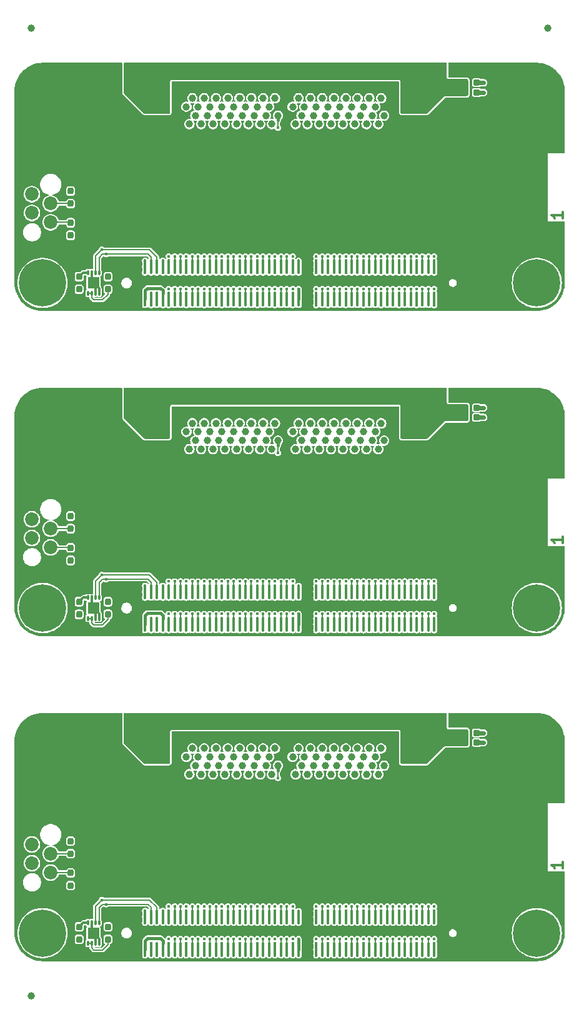
<source format=gtl>
G04 #@! TF.GenerationSoftware,KiCad,Pcbnew,8.0.6*
G04 #@! TF.CreationDate,2024-11-07T02:27:52-08:00*
G04 #@! TF.ProjectId,mse-68-vhdci-panel,6d73652d-3638-42d7-9668-6463692d7061,1*
G04 #@! TF.SameCoordinates,Original*
G04 #@! TF.FileFunction,Copper,L1,Top*
G04 #@! TF.FilePolarity,Positive*
%FSLAX46Y46*%
G04 Gerber Fmt 4.6, Leading zero omitted, Abs format (unit mm)*
G04 Created by KiCad (PCBNEW 8.0.6) date 2024-11-07 02:27:52*
%MOMM*%
%LPD*%
G01*
G04 APERTURE LIST*
G04 Aperture macros list*
%AMRoundRect*
0 Rectangle with rounded corners*
0 $1 Rounding radius*
0 $2 $3 $4 $5 $6 $7 $8 $9 X,Y pos of 4 corners*
0 Add a 4 corners polygon primitive as box body*
4,1,4,$2,$3,$4,$5,$6,$7,$8,$9,$2,$3,0*
0 Add four circle primitives for the rounded corners*
1,1,$1+$1,$2,$3*
1,1,$1+$1,$4,$5*
1,1,$1+$1,$6,$7*
1,1,$1+$1,$8,$9*
0 Add four rect primitives between the rounded corners*
20,1,$1+$1,$2,$3,$4,$5,0*
20,1,$1+$1,$4,$5,$6,$7,0*
20,1,$1+$1,$6,$7,$8,$9,0*
20,1,$1+$1,$8,$9,$2,$3,0*%
G04 Aperture macros list end*
%ADD10C,0.300000*%
G04 #@! TA.AperFunction,NonConductor*
%ADD11C,0.300000*%
G04 #@! TD*
G04 #@! TA.AperFunction,SMDPad,CuDef*
%ADD12RoundRect,0.046875X0.103125X-0.253125X0.103125X0.253125X-0.103125X0.253125X-0.103125X-0.253125X0*%
G04 #@! TD*
G04 #@! TA.AperFunction,SMDPad,CuDef*
%ADD13RoundRect,0.250000X0.550000X-0.550000X0.550000X0.550000X-0.550000X0.550000X-0.550000X-0.550000X0*%
G04 #@! TD*
G04 #@! TA.AperFunction,SMDPad,CuDef*
%ADD14RoundRect,0.200000X0.200000X-0.250000X0.200000X0.250000X-0.200000X0.250000X-0.200000X-0.250000X0*%
G04 #@! TD*
G04 #@! TA.AperFunction,SMDPad,CuDef*
%ADD15RoundRect,0.100000X0.100000X0.900000X-0.100000X0.900000X-0.100000X-0.900000X0.100000X-0.900000X0*%
G04 #@! TD*
G04 #@! TA.AperFunction,ComponentPad*
%ADD16C,1.850000*%
G04 #@! TD*
G04 #@! TA.AperFunction,ComponentPad*
%ADD17C,6.400000*%
G04 #@! TD*
G04 #@! TA.AperFunction,SMDPad,CuDef*
%ADD18RoundRect,0.200000X-0.200000X0.250000X-0.200000X-0.250000X0.200000X-0.250000X0.200000X0.250000X0*%
G04 #@! TD*
G04 #@! TA.AperFunction,ComponentPad*
%ADD19C,1.000000*%
G04 #@! TD*
G04 #@! TA.AperFunction,ComponentPad*
%ADD20O,1.400000X2.250000*%
G04 #@! TD*
G04 #@! TA.AperFunction,ComponentPad*
%ADD21O,1.100000X1.700000*%
G04 #@! TD*
G04 #@! TA.AperFunction,SMDPad,CuDef*
%ADD22C,1.000000*%
G04 #@! TD*
G04 #@! TA.AperFunction,SMDPad,CuDef*
%ADD23RoundRect,0.200000X-0.250000X-0.200000X0.250000X-0.200000X0.250000X0.200000X-0.250000X0.200000X0*%
G04 #@! TD*
G04 #@! TA.AperFunction,SMDPad,CuDef*
%ADD24RoundRect,0.200000X0.250000X0.200000X-0.250000X0.200000X-0.250000X-0.200000X0.250000X-0.200000X0*%
G04 #@! TD*
G04 #@! TA.AperFunction,ViaPad*
%ADD25C,0.450000*%
G04 #@! TD*
G04 #@! TA.AperFunction,ViaPad*
%ADD26C,0.600000*%
G04 #@! TD*
G04 #@! TA.AperFunction,Conductor*
%ADD27C,0.300000*%
G04 #@! TD*
G04 #@! TA.AperFunction,Conductor*
%ADD28C,0.151400*%
G04 #@! TD*
G04 #@! TA.AperFunction,Conductor*
%ADD29C,0.200000*%
G04 #@! TD*
G04 #@! TA.AperFunction,Conductor*
%ADD30C,0.400000*%
G04 #@! TD*
G04 #@! TA.AperFunction,Conductor*
%ADD31C,0.600000*%
G04 #@! TD*
G04 APERTURE END LIST*
D10*
D11*
X-499172Y108630573D02*
X-499172Y107773430D01*
X-499172Y108202001D02*
X-1999172Y108202001D01*
X-1999172Y108202001D02*
X-1784886Y108059144D01*
X-1784886Y108059144D02*
X-1642029Y107916287D01*
X-1642029Y107916287D02*
X-1570600Y107773430D01*
D10*
D11*
X-499172Y20630573D02*
X-499172Y19773430D01*
X-499172Y20202001D02*
X-1999172Y20202001D01*
X-1999172Y20202001D02*
X-1784886Y20059144D01*
X-1784886Y20059144D02*
X-1642029Y19916287D01*
X-1642029Y19916287D02*
X-1570600Y19773430D01*
D10*
D11*
X-499172Y64630573D02*
X-499172Y63773430D01*
X-499172Y64202001D02*
X-1999172Y64202001D01*
X-1999172Y64202001D02*
X-1784886Y64059144D01*
X-1784886Y64059144D02*
X-1642029Y63916287D01*
X-1642029Y63916287D02*
X-1570600Y63773430D01*
D12*
G04 #@! TO.P,U1,1,E0*
G04 #@! TO.N,Board_0-Net-(U1-E0)*
X-64850001Y97602000D03*
G04 #@! TO.P,U1,2,E1*
X-64350000Y97602000D03*
G04 #@! TO.P,U1,3,E2*
G04 #@! TO.N,Board_0-GND*
X-63850000Y97602000D03*
G04 #@! TO.P,U1,4,VSS*
X-63349999Y97602000D03*
G04 #@! TO.P,U1,5,SDA*
G04 #@! TO.N,Board_0-/PHY.ID_SDA*
X-63349999Y100402000D03*
G04 #@! TO.P,U1,6,SCL*
G04 #@! TO.N,Board_0-/PHY.ID_SCL*
X-63850000Y100402000D03*
G04 #@! TO.P,U1,7,~{WC}*
G04 #@! TO.N,Board_0-GND*
X-64350000Y100402000D03*
G04 #@! TO.P,U1,8,VCC*
G04 #@! TO.N,Board_0-+3V3*
X-64850001Y100402000D03*
D13*
G04 #@! TO.P,U1,EP,VSS*
G04 #@! TO.N,Board_0-GND*
X-64100000Y99002000D03*
G04 #@! TD*
D14*
G04 #@! TO.P,C1,1*
G04 #@! TO.N,Board_2-GND*
X-66050000Y10152000D03*
G04 #@! TO.P,C1,2*
G04 #@! TO.N,Board_2-+3V3*
X-66050000Y11852000D03*
G04 #@! TD*
G04 #@! TO.P,R1,1*
G04 #@! TO.N,Board_1-Net-(U1-E0)*
X-62150000Y54152000D03*
G04 #@! TO.P,R1,2*
G04 #@! TO.N,Board_1-+3V3*
X-62150000Y55852000D03*
G04 #@! TD*
D15*
G04 #@! TO.P,J1,1,Pin_1*
G04 #@! TO.N,Board_2-GND*
X-57100000Y8802000D03*
G04 #@! TO.P,J1,2,Pin_2*
X-57100000Y13202000D03*
G04 #@! TO.P,J1,3,Pin_3*
G04 #@! TO.N,Board_2-+3V3*
X-56300000Y8802001D03*
G04 #@! TO.P,J1,4,Pin_4*
G04 #@! TO.N,Board_2-/PHY.ID_SDA*
X-56300000Y13201999D03*
G04 #@! TO.P,J1,5,Pin_5*
G04 #@! TO.N,Board_2-unconnected-(J1-Pin_5-Pad5)*
X-55500000Y8802000D03*
G04 #@! TO.P,J1,6,Pin_6*
G04 #@! TO.N,Board_2-/PHY.ID_SCL*
X-55500000Y13202000D03*
G04 #@! TO.P,J1,7,Pin_7*
G04 #@! TO.N,Board_2-GND*
X-54700001Y8802000D03*
G04 #@! TO.P,J1,8,Pin_8*
X-54700001Y13202000D03*
G04 #@! TO.P,J1,9,Pin_9*
X-53900000Y8802000D03*
G04 #@! TO.P,J1,10,Pin_10*
X-53900000Y13202000D03*
G04 #@! TO.P,J1,11,Pin_11*
G04 #@! TO.N,Board_2-/CON.DB12+*
X-53100000Y8802000D03*
G04 #@! TO.P,J1,12,Pin_12*
G04 #@! TO.N,Board_2-/CON.DB12-*
X-53100000Y13202000D03*
G04 #@! TO.P,J1,13,Pin_13*
G04 #@! TO.N,Board_2-/CON.DB13+*
X-52299999Y8802000D03*
G04 #@! TO.P,J1,14,Pin_14*
G04 #@! TO.N,Board_2-/CON.DB13-*
X-52299999Y13202000D03*
G04 #@! TO.P,J1,15,Pin_15*
G04 #@! TO.N,Board_2-GND*
X-51500000Y8802000D03*
G04 #@! TO.P,J1,16,Pin_16*
X-51500000Y13202000D03*
G04 #@! TO.P,J1,17,Pin_17*
G04 #@! TO.N,Board_2-/CON.DB14+*
X-50700000Y8802001D03*
G04 #@! TO.P,J1,18,Pin_18*
G04 #@! TO.N,Board_2-/CON.DB14-*
X-50700000Y13201999D03*
G04 #@! TO.P,J1,19,Pin_19*
G04 #@! TO.N,Board_2-/CON.DB15+*
X-49900000Y8802000D03*
G04 #@! TO.P,J1,20,Pin_20*
G04 #@! TO.N,Board_2-/CON.DB15-*
X-49900000Y13202000D03*
G04 #@! TO.P,J1,21,Pin_21*
G04 #@! TO.N,Board_2-GND*
X-49100000Y8802000D03*
G04 #@! TO.P,J1,22,Pin_22*
X-49100000Y13202000D03*
G04 #@! TO.P,J1,23,Pin_23*
G04 #@! TO.N,Board_2-/CON.DP1+*
X-48300000Y8802000D03*
G04 #@! TO.P,J1,24,Pin_24*
G04 #@! TO.N,Board_2-/CON.DP1-*
X-48300000Y13202000D03*
G04 #@! TO.P,J1,25,Pin_25*
G04 #@! TO.N,Board_2-/CON.DB0+*
X-47500000Y8802000D03*
G04 #@! TO.P,J1,26,Pin_26*
G04 #@! TO.N,Board_2-/CON.DB0-*
X-47500000Y13202000D03*
G04 #@! TO.P,J1,27,Pin_27*
G04 #@! TO.N,Board_2-GND*
X-46699999Y8802000D03*
G04 #@! TO.P,J1,28,Pin_28*
X-46699999Y13202000D03*
G04 #@! TO.P,J1,29,Pin_29*
G04 #@! TO.N,Board_2-/CON.DB1+*
X-45900000Y8802000D03*
G04 #@! TO.P,J1,30,Pin_30*
G04 #@! TO.N,Board_2-/CON.DB1-*
X-45900000Y13202000D03*
G04 #@! TO.P,J1,31,Pin_31*
G04 #@! TO.N,Board_2-/CON.DB2+*
X-45100000Y8802001D03*
G04 #@! TO.P,J1,32,Pin_32*
G04 #@! TO.N,Board_2-/CON.DB2-*
X-45100000Y13201999D03*
G04 #@! TO.P,J1,33,Pin_33*
G04 #@! TO.N,Board_2-GND*
X-44300000Y8802000D03*
G04 #@! TO.P,J1,34,Pin_34*
X-44300000Y13202000D03*
G04 #@! TO.P,J1,35,Pin_35*
G04 #@! TO.N,Board_2-/CON.DB3+*
X-43500000Y8802000D03*
G04 #@! TO.P,J1,36,Pin_36*
G04 #@! TO.N,Board_2-/CON.DB3-*
X-43500000Y13202000D03*
G04 #@! TO.P,J1,37,Pin_37*
G04 #@! TO.N,Board_2-/CON.DB4+*
X-42700000Y8802000D03*
G04 #@! TO.P,J1,38,Pin_38*
G04 #@! TO.N,Board_2-/CON.DB4-*
X-42700000Y13202000D03*
G04 #@! TO.P,J1,39,Pin_39*
G04 #@! TO.N,Board_2-GND*
X-41900000Y8802000D03*
G04 #@! TO.P,J1,40,Pin_40*
X-41900000Y13202000D03*
G04 #@! TO.P,J1,41,Pin_41*
G04 #@! TO.N,Board_2-/CON.DB5+*
X-41099999Y8802000D03*
G04 #@! TO.P,J1,42,Pin_42*
G04 #@! TO.N,Board_2-/CON.DB5-*
X-41099999Y13202000D03*
G04 #@! TO.P,J1,43,Pin_43*
G04 #@! TO.N,Board_2-/CON.DB6+*
X-40300000Y8802000D03*
G04 #@! TO.P,J1,44,Pin_44*
G04 #@! TO.N,Board_2-/CON.DB6-*
X-40300000Y13202000D03*
G04 #@! TO.P,J1,45,Pin_45*
G04 #@! TO.N,Board_2-GND*
X-39500000Y8802001D03*
G04 #@! TO.P,J1,46,Pin_46*
X-39500000Y13201999D03*
G04 #@! TO.P,J1,47,Pin_47*
G04 #@! TO.N,Board_2-/CON.DB7+*
X-38700000Y8802000D03*
G04 #@! TO.P,J1,48,Pin_48*
G04 #@! TO.N,Board_2-/CON.DB7-*
X-38700000Y13202000D03*
G04 #@! TO.P,J1,49,Pin_49*
G04 #@! TO.N,Board_2-/CON.DP0+*
X-37900000Y8802000D03*
G04 #@! TO.P,J1,50,Pin_50*
G04 #@! TO.N,Board_2-/CON.DP0-*
X-37900000Y13202000D03*
G04 #@! TO.P,J1,51,Pin_51*
G04 #@! TO.N,Board_2-GND*
X-37100000Y8802000D03*
G04 #@! TO.P,J1,52,Pin_52*
X-37100000Y13202000D03*
G04 #@! TO.P,J1,53,Pin_53*
G04 #@! TO.N,Board_2-/CON.DIFFSENSE*
X-36300000Y8802000D03*
G04 #@! TO.P,J1,54,Pin_54*
G04 #@! TO.N,Board_2-unconnected-(J1-Pin_54-Pad54)*
X-36300000Y13202000D03*
G04 #@! TO.P,J1,55,Pin_55*
G04 #@! TO.N,Board_2-/CON.TERMPWR*
X-35500000Y8802001D03*
G04 #@! TO.P,J1,56,Pin_56*
X-35500000Y13201999D03*
G04 #@! TO.P,J1,57,Pin_57*
X-34700000Y8802000D03*
G04 #@! TO.P,J1,58,Pin_58*
X-34700000Y13202000D03*
G04 #@! TO.P,J1,59,Pin_59*
G04 #@! TO.N,Board_2-GND*
X-33900001Y8802000D03*
G04 #@! TO.P,J1,60,Pin_60*
X-33900001Y13202000D03*
G04 #@! TO.P,J1,61,Pin_61*
G04 #@! TO.N,Board_2-/CON.ATN+*
X-33100000Y8802000D03*
G04 #@! TO.P,J1,62,Pin_62*
G04 #@! TO.N,Board_2-/CON.ATN-*
X-33100000Y13202000D03*
G04 #@! TO.P,J1,63,Pin_63*
G04 #@! TO.N,Board_2-GND*
X-32300000Y8802000D03*
G04 #@! TO.P,J1,64,Pin_64*
X-32300000Y13202000D03*
G04 #@! TO.P,J1,65,Pin_65*
G04 #@! TO.N,Board_2-/CON.BSY+*
X-31500000Y8802000D03*
G04 #@! TO.P,J1,66,Pin_66*
G04 #@! TO.N,Board_2-/CON.BSY-*
X-31500000Y13202000D03*
G04 #@! TO.P,J1,67,Pin_67*
G04 #@! TO.N,Board_2-/CON.ACK+*
X-30700000Y8802000D03*
G04 #@! TO.P,J1,68,Pin_68*
G04 #@! TO.N,Board_2-/CON.ACK-*
X-30700000Y13202000D03*
G04 #@! TO.P,J1,69,Pin_69*
G04 #@! TO.N,Board_2-GND*
X-29900000Y8802001D03*
G04 #@! TO.P,J1,70,Pin_70*
X-29900000Y13201999D03*
G04 #@! TO.P,J1,71,Pin_71*
G04 #@! TO.N,Board_2-/CON.RST+*
X-29100000Y8802000D03*
G04 #@! TO.P,J1,72,Pin_72*
G04 #@! TO.N,Board_2-/CON.RST-*
X-29100000Y13202000D03*
G04 #@! TO.P,J1,73,Pin_73*
G04 #@! TO.N,Board_2-/CON.MSG+*
X-28300001Y8802000D03*
G04 #@! TO.P,J1,74,Pin_74*
G04 #@! TO.N,Board_2-/CON.MSG-*
X-28300001Y13202000D03*
G04 #@! TO.P,J1,75,Pin_75*
G04 #@! TO.N,Board_2-GND*
X-27500000Y8802000D03*
G04 #@! TO.P,J1,76,Pin_76*
X-27500000Y13202000D03*
G04 #@! TO.P,J1,77,Pin_77*
G04 #@! TO.N,Board_2-/CON.SEL+*
X-26700000Y8802000D03*
G04 #@! TO.P,J1,78,Pin_78*
G04 #@! TO.N,Board_2-/CON.SEL-*
X-26700000Y13202000D03*
G04 #@! TO.P,J1,79,Pin_79*
G04 #@! TO.N,Board_2-/CON.C{slash}D+*
X-25900000Y8802000D03*
G04 #@! TO.P,J1,80,Pin_80*
G04 #@! TO.N,Board_2-/CON.C{slash}D-*
X-25900000Y13202000D03*
G04 #@! TO.P,J1,81,Pin_81*
G04 #@! TO.N,Board_2-GND*
X-25100000Y8802000D03*
G04 #@! TO.P,J1,82,Pin_82*
X-25100000Y13202000D03*
G04 #@! TO.P,J1,83,Pin_83*
G04 #@! TO.N,Board_2-/CON.REQ+*
X-24300000Y8802001D03*
G04 #@! TO.P,J1,84,Pin_84*
G04 #@! TO.N,Board_2-/CON.REQ-*
X-24300000Y13201999D03*
G04 #@! TO.P,J1,85,Pin_85*
G04 #@! TO.N,Board_2-/CON.I{slash}O+*
X-23500000Y8802000D03*
G04 #@! TO.P,J1,86,Pin_86*
G04 #@! TO.N,Board_2-/CON.I{slash}O-*
X-23500000Y13202000D03*
G04 #@! TO.P,J1,87,Pin_87*
G04 #@! TO.N,Board_2-GND*
X-22700001Y8802000D03*
G04 #@! TO.P,J1,88,Pin_88*
X-22700001Y13202000D03*
G04 #@! TO.P,J1,89,Pin_89*
G04 #@! TO.N,Board_2-/CON.DB8+*
X-21900000Y8802000D03*
G04 #@! TO.P,J1,90,Pin_90*
G04 #@! TO.N,Board_2-/CON.DB8-*
X-21900000Y13202000D03*
G04 #@! TO.P,J1,91,Pin_91*
G04 #@! TO.N,Board_2-/CON.DB9+*
X-21100000Y8802000D03*
G04 #@! TO.P,J1,92,Pin_92*
G04 #@! TO.N,Board_2-/CON.DB9-*
X-21100000Y13202000D03*
G04 #@! TO.P,J1,93,Pin_93*
G04 #@! TO.N,Board_2-GND*
X-20299999Y8802000D03*
G04 #@! TO.P,J1,94,Pin_94*
X-20299999Y13202000D03*
G04 #@! TO.P,J1,95,Pin_95*
G04 #@! TO.N,Board_2-/CON.DB10+*
X-19500000Y8802000D03*
G04 #@! TO.P,J1,96,Pin_96*
G04 #@! TO.N,Board_2-/CON.DB10-*
X-19500000Y13202000D03*
G04 #@! TO.P,J1,97,Pin_97*
G04 #@! TO.N,Board_2-/CON.DB11+*
X-18700000Y8802001D03*
G04 #@! TO.P,J1,98,Pin_98*
G04 #@! TO.N,Board_2-/CON.DB11-*
X-18700000Y13201999D03*
G04 #@! TO.P,J1,99,Pin_99*
G04 #@! TO.N,Board_2-GND*
X-17900000Y8802000D03*
G04 #@! TO.P,J1,100,Pin_100*
X-17900000Y13202000D03*
G04 #@! TD*
D16*
G04 #@! TO.P,J3,1,Pin_1*
G04 #@! TO.N,Board_0-+3V3*
X-72440000Y111012000D03*
G04 #@! TO.P,J3,2,Pin_2*
G04 #@! TO.N,Board_0-/PHY.ID_SDA*
X-69900000Y109742000D03*
G04 #@! TO.P,J3,3,Pin_3*
G04 #@! TO.N,Board_0-GND*
X-72440000Y108472000D03*
G04 #@! TO.P,J3,4,Pin_4*
G04 #@! TO.N,Board_0-/PHY.ID_SCL*
X-69900000Y107202000D03*
G04 #@! TD*
D17*
G04 #@! TO.P,H3,1,1*
G04 #@! TO.N,Board_2-GND*
X-71000000Y11002000D03*
G04 #@! TD*
D16*
G04 #@! TO.P,J3,1,Pin_1*
G04 #@! TO.N,Board_1-+3V3*
X-72440000Y67012000D03*
G04 #@! TO.P,J3,2,Pin_2*
G04 #@! TO.N,Board_1-/PHY.ID_SDA*
X-69900000Y65742000D03*
G04 #@! TO.P,J3,3,Pin_3*
G04 #@! TO.N,Board_1-GND*
X-72440000Y64472000D03*
G04 #@! TO.P,J3,4,Pin_4*
G04 #@! TO.N,Board_1-/PHY.ID_SCL*
X-69900000Y63202000D03*
G04 #@! TD*
D18*
G04 #@! TO.P,R2,1*
G04 #@! TO.N,Board_0-+3V3*
X-67200000Y111452000D03*
G04 #@! TO.P,R2,2*
G04 #@! TO.N,Board_0-/PHY.ID_SDA*
X-67200000Y109752000D03*
G04 #@! TD*
D14*
G04 #@! TO.P,R1,1*
G04 #@! TO.N,Board_2-Net-(U1-E0)*
X-62150000Y10152000D03*
G04 #@! TO.P,R1,2*
G04 #@! TO.N,Board_2-+3V3*
X-62150000Y11852000D03*
G04 #@! TD*
D19*
G04 #@! TO.P,J4,1,Pin_1*
G04 #@! TO.N,Board_2-/CON.DB12+*
X-51100000Y32502000D03*
G04 #@! TO.P,J4,2,Pin_2*
G04 #@! TO.N,Board_2-/CON.DB13+*
X-50300000Y33652000D03*
G04 #@! TO.P,J4,3,Pin_3*
G04 #@! TO.N,Board_2-/CON.DB14+*
X-49500000Y32502000D03*
G04 #@! TO.P,J4,4,Pin_4*
G04 #@! TO.N,Board_2-/CON.DB15+*
X-48700000Y33652000D03*
G04 #@! TO.P,J4,5,Pin_5*
G04 #@! TO.N,Board_2-/CON.DP1+*
X-47900000Y32502000D03*
G04 #@! TO.P,J4,6,Pin_6*
G04 #@! TO.N,Board_2-/CON.DB0+*
X-47100000Y33652000D03*
G04 #@! TO.P,J4,7,Pin_7*
G04 #@! TO.N,Board_2-/CON.DB1+*
X-46300000Y32502000D03*
G04 #@! TO.P,J4,8,Pin_8*
G04 #@! TO.N,Board_2-/CON.DB2+*
X-45500000Y33652000D03*
G04 #@! TO.P,J4,9,Pin_9*
G04 #@! TO.N,Board_2-/CON.DB3+*
X-44700000Y32502000D03*
G04 #@! TO.P,J4,10,Pin_10*
G04 #@! TO.N,Board_2-/CON.DB4+*
X-43900000Y33652000D03*
G04 #@! TO.P,J4,11,Pin_11*
G04 #@! TO.N,Board_2-/CON.DB5+*
X-43100000Y32501999D03*
G04 #@! TO.P,J4,12,Pin_12*
G04 #@! TO.N,Board_2-/CON.DB6+*
X-42300000Y33652000D03*
G04 #@! TO.P,J4,13,Pin_13*
G04 #@! TO.N,Board_2-/CON.DB7+*
X-41500001Y32502000D03*
G04 #@! TO.P,J4,14,Pin_14*
G04 #@! TO.N,Board_2-/CON.DP0+*
X-40700000Y33652000D03*
G04 #@! TO.P,J4,15,Pin_15*
G04 #@! TO.N,Board_2-GND*
X-39900000Y32502000D03*
G04 #@! TO.P,J4,16,Pin_16*
G04 #@! TO.N,Board_2-/CON.DIFFSENSE*
X-39100000Y33652000D03*
G04 #@! TO.P,J4,17,Pin_17*
G04 #@! TO.N,Board_2-/CON.TERMPWR*
X-38300000Y32502000D03*
G04 #@! TO.P,J4,18,Pin_18*
X-37500000Y33652000D03*
G04 #@! TO.P,J4,19,Pin_19*
G04 #@! TO.N,Board_2-unconnected-(J4-Pin_19-Pad19)*
X-36700000Y32502000D03*
G04 #@! TO.P,J4,20,Pin_20*
G04 #@! TO.N,Board_2-GND*
X-35900000Y33652000D03*
G04 #@! TO.P,J4,21,Pin_21*
G04 #@! TO.N,Board_2-/CON.ATN+*
X-35100000Y32502000D03*
G04 #@! TO.P,J4,22,Pin_22*
G04 #@! TO.N,Board_2-GND*
X-34300000Y33652000D03*
G04 #@! TO.P,J4,23,Pin_23*
G04 #@! TO.N,Board_2-/CON.BSY+*
X-33499999Y32502000D03*
G04 #@! TO.P,J4,24,Pin_24*
G04 #@! TO.N,Board_2-/CON.ACK+*
X-32700000Y33652000D03*
G04 #@! TO.P,J4,25,Pin_25*
G04 #@! TO.N,Board_2-/CON.RST+*
X-31900000Y32501999D03*
G04 #@! TO.P,J4,26,Pin_26*
G04 #@! TO.N,Board_2-/CON.MSG+*
X-31100000Y33652000D03*
G04 #@! TO.P,J4,27,Pin_27*
G04 #@! TO.N,Board_2-/CON.SEL+*
X-30300000Y32502000D03*
G04 #@! TO.P,J4,28,Pin_28*
G04 #@! TO.N,Board_2-/CON.C{slash}D+*
X-29500000Y33652000D03*
G04 #@! TO.P,J4,29,Pin_29*
G04 #@! TO.N,Board_2-/CON.REQ+*
X-28700000Y32502000D03*
G04 #@! TO.P,J4,30,Pin_30*
G04 #@! TO.N,Board_2-/CON.I{slash}O+*
X-27900000Y33652000D03*
G04 #@! TO.P,J4,31,Pin_31*
G04 #@! TO.N,Board_2-/CON.DB8+*
X-27100000Y32502000D03*
G04 #@! TO.P,J4,32,Pin_32*
G04 #@! TO.N,Board_2-/CON.DB9+*
X-26300000Y33652000D03*
G04 #@! TO.P,J4,33,Pin_33*
G04 #@! TO.N,Board_2-/CON.DB10+*
X-25500000Y32502000D03*
G04 #@! TO.P,J4,34,Pin_34*
G04 #@! TO.N,Board_2-/CON.DB11+*
X-24700000Y33652000D03*
G04 #@! TO.P,J4,35,Pin_35*
G04 #@! TO.N,Board_2-/CON.DB12-*
X-51500000Y34852000D03*
G04 #@! TO.P,J4,36,Pin_36*
G04 #@! TO.N,Board_2-/CON.DB13-*
X-50700000Y36002001D03*
G04 #@! TO.P,J4,37,Pin_37*
G04 #@! TO.N,Board_2-/CON.DB14-*
X-49900000Y34852000D03*
G04 #@! TO.P,J4,38,Pin_38*
G04 #@! TO.N,Board_2-/CON.DB15-*
X-49100000Y36002000D03*
G04 #@! TO.P,J4,39,Pin_39*
G04 #@! TO.N,Board_2-/CON.DP1-*
X-48300000Y34852000D03*
G04 #@! TO.P,J4,40,Pin_40*
G04 #@! TO.N,Board_2-/CON.DB0-*
X-47500000Y36002000D03*
G04 #@! TO.P,J4,41,Pin_41*
G04 #@! TO.N,Board_2-/CON.DB1-*
X-46700000Y34852000D03*
G04 #@! TO.P,J4,42,Pin_42*
G04 #@! TO.N,Board_2-/CON.DB2-*
X-45900000Y36002000D03*
G04 #@! TO.P,J4,43,Pin_43*
G04 #@! TO.N,Board_2-/CON.DB3-*
X-45100000Y34852000D03*
G04 #@! TO.P,J4,44,Pin_44*
G04 #@! TO.N,Board_2-/CON.DB4-*
X-44300000Y36002000D03*
G04 #@! TO.P,J4,45,Pin_45*
G04 #@! TO.N,Board_2-/CON.DB5-*
X-43500000Y34852000D03*
G04 #@! TO.P,J4,46,Pin_46*
G04 #@! TO.N,Board_2-/CON.DB6-*
X-42700000Y36002000D03*
G04 #@! TO.P,J4,47,Pin_47*
G04 #@! TO.N,Board_2-/CON.DB7-*
X-41900000Y34852000D03*
G04 #@! TO.P,J4,48,Pin_48*
G04 #@! TO.N,Board_2-/CON.DP0-*
X-41100000Y36002001D03*
G04 #@! TO.P,J4,49,Pin_49*
G04 #@! TO.N,Board_2-GND*
X-40300000Y34852000D03*
G04 #@! TO.P,J4,50,Pin_50*
X-39500000Y36002001D03*
G04 #@! TO.P,J4,51,Pin_51*
G04 #@! TO.N,Board_2-/CON.TERMPWR*
X-38700000Y34852000D03*
G04 #@! TO.P,J4,52,Pin_52*
X-37900000Y36002000D03*
G04 #@! TO.P,J4,53,Pin_53*
G04 #@! TO.N,Board_2-unconnected-(J4-Pin_53-Pad53)*
X-37100000Y34852000D03*
G04 #@! TO.P,J4,54,Pin_54*
G04 #@! TO.N,Board_2-GND*
X-36300000Y36002000D03*
G04 #@! TO.P,J4,55,Pin_55*
G04 #@! TO.N,Board_2-/CON.ATN-*
X-35500000Y34852000D03*
G04 #@! TO.P,J4,56,Pin_56*
G04 #@! TO.N,Board_2-GND*
X-34700000Y36002000D03*
G04 #@! TO.P,J4,57,Pin_57*
G04 #@! TO.N,Board_2-/CON.BSY-*
X-33900000Y34852000D03*
G04 #@! TO.P,J4,58,Pin_58*
G04 #@! TO.N,Board_2-/CON.ACK-*
X-33100000Y36002000D03*
G04 #@! TO.P,J4,59,Pin_59*
G04 #@! TO.N,Board_2-/CON.RST-*
X-32300000Y34852000D03*
G04 #@! TO.P,J4,60,Pin_60*
G04 #@! TO.N,Board_2-/CON.MSG-*
X-31500000Y36002000D03*
G04 #@! TO.P,J4,61,Pin_61*
G04 #@! TO.N,Board_2-/CON.SEL-*
X-30700000Y34852000D03*
G04 #@! TO.P,J4,62,Pin_62*
G04 #@! TO.N,Board_2-/CON.C{slash}D-*
X-29900000Y36002001D03*
G04 #@! TO.P,J4,63,Pin_63*
G04 #@! TO.N,Board_2-/CON.REQ-*
X-29100000Y34852000D03*
G04 #@! TO.P,J4,64,Pin_64*
G04 #@! TO.N,Board_2-/CON.I{slash}O-*
X-28300000Y36002001D03*
G04 #@! TO.P,J4,65,Pin_65*
G04 #@! TO.N,Board_2-/CON.DB8-*
X-27500000Y34852000D03*
G04 #@! TO.P,J4,66,Pin_66*
G04 #@! TO.N,Board_2-/CON.DB9-*
X-26700000Y36002000D03*
G04 #@! TO.P,J4,67,Pin_67*
G04 #@! TO.N,Board_2-/CON.DB10-*
X-25900000Y34852000D03*
G04 #@! TO.P,J4,68,Pin_68*
G04 #@! TO.N,Board_2-/CON.DB11-*
X-25100000Y36002000D03*
D20*
G04 #@! TO.P,J4,SHIELD,SHIELD*
G04 #@! TO.N,Board_2-/SHIELD*
X-16950000Y37382000D03*
D21*
X-21925000Y34752000D03*
X-54275000Y34752000D03*
D20*
X-59250000Y37382000D03*
G04 #@! TD*
D19*
G04 #@! TO.P,J4,1,Pin_1*
G04 #@! TO.N,Board_0-/CON.DB12+*
X-51100000Y120502000D03*
G04 #@! TO.P,J4,2,Pin_2*
G04 #@! TO.N,Board_0-/CON.DB13+*
X-50300000Y121652000D03*
G04 #@! TO.P,J4,3,Pin_3*
G04 #@! TO.N,Board_0-/CON.DB14+*
X-49500000Y120502000D03*
G04 #@! TO.P,J4,4,Pin_4*
G04 #@! TO.N,Board_0-/CON.DB15+*
X-48700000Y121652000D03*
G04 #@! TO.P,J4,5,Pin_5*
G04 #@! TO.N,Board_0-/CON.DP1+*
X-47900000Y120502000D03*
G04 #@! TO.P,J4,6,Pin_6*
G04 #@! TO.N,Board_0-/CON.DB0+*
X-47100000Y121652000D03*
G04 #@! TO.P,J4,7,Pin_7*
G04 #@! TO.N,Board_0-/CON.DB1+*
X-46300000Y120502000D03*
G04 #@! TO.P,J4,8,Pin_8*
G04 #@! TO.N,Board_0-/CON.DB2+*
X-45500000Y121652000D03*
G04 #@! TO.P,J4,9,Pin_9*
G04 #@! TO.N,Board_0-/CON.DB3+*
X-44700000Y120502000D03*
G04 #@! TO.P,J4,10,Pin_10*
G04 #@! TO.N,Board_0-/CON.DB4+*
X-43900000Y121652000D03*
G04 #@! TO.P,J4,11,Pin_11*
G04 #@! TO.N,Board_0-/CON.DB5+*
X-43100000Y120501999D03*
G04 #@! TO.P,J4,12,Pin_12*
G04 #@! TO.N,Board_0-/CON.DB6+*
X-42300000Y121652000D03*
G04 #@! TO.P,J4,13,Pin_13*
G04 #@! TO.N,Board_0-/CON.DB7+*
X-41500001Y120502000D03*
G04 #@! TO.P,J4,14,Pin_14*
G04 #@! TO.N,Board_0-/CON.DP0+*
X-40700000Y121652000D03*
G04 #@! TO.P,J4,15,Pin_15*
G04 #@! TO.N,Board_0-GND*
X-39900000Y120502000D03*
G04 #@! TO.P,J4,16,Pin_16*
G04 #@! TO.N,Board_0-/CON.DIFFSENSE*
X-39100000Y121652000D03*
G04 #@! TO.P,J4,17,Pin_17*
G04 #@! TO.N,Board_0-/CON.TERMPWR*
X-38300000Y120502000D03*
G04 #@! TO.P,J4,18,Pin_18*
X-37500000Y121652000D03*
G04 #@! TO.P,J4,19,Pin_19*
G04 #@! TO.N,Board_0-unconnected-(J4-Pin_19-Pad19)*
X-36700000Y120502000D03*
G04 #@! TO.P,J4,20,Pin_20*
G04 #@! TO.N,Board_0-GND*
X-35900000Y121652000D03*
G04 #@! TO.P,J4,21,Pin_21*
G04 #@! TO.N,Board_0-/CON.ATN+*
X-35100000Y120502000D03*
G04 #@! TO.P,J4,22,Pin_22*
G04 #@! TO.N,Board_0-GND*
X-34300000Y121652000D03*
G04 #@! TO.P,J4,23,Pin_23*
G04 #@! TO.N,Board_0-/CON.BSY+*
X-33499999Y120502000D03*
G04 #@! TO.P,J4,24,Pin_24*
G04 #@! TO.N,Board_0-/CON.ACK+*
X-32700000Y121652000D03*
G04 #@! TO.P,J4,25,Pin_25*
G04 #@! TO.N,Board_0-/CON.RST+*
X-31900000Y120501999D03*
G04 #@! TO.P,J4,26,Pin_26*
G04 #@! TO.N,Board_0-/CON.MSG+*
X-31100000Y121652000D03*
G04 #@! TO.P,J4,27,Pin_27*
G04 #@! TO.N,Board_0-/CON.SEL+*
X-30300000Y120502000D03*
G04 #@! TO.P,J4,28,Pin_28*
G04 #@! TO.N,Board_0-/CON.C{slash}D+*
X-29500000Y121652000D03*
G04 #@! TO.P,J4,29,Pin_29*
G04 #@! TO.N,Board_0-/CON.REQ+*
X-28700000Y120502000D03*
G04 #@! TO.P,J4,30,Pin_30*
G04 #@! TO.N,Board_0-/CON.I{slash}O+*
X-27900000Y121652000D03*
G04 #@! TO.P,J4,31,Pin_31*
G04 #@! TO.N,Board_0-/CON.DB8+*
X-27100000Y120502000D03*
G04 #@! TO.P,J4,32,Pin_32*
G04 #@! TO.N,Board_0-/CON.DB9+*
X-26300000Y121652000D03*
G04 #@! TO.P,J4,33,Pin_33*
G04 #@! TO.N,Board_0-/CON.DB10+*
X-25500000Y120502000D03*
G04 #@! TO.P,J4,34,Pin_34*
G04 #@! TO.N,Board_0-/CON.DB11+*
X-24700000Y121652000D03*
G04 #@! TO.P,J4,35,Pin_35*
G04 #@! TO.N,Board_0-/CON.DB12-*
X-51500000Y122852000D03*
G04 #@! TO.P,J4,36,Pin_36*
G04 #@! TO.N,Board_0-/CON.DB13-*
X-50700000Y124002001D03*
G04 #@! TO.P,J4,37,Pin_37*
G04 #@! TO.N,Board_0-/CON.DB14-*
X-49900000Y122852000D03*
G04 #@! TO.P,J4,38,Pin_38*
G04 #@! TO.N,Board_0-/CON.DB15-*
X-49100000Y124002000D03*
G04 #@! TO.P,J4,39,Pin_39*
G04 #@! TO.N,Board_0-/CON.DP1-*
X-48300000Y122852000D03*
G04 #@! TO.P,J4,40,Pin_40*
G04 #@! TO.N,Board_0-/CON.DB0-*
X-47500000Y124002000D03*
G04 #@! TO.P,J4,41,Pin_41*
G04 #@! TO.N,Board_0-/CON.DB1-*
X-46700000Y122852000D03*
G04 #@! TO.P,J4,42,Pin_42*
G04 #@! TO.N,Board_0-/CON.DB2-*
X-45900000Y124002000D03*
G04 #@! TO.P,J4,43,Pin_43*
G04 #@! TO.N,Board_0-/CON.DB3-*
X-45100000Y122852000D03*
G04 #@! TO.P,J4,44,Pin_44*
G04 #@! TO.N,Board_0-/CON.DB4-*
X-44300000Y124002000D03*
G04 #@! TO.P,J4,45,Pin_45*
G04 #@! TO.N,Board_0-/CON.DB5-*
X-43500000Y122852000D03*
G04 #@! TO.P,J4,46,Pin_46*
G04 #@! TO.N,Board_0-/CON.DB6-*
X-42700000Y124002000D03*
G04 #@! TO.P,J4,47,Pin_47*
G04 #@! TO.N,Board_0-/CON.DB7-*
X-41900000Y122852000D03*
G04 #@! TO.P,J4,48,Pin_48*
G04 #@! TO.N,Board_0-/CON.DP0-*
X-41100000Y124002001D03*
G04 #@! TO.P,J4,49,Pin_49*
G04 #@! TO.N,Board_0-GND*
X-40300000Y122852000D03*
G04 #@! TO.P,J4,50,Pin_50*
X-39500000Y124002001D03*
G04 #@! TO.P,J4,51,Pin_51*
G04 #@! TO.N,Board_0-/CON.TERMPWR*
X-38700000Y122852000D03*
G04 #@! TO.P,J4,52,Pin_52*
X-37900000Y124002000D03*
G04 #@! TO.P,J4,53,Pin_53*
G04 #@! TO.N,Board_0-unconnected-(J4-Pin_53-Pad53)*
X-37100000Y122852000D03*
G04 #@! TO.P,J4,54,Pin_54*
G04 #@! TO.N,Board_0-GND*
X-36300000Y124002000D03*
G04 #@! TO.P,J4,55,Pin_55*
G04 #@! TO.N,Board_0-/CON.ATN-*
X-35500000Y122852000D03*
G04 #@! TO.P,J4,56,Pin_56*
G04 #@! TO.N,Board_0-GND*
X-34700000Y124002000D03*
G04 #@! TO.P,J4,57,Pin_57*
G04 #@! TO.N,Board_0-/CON.BSY-*
X-33900000Y122852000D03*
G04 #@! TO.P,J4,58,Pin_58*
G04 #@! TO.N,Board_0-/CON.ACK-*
X-33100000Y124002000D03*
G04 #@! TO.P,J4,59,Pin_59*
G04 #@! TO.N,Board_0-/CON.RST-*
X-32300000Y122852000D03*
G04 #@! TO.P,J4,60,Pin_60*
G04 #@! TO.N,Board_0-/CON.MSG-*
X-31500000Y124002000D03*
G04 #@! TO.P,J4,61,Pin_61*
G04 #@! TO.N,Board_0-/CON.SEL-*
X-30700000Y122852000D03*
G04 #@! TO.P,J4,62,Pin_62*
G04 #@! TO.N,Board_0-/CON.C{slash}D-*
X-29900000Y124002001D03*
G04 #@! TO.P,J4,63,Pin_63*
G04 #@! TO.N,Board_0-/CON.REQ-*
X-29100000Y122852000D03*
G04 #@! TO.P,J4,64,Pin_64*
G04 #@! TO.N,Board_0-/CON.I{slash}O-*
X-28300000Y124002001D03*
G04 #@! TO.P,J4,65,Pin_65*
G04 #@! TO.N,Board_0-/CON.DB8-*
X-27500000Y122852000D03*
G04 #@! TO.P,J4,66,Pin_66*
G04 #@! TO.N,Board_0-/CON.DB9-*
X-26700000Y124002000D03*
G04 #@! TO.P,J4,67,Pin_67*
G04 #@! TO.N,Board_0-/CON.DB10-*
X-25900000Y122852000D03*
G04 #@! TO.P,J4,68,Pin_68*
G04 #@! TO.N,Board_0-/CON.DB11-*
X-25100000Y124002000D03*
D20*
G04 #@! TO.P,J4,SHIELD,SHIELD*
G04 #@! TO.N,Board_0-/SHIELD*
X-16950000Y125382000D03*
D21*
X-21925000Y122752000D03*
X-54275000Y122752000D03*
D20*
X-59250000Y125382000D03*
G04 #@! TD*
D18*
G04 #@! TO.P,R2,1*
G04 #@! TO.N,Board_1-+3V3*
X-67200000Y67452000D03*
G04 #@! TO.P,R2,2*
G04 #@! TO.N,Board_1-/PHY.ID_SDA*
X-67200000Y65752000D03*
G04 #@! TD*
D14*
G04 #@! TO.P,R3,1*
G04 #@! TO.N,Board_1-+3V3*
X-67200000Y61452000D03*
G04 #@! TO.P,R3,2*
G04 #@! TO.N,Board_1-/PHY.ID_SCL*
X-67200000Y63152000D03*
G04 #@! TD*
D22*
G04 #@! TO.P,KiKit_FID_T_2,*
G04 #@! TO.N,*
X-2500000Y133503500D03*
G04 #@! TD*
D15*
G04 #@! TO.P,J1,1,Pin_1*
G04 #@! TO.N,Board_0-GND*
X-57100000Y96802000D03*
G04 #@! TO.P,J1,2,Pin_2*
X-57100000Y101202000D03*
G04 #@! TO.P,J1,3,Pin_3*
G04 #@! TO.N,Board_0-+3V3*
X-56300000Y96802001D03*
G04 #@! TO.P,J1,4,Pin_4*
G04 #@! TO.N,Board_0-/PHY.ID_SDA*
X-56300000Y101201999D03*
G04 #@! TO.P,J1,5,Pin_5*
G04 #@! TO.N,Board_0-unconnected-(J1-Pin_5-Pad5)*
X-55500000Y96802000D03*
G04 #@! TO.P,J1,6,Pin_6*
G04 #@! TO.N,Board_0-/PHY.ID_SCL*
X-55500000Y101202000D03*
G04 #@! TO.P,J1,7,Pin_7*
G04 #@! TO.N,Board_0-GND*
X-54700001Y96802000D03*
G04 #@! TO.P,J1,8,Pin_8*
X-54700001Y101202000D03*
G04 #@! TO.P,J1,9,Pin_9*
X-53900000Y96802000D03*
G04 #@! TO.P,J1,10,Pin_10*
X-53900000Y101202000D03*
G04 #@! TO.P,J1,11,Pin_11*
G04 #@! TO.N,Board_0-/CON.DB12+*
X-53100000Y96802000D03*
G04 #@! TO.P,J1,12,Pin_12*
G04 #@! TO.N,Board_0-/CON.DB12-*
X-53100000Y101202000D03*
G04 #@! TO.P,J1,13,Pin_13*
G04 #@! TO.N,Board_0-/CON.DB13+*
X-52299999Y96802000D03*
G04 #@! TO.P,J1,14,Pin_14*
G04 #@! TO.N,Board_0-/CON.DB13-*
X-52299999Y101202000D03*
G04 #@! TO.P,J1,15,Pin_15*
G04 #@! TO.N,Board_0-GND*
X-51500000Y96802000D03*
G04 #@! TO.P,J1,16,Pin_16*
X-51500000Y101202000D03*
G04 #@! TO.P,J1,17,Pin_17*
G04 #@! TO.N,Board_0-/CON.DB14+*
X-50700000Y96802001D03*
G04 #@! TO.P,J1,18,Pin_18*
G04 #@! TO.N,Board_0-/CON.DB14-*
X-50700000Y101201999D03*
G04 #@! TO.P,J1,19,Pin_19*
G04 #@! TO.N,Board_0-/CON.DB15+*
X-49900000Y96802000D03*
G04 #@! TO.P,J1,20,Pin_20*
G04 #@! TO.N,Board_0-/CON.DB15-*
X-49900000Y101202000D03*
G04 #@! TO.P,J1,21,Pin_21*
G04 #@! TO.N,Board_0-GND*
X-49100000Y96802000D03*
G04 #@! TO.P,J1,22,Pin_22*
X-49100000Y101202000D03*
G04 #@! TO.P,J1,23,Pin_23*
G04 #@! TO.N,Board_0-/CON.DP1+*
X-48300000Y96802000D03*
G04 #@! TO.P,J1,24,Pin_24*
G04 #@! TO.N,Board_0-/CON.DP1-*
X-48300000Y101202000D03*
G04 #@! TO.P,J1,25,Pin_25*
G04 #@! TO.N,Board_0-/CON.DB0+*
X-47500000Y96802000D03*
G04 #@! TO.P,J1,26,Pin_26*
G04 #@! TO.N,Board_0-/CON.DB0-*
X-47500000Y101202000D03*
G04 #@! TO.P,J1,27,Pin_27*
G04 #@! TO.N,Board_0-GND*
X-46699999Y96802000D03*
G04 #@! TO.P,J1,28,Pin_28*
X-46699999Y101202000D03*
G04 #@! TO.P,J1,29,Pin_29*
G04 #@! TO.N,Board_0-/CON.DB1+*
X-45900000Y96802000D03*
G04 #@! TO.P,J1,30,Pin_30*
G04 #@! TO.N,Board_0-/CON.DB1-*
X-45900000Y101202000D03*
G04 #@! TO.P,J1,31,Pin_31*
G04 #@! TO.N,Board_0-/CON.DB2+*
X-45100000Y96802001D03*
G04 #@! TO.P,J1,32,Pin_32*
G04 #@! TO.N,Board_0-/CON.DB2-*
X-45100000Y101201999D03*
G04 #@! TO.P,J1,33,Pin_33*
G04 #@! TO.N,Board_0-GND*
X-44300000Y96802000D03*
G04 #@! TO.P,J1,34,Pin_34*
X-44300000Y101202000D03*
G04 #@! TO.P,J1,35,Pin_35*
G04 #@! TO.N,Board_0-/CON.DB3+*
X-43500000Y96802000D03*
G04 #@! TO.P,J1,36,Pin_36*
G04 #@! TO.N,Board_0-/CON.DB3-*
X-43500000Y101202000D03*
G04 #@! TO.P,J1,37,Pin_37*
G04 #@! TO.N,Board_0-/CON.DB4+*
X-42700000Y96802000D03*
G04 #@! TO.P,J1,38,Pin_38*
G04 #@! TO.N,Board_0-/CON.DB4-*
X-42700000Y101202000D03*
G04 #@! TO.P,J1,39,Pin_39*
G04 #@! TO.N,Board_0-GND*
X-41900000Y96802000D03*
G04 #@! TO.P,J1,40,Pin_40*
X-41900000Y101202000D03*
G04 #@! TO.P,J1,41,Pin_41*
G04 #@! TO.N,Board_0-/CON.DB5+*
X-41099999Y96802000D03*
G04 #@! TO.P,J1,42,Pin_42*
G04 #@! TO.N,Board_0-/CON.DB5-*
X-41099999Y101202000D03*
G04 #@! TO.P,J1,43,Pin_43*
G04 #@! TO.N,Board_0-/CON.DB6+*
X-40300000Y96802000D03*
G04 #@! TO.P,J1,44,Pin_44*
G04 #@! TO.N,Board_0-/CON.DB6-*
X-40300000Y101202000D03*
G04 #@! TO.P,J1,45,Pin_45*
G04 #@! TO.N,Board_0-GND*
X-39500000Y96802001D03*
G04 #@! TO.P,J1,46,Pin_46*
X-39500000Y101201999D03*
G04 #@! TO.P,J1,47,Pin_47*
G04 #@! TO.N,Board_0-/CON.DB7+*
X-38700000Y96802000D03*
G04 #@! TO.P,J1,48,Pin_48*
G04 #@! TO.N,Board_0-/CON.DB7-*
X-38700000Y101202000D03*
G04 #@! TO.P,J1,49,Pin_49*
G04 #@! TO.N,Board_0-/CON.DP0+*
X-37900000Y96802000D03*
G04 #@! TO.P,J1,50,Pin_50*
G04 #@! TO.N,Board_0-/CON.DP0-*
X-37900000Y101202000D03*
G04 #@! TO.P,J1,51,Pin_51*
G04 #@! TO.N,Board_0-GND*
X-37100000Y96802000D03*
G04 #@! TO.P,J1,52,Pin_52*
X-37100000Y101202000D03*
G04 #@! TO.P,J1,53,Pin_53*
G04 #@! TO.N,Board_0-/CON.DIFFSENSE*
X-36300000Y96802000D03*
G04 #@! TO.P,J1,54,Pin_54*
G04 #@! TO.N,Board_0-unconnected-(J1-Pin_54-Pad54)*
X-36300000Y101202000D03*
G04 #@! TO.P,J1,55,Pin_55*
G04 #@! TO.N,Board_0-/CON.TERMPWR*
X-35500000Y96802001D03*
G04 #@! TO.P,J1,56,Pin_56*
X-35500000Y101201999D03*
G04 #@! TO.P,J1,57,Pin_57*
X-34700000Y96802000D03*
G04 #@! TO.P,J1,58,Pin_58*
X-34700000Y101202000D03*
G04 #@! TO.P,J1,59,Pin_59*
G04 #@! TO.N,Board_0-GND*
X-33900001Y96802000D03*
G04 #@! TO.P,J1,60,Pin_60*
X-33900001Y101202000D03*
G04 #@! TO.P,J1,61,Pin_61*
G04 #@! TO.N,Board_0-/CON.ATN+*
X-33100000Y96802000D03*
G04 #@! TO.P,J1,62,Pin_62*
G04 #@! TO.N,Board_0-/CON.ATN-*
X-33100000Y101202000D03*
G04 #@! TO.P,J1,63,Pin_63*
G04 #@! TO.N,Board_0-GND*
X-32300000Y96802000D03*
G04 #@! TO.P,J1,64,Pin_64*
X-32300000Y101202000D03*
G04 #@! TO.P,J1,65,Pin_65*
G04 #@! TO.N,Board_0-/CON.BSY+*
X-31500000Y96802000D03*
G04 #@! TO.P,J1,66,Pin_66*
G04 #@! TO.N,Board_0-/CON.BSY-*
X-31500000Y101202000D03*
G04 #@! TO.P,J1,67,Pin_67*
G04 #@! TO.N,Board_0-/CON.ACK+*
X-30700000Y96802000D03*
G04 #@! TO.P,J1,68,Pin_68*
G04 #@! TO.N,Board_0-/CON.ACK-*
X-30700000Y101202000D03*
G04 #@! TO.P,J1,69,Pin_69*
G04 #@! TO.N,Board_0-GND*
X-29900000Y96802001D03*
G04 #@! TO.P,J1,70,Pin_70*
X-29900000Y101201999D03*
G04 #@! TO.P,J1,71,Pin_71*
G04 #@! TO.N,Board_0-/CON.RST+*
X-29100000Y96802000D03*
G04 #@! TO.P,J1,72,Pin_72*
G04 #@! TO.N,Board_0-/CON.RST-*
X-29100000Y101202000D03*
G04 #@! TO.P,J1,73,Pin_73*
G04 #@! TO.N,Board_0-/CON.MSG+*
X-28300001Y96802000D03*
G04 #@! TO.P,J1,74,Pin_74*
G04 #@! TO.N,Board_0-/CON.MSG-*
X-28300001Y101202000D03*
G04 #@! TO.P,J1,75,Pin_75*
G04 #@! TO.N,Board_0-GND*
X-27500000Y96802000D03*
G04 #@! TO.P,J1,76,Pin_76*
X-27500000Y101202000D03*
G04 #@! TO.P,J1,77,Pin_77*
G04 #@! TO.N,Board_0-/CON.SEL+*
X-26700000Y96802000D03*
G04 #@! TO.P,J1,78,Pin_78*
G04 #@! TO.N,Board_0-/CON.SEL-*
X-26700000Y101202000D03*
G04 #@! TO.P,J1,79,Pin_79*
G04 #@! TO.N,Board_0-/CON.C{slash}D+*
X-25900000Y96802000D03*
G04 #@! TO.P,J1,80,Pin_80*
G04 #@! TO.N,Board_0-/CON.C{slash}D-*
X-25900000Y101202000D03*
G04 #@! TO.P,J1,81,Pin_81*
G04 #@! TO.N,Board_0-GND*
X-25100000Y96802000D03*
G04 #@! TO.P,J1,82,Pin_82*
X-25100000Y101202000D03*
G04 #@! TO.P,J1,83,Pin_83*
G04 #@! TO.N,Board_0-/CON.REQ+*
X-24300000Y96802001D03*
G04 #@! TO.P,J1,84,Pin_84*
G04 #@! TO.N,Board_0-/CON.REQ-*
X-24300000Y101201999D03*
G04 #@! TO.P,J1,85,Pin_85*
G04 #@! TO.N,Board_0-/CON.I{slash}O+*
X-23500000Y96802000D03*
G04 #@! TO.P,J1,86,Pin_86*
G04 #@! TO.N,Board_0-/CON.I{slash}O-*
X-23500000Y101202000D03*
G04 #@! TO.P,J1,87,Pin_87*
G04 #@! TO.N,Board_0-GND*
X-22700001Y96802000D03*
G04 #@! TO.P,J1,88,Pin_88*
X-22700001Y101202000D03*
G04 #@! TO.P,J1,89,Pin_89*
G04 #@! TO.N,Board_0-/CON.DB8+*
X-21900000Y96802000D03*
G04 #@! TO.P,J1,90,Pin_90*
G04 #@! TO.N,Board_0-/CON.DB8-*
X-21900000Y101202000D03*
G04 #@! TO.P,J1,91,Pin_91*
G04 #@! TO.N,Board_0-/CON.DB9+*
X-21100000Y96802000D03*
G04 #@! TO.P,J1,92,Pin_92*
G04 #@! TO.N,Board_0-/CON.DB9-*
X-21100000Y101202000D03*
G04 #@! TO.P,J1,93,Pin_93*
G04 #@! TO.N,Board_0-GND*
X-20299999Y96802000D03*
G04 #@! TO.P,J1,94,Pin_94*
X-20299999Y101202000D03*
G04 #@! TO.P,J1,95,Pin_95*
G04 #@! TO.N,Board_0-/CON.DB10+*
X-19500000Y96802000D03*
G04 #@! TO.P,J1,96,Pin_96*
G04 #@! TO.N,Board_0-/CON.DB10-*
X-19500000Y101202000D03*
G04 #@! TO.P,J1,97,Pin_97*
G04 #@! TO.N,Board_0-/CON.DB11+*
X-18700000Y96802001D03*
G04 #@! TO.P,J1,98,Pin_98*
G04 #@! TO.N,Board_0-/CON.DB11-*
X-18700000Y101201999D03*
G04 #@! TO.P,J1,99,Pin_99*
G04 #@! TO.N,Board_0-GND*
X-17900000Y96802000D03*
G04 #@! TO.P,J1,100,Pin_100*
X-17900000Y101202000D03*
G04 #@! TD*
D14*
G04 #@! TO.P,R1,1*
G04 #@! TO.N,Board_0-Net-(U1-E0)*
X-62150000Y98152000D03*
G04 #@! TO.P,R1,2*
G04 #@! TO.N,Board_0-+3V3*
X-62150000Y99852000D03*
G04 #@! TD*
G04 #@! TO.P,R3,1*
G04 #@! TO.N,Board_0-+3V3*
X-67200000Y105452000D03*
G04 #@! TO.P,R3,2*
G04 #@! TO.N,Board_0-/PHY.ID_SCL*
X-67200000Y107152000D03*
G04 #@! TD*
D23*
G04 #@! TO.P,R4,1*
G04 #@! TO.N,Board_1-/SHIELD*
X-13850000Y80802000D03*
G04 #@! TO.P,R4,2*
G04 #@! TO.N,Board_1-GND*
X-12150000Y80802000D03*
G04 #@! TD*
D17*
G04 #@! TO.P,H3,1,1*
G04 #@! TO.N,Board_0-GND*
X-71000000Y99002000D03*
G04 #@! TD*
D23*
G04 #@! TO.P,R4,1*
G04 #@! TO.N,Board_0-/SHIELD*
X-13850000Y124802000D03*
G04 #@! TO.P,R4,2*
G04 #@! TO.N,Board_0-GND*
X-12150000Y124802000D03*
G04 #@! TD*
D17*
G04 #@! TO.P,H3,1,1*
G04 #@! TO.N,Board_1-GND*
X-71000000Y55002000D03*
G04 #@! TD*
D15*
G04 #@! TO.P,J1,1,Pin_1*
G04 #@! TO.N,Board_1-GND*
X-57100000Y52802000D03*
G04 #@! TO.P,J1,2,Pin_2*
X-57100000Y57202000D03*
G04 #@! TO.P,J1,3,Pin_3*
G04 #@! TO.N,Board_1-+3V3*
X-56300000Y52802001D03*
G04 #@! TO.P,J1,4,Pin_4*
G04 #@! TO.N,Board_1-/PHY.ID_SDA*
X-56300000Y57201999D03*
G04 #@! TO.P,J1,5,Pin_5*
G04 #@! TO.N,Board_1-unconnected-(J1-Pin_5-Pad5)*
X-55500000Y52802000D03*
G04 #@! TO.P,J1,6,Pin_6*
G04 #@! TO.N,Board_1-/PHY.ID_SCL*
X-55500000Y57202000D03*
G04 #@! TO.P,J1,7,Pin_7*
G04 #@! TO.N,Board_1-GND*
X-54700001Y52802000D03*
G04 #@! TO.P,J1,8,Pin_8*
X-54700001Y57202000D03*
G04 #@! TO.P,J1,9,Pin_9*
X-53900000Y52802000D03*
G04 #@! TO.P,J1,10,Pin_10*
X-53900000Y57202000D03*
G04 #@! TO.P,J1,11,Pin_11*
G04 #@! TO.N,Board_1-/CON.DB12+*
X-53100000Y52802000D03*
G04 #@! TO.P,J1,12,Pin_12*
G04 #@! TO.N,Board_1-/CON.DB12-*
X-53100000Y57202000D03*
G04 #@! TO.P,J1,13,Pin_13*
G04 #@! TO.N,Board_1-/CON.DB13+*
X-52299999Y52802000D03*
G04 #@! TO.P,J1,14,Pin_14*
G04 #@! TO.N,Board_1-/CON.DB13-*
X-52299999Y57202000D03*
G04 #@! TO.P,J1,15,Pin_15*
G04 #@! TO.N,Board_1-GND*
X-51500000Y52802000D03*
G04 #@! TO.P,J1,16,Pin_16*
X-51500000Y57202000D03*
G04 #@! TO.P,J1,17,Pin_17*
G04 #@! TO.N,Board_1-/CON.DB14+*
X-50700000Y52802001D03*
G04 #@! TO.P,J1,18,Pin_18*
G04 #@! TO.N,Board_1-/CON.DB14-*
X-50700000Y57201999D03*
G04 #@! TO.P,J1,19,Pin_19*
G04 #@! TO.N,Board_1-/CON.DB15+*
X-49900000Y52802000D03*
G04 #@! TO.P,J1,20,Pin_20*
G04 #@! TO.N,Board_1-/CON.DB15-*
X-49900000Y57202000D03*
G04 #@! TO.P,J1,21,Pin_21*
G04 #@! TO.N,Board_1-GND*
X-49100000Y52802000D03*
G04 #@! TO.P,J1,22,Pin_22*
X-49100000Y57202000D03*
G04 #@! TO.P,J1,23,Pin_23*
G04 #@! TO.N,Board_1-/CON.DP1+*
X-48300000Y52802000D03*
G04 #@! TO.P,J1,24,Pin_24*
G04 #@! TO.N,Board_1-/CON.DP1-*
X-48300000Y57202000D03*
G04 #@! TO.P,J1,25,Pin_25*
G04 #@! TO.N,Board_1-/CON.DB0+*
X-47500000Y52802000D03*
G04 #@! TO.P,J1,26,Pin_26*
G04 #@! TO.N,Board_1-/CON.DB0-*
X-47500000Y57202000D03*
G04 #@! TO.P,J1,27,Pin_27*
G04 #@! TO.N,Board_1-GND*
X-46699999Y52802000D03*
G04 #@! TO.P,J1,28,Pin_28*
X-46699999Y57202000D03*
G04 #@! TO.P,J1,29,Pin_29*
G04 #@! TO.N,Board_1-/CON.DB1+*
X-45900000Y52802000D03*
G04 #@! TO.P,J1,30,Pin_30*
G04 #@! TO.N,Board_1-/CON.DB1-*
X-45900000Y57202000D03*
G04 #@! TO.P,J1,31,Pin_31*
G04 #@! TO.N,Board_1-/CON.DB2+*
X-45100000Y52802001D03*
G04 #@! TO.P,J1,32,Pin_32*
G04 #@! TO.N,Board_1-/CON.DB2-*
X-45100000Y57201999D03*
G04 #@! TO.P,J1,33,Pin_33*
G04 #@! TO.N,Board_1-GND*
X-44300000Y52802000D03*
G04 #@! TO.P,J1,34,Pin_34*
X-44300000Y57202000D03*
G04 #@! TO.P,J1,35,Pin_35*
G04 #@! TO.N,Board_1-/CON.DB3+*
X-43500000Y52802000D03*
G04 #@! TO.P,J1,36,Pin_36*
G04 #@! TO.N,Board_1-/CON.DB3-*
X-43500000Y57202000D03*
G04 #@! TO.P,J1,37,Pin_37*
G04 #@! TO.N,Board_1-/CON.DB4+*
X-42700000Y52802000D03*
G04 #@! TO.P,J1,38,Pin_38*
G04 #@! TO.N,Board_1-/CON.DB4-*
X-42700000Y57202000D03*
G04 #@! TO.P,J1,39,Pin_39*
G04 #@! TO.N,Board_1-GND*
X-41900000Y52802000D03*
G04 #@! TO.P,J1,40,Pin_40*
X-41900000Y57202000D03*
G04 #@! TO.P,J1,41,Pin_41*
G04 #@! TO.N,Board_1-/CON.DB5+*
X-41099999Y52802000D03*
G04 #@! TO.P,J1,42,Pin_42*
G04 #@! TO.N,Board_1-/CON.DB5-*
X-41099999Y57202000D03*
G04 #@! TO.P,J1,43,Pin_43*
G04 #@! TO.N,Board_1-/CON.DB6+*
X-40300000Y52802000D03*
G04 #@! TO.P,J1,44,Pin_44*
G04 #@! TO.N,Board_1-/CON.DB6-*
X-40300000Y57202000D03*
G04 #@! TO.P,J1,45,Pin_45*
G04 #@! TO.N,Board_1-GND*
X-39500000Y52802001D03*
G04 #@! TO.P,J1,46,Pin_46*
X-39500000Y57201999D03*
G04 #@! TO.P,J1,47,Pin_47*
G04 #@! TO.N,Board_1-/CON.DB7+*
X-38700000Y52802000D03*
G04 #@! TO.P,J1,48,Pin_48*
G04 #@! TO.N,Board_1-/CON.DB7-*
X-38700000Y57202000D03*
G04 #@! TO.P,J1,49,Pin_49*
G04 #@! TO.N,Board_1-/CON.DP0+*
X-37900000Y52802000D03*
G04 #@! TO.P,J1,50,Pin_50*
G04 #@! TO.N,Board_1-/CON.DP0-*
X-37900000Y57202000D03*
G04 #@! TO.P,J1,51,Pin_51*
G04 #@! TO.N,Board_1-GND*
X-37100000Y52802000D03*
G04 #@! TO.P,J1,52,Pin_52*
X-37100000Y57202000D03*
G04 #@! TO.P,J1,53,Pin_53*
G04 #@! TO.N,Board_1-/CON.DIFFSENSE*
X-36300000Y52802000D03*
G04 #@! TO.P,J1,54,Pin_54*
G04 #@! TO.N,Board_1-unconnected-(J1-Pin_54-Pad54)*
X-36300000Y57202000D03*
G04 #@! TO.P,J1,55,Pin_55*
G04 #@! TO.N,Board_1-/CON.TERMPWR*
X-35500000Y52802001D03*
G04 #@! TO.P,J1,56,Pin_56*
X-35500000Y57201999D03*
G04 #@! TO.P,J1,57,Pin_57*
X-34700000Y52802000D03*
G04 #@! TO.P,J1,58,Pin_58*
X-34700000Y57202000D03*
G04 #@! TO.P,J1,59,Pin_59*
G04 #@! TO.N,Board_1-GND*
X-33900001Y52802000D03*
G04 #@! TO.P,J1,60,Pin_60*
X-33900001Y57202000D03*
G04 #@! TO.P,J1,61,Pin_61*
G04 #@! TO.N,Board_1-/CON.ATN+*
X-33100000Y52802000D03*
G04 #@! TO.P,J1,62,Pin_62*
G04 #@! TO.N,Board_1-/CON.ATN-*
X-33100000Y57202000D03*
G04 #@! TO.P,J1,63,Pin_63*
G04 #@! TO.N,Board_1-GND*
X-32300000Y52802000D03*
G04 #@! TO.P,J1,64,Pin_64*
X-32300000Y57202000D03*
G04 #@! TO.P,J1,65,Pin_65*
G04 #@! TO.N,Board_1-/CON.BSY+*
X-31500000Y52802000D03*
G04 #@! TO.P,J1,66,Pin_66*
G04 #@! TO.N,Board_1-/CON.BSY-*
X-31500000Y57202000D03*
G04 #@! TO.P,J1,67,Pin_67*
G04 #@! TO.N,Board_1-/CON.ACK+*
X-30700000Y52802000D03*
G04 #@! TO.P,J1,68,Pin_68*
G04 #@! TO.N,Board_1-/CON.ACK-*
X-30700000Y57202000D03*
G04 #@! TO.P,J1,69,Pin_69*
G04 #@! TO.N,Board_1-GND*
X-29900000Y52802001D03*
G04 #@! TO.P,J1,70,Pin_70*
X-29900000Y57201999D03*
G04 #@! TO.P,J1,71,Pin_71*
G04 #@! TO.N,Board_1-/CON.RST+*
X-29100000Y52802000D03*
G04 #@! TO.P,J1,72,Pin_72*
G04 #@! TO.N,Board_1-/CON.RST-*
X-29100000Y57202000D03*
G04 #@! TO.P,J1,73,Pin_73*
G04 #@! TO.N,Board_1-/CON.MSG+*
X-28300001Y52802000D03*
G04 #@! TO.P,J1,74,Pin_74*
G04 #@! TO.N,Board_1-/CON.MSG-*
X-28300001Y57202000D03*
G04 #@! TO.P,J1,75,Pin_75*
G04 #@! TO.N,Board_1-GND*
X-27500000Y52802000D03*
G04 #@! TO.P,J1,76,Pin_76*
X-27500000Y57202000D03*
G04 #@! TO.P,J1,77,Pin_77*
G04 #@! TO.N,Board_1-/CON.SEL+*
X-26700000Y52802000D03*
G04 #@! TO.P,J1,78,Pin_78*
G04 #@! TO.N,Board_1-/CON.SEL-*
X-26700000Y57202000D03*
G04 #@! TO.P,J1,79,Pin_79*
G04 #@! TO.N,Board_1-/CON.C{slash}D+*
X-25900000Y52802000D03*
G04 #@! TO.P,J1,80,Pin_80*
G04 #@! TO.N,Board_1-/CON.C{slash}D-*
X-25900000Y57202000D03*
G04 #@! TO.P,J1,81,Pin_81*
G04 #@! TO.N,Board_1-GND*
X-25100000Y52802000D03*
G04 #@! TO.P,J1,82,Pin_82*
X-25100000Y57202000D03*
G04 #@! TO.P,J1,83,Pin_83*
G04 #@! TO.N,Board_1-/CON.REQ+*
X-24300000Y52802001D03*
G04 #@! TO.P,J1,84,Pin_84*
G04 #@! TO.N,Board_1-/CON.REQ-*
X-24300000Y57201999D03*
G04 #@! TO.P,J1,85,Pin_85*
G04 #@! TO.N,Board_1-/CON.I{slash}O+*
X-23500000Y52802000D03*
G04 #@! TO.P,J1,86,Pin_86*
G04 #@! TO.N,Board_1-/CON.I{slash}O-*
X-23500000Y57202000D03*
G04 #@! TO.P,J1,87,Pin_87*
G04 #@! TO.N,Board_1-GND*
X-22700001Y52802000D03*
G04 #@! TO.P,J1,88,Pin_88*
X-22700001Y57202000D03*
G04 #@! TO.P,J1,89,Pin_89*
G04 #@! TO.N,Board_1-/CON.DB8+*
X-21900000Y52802000D03*
G04 #@! TO.P,J1,90,Pin_90*
G04 #@! TO.N,Board_1-/CON.DB8-*
X-21900000Y57202000D03*
G04 #@! TO.P,J1,91,Pin_91*
G04 #@! TO.N,Board_1-/CON.DB9+*
X-21100000Y52802000D03*
G04 #@! TO.P,J1,92,Pin_92*
G04 #@! TO.N,Board_1-/CON.DB9-*
X-21100000Y57202000D03*
G04 #@! TO.P,J1,93,Pin_93*
G04 #@! TO.N,Board_1-GND*
X-20299999Y52802000D03*
G04 #@! TO.P,J1,94,Pin_94*
X-20299999Y57202000D03*
G04 #@! TO.P,J1,95,Pin_95*
G04 #@! TO.N,Board_1-/CON.DB10+*
X-19500000Y52802000D03*
G04 #@! TO.P,J1,96,Pin_96*
G04 #@! TO.N,Board_1-/CON.DB10-*
X-19500000Y57202000D03*
G04 #@! TO.P,J1,97,Pin_97*
G04 #@! TO.N,Board_1-/CON.DB11+*
X-18700000Y52802001D03*
G04 #@! TO.P,J1,98,Pin_98*
G04 #@! TO.N,Board_1-/CON.DB11-*
X-18700000Y57201999D03*
G04 #@! TO.P,J1,99,Pin_99*
G04 #@! TO.N,Board_1-GND*
X-17900000Y52802000D03*
G04 #@! TO.P,J1,100,Pin_100*
X-17900000Y57202000D03*
G04 #@! TD*
D24*
G04 #@! TO.P,C2,1*
G04 #@! TO.N,Board_2-GND*
X-12150000Y38102000D03*
G04 #@! TO.P,C2,2*
G04 #@! TO.N,Board_2-/SHIELD*
X-13850000Y38102000D03*
G04 #@! TD*
D14*
G04 #@! TO.P,C1,1*
G04 #@! TO.N,Board_0-GND*
X-66050000Y98152000D03*
G04 #@! TO.P,C1,2*
G04 #@! TO.N,Board_0-+3V3*
X-66050000Y99852000D03*
G04 #@! TD*
D17*
G04 #@! TO.P,H4,1,1*
G04 #@! TO.N,Board_2-GND*
X-4000000Y11002000D03*
G04 #@! TD*
G04 #@! TO.P,H4,1,1*
G04 #@! TO.N,Board_0-GND*
X-4000000Y99002000D03*
G04 #@! TD*
D24*
G04 #@! TO.P,C2,1*
G04 #@! TO.N,Board_0-GND*
X-12150000Y126102000D03*
G04 #@! TO.P,C2,2*
G04 #@! TO.N,Board_0-/SHIELD*
X-13850000Y126102000D03*
G04 #@! TD*
D14*
G04 #@! TO.P,C1,1*
G04 #@! TO.N,Board_1-GND*
X-66050000Y54152000D03*
G04 #@! TO.P,C1,2*
G04 #@! TO.N,Board_1-+3V3*
X-66050000Y55852000D03*
G04 #@! TD*
D12*
G04 #@! TO.P,U1,1,E0*
G04 #@! TO.N,Board_2-Net-(U1-E0)*
X-64850001Y9602000D03*
G04 #@! TO.P,U1,2,E1*
X-64350000Y9602000D03*
G04 #@! TO.P,U1,3,E2*
G04 #@! TO.N,Board_2-GND*
X-63850000Y9602000D03*
G04 #@! TO.P,U1,4,VSS*
X-63349999Y9602000D03*
G04 #@! TO.P,U1,5,SDA*
G04 #@! TO.N,Board_2-/PHY.ID_SDA*
X-63349999Y12402000D03*
G04 #@! TO.P,U1,6,SCL*
G04 #@! TO.N,Board_2-/PHY.ID_SCL*
X-63850000Y12402000D03*
G04 #@! TO.P,U1,7,~{WC}*
G04 #@! TO.N,Board_2-GND*
X-64350000Y12402000D03*
G04 #@! TO.P,U1,8,VCC*
G04 #@! TO.N,Board_2-+3V3*
X-64850001Y12402000D03*
D13*
G04 #@! TO.P,U1,EP,VSS*
G04 #@! TO.N,Board_2-GND*
X-64100000Y11002000D03*
G04 #@! TD*
D22*
G04 #@! TO.P,KiKit_FID_T_3,*
G04 #@! TO.N,*
X-72500000Y2500000D03*
G04 #@! TD*
D19*
G04 #@! TO.P,J4,1,Pin_1*
G04 #@! TO.N,Board_1-/CON.DB12+*
X-51100000Y76502000D03*
G04 #@! TO.P,J4,2,Pin_2*
G04 #@! TO.N,Board_1-/CON.DB13+*
X-50300000Y77652000D03*
G04 #@! TO.P,J4,3,Pin_3*
G04 #@! TO.N,Board_1-/CON.DB14+*
X-49500000Y76502000D03*
G04 #@! TO.P,J4,4,Pin_4*
G04 #@! TO.N,Board_1-/CON.DB15+*
X-48700000Y77652000D03*
G04 #@! TO.P,J4,5,Pin_5*
G04 #@! TO.N,Board_1-/CON.DP1+*
X-47900000Y76502000D03*
G04 #@! TO.P,J4,6,Pin_6*
G04 #@! TO.N,Board_1-/CON.DB0+*
X-47100000Y77652000D03*
G04 #@! TO.P,J4,7,Pin_7*
G04 #@! TO.N,Board_1-/CON.DB1+*
X-46300000Y76502000D03*
G04 #@! TO.P,J4,8,Pin_8*
G04 #@! TO.N,Board_1-/CON.DB2+*
X-45500000Y77652000D03*
G04 #@! TO.P,J4,9,Pin_9*
G04 #@! TO.N,Board_1-/CON.DB3+*
X-44700000Y76502000D03*
G04 #@! TO.P,J4,10,Pin_10*
G04 #@! TO.N,Board_1-/CON.DB4+*
X-43900000Y77652000D03*
G04 #@! TO.P,J4,11,Pin_11*
G04 #@! TO.N,Board_1-/CON.DB5+*
X-43100000Y76501999D03*
G04 #@! TO.P,J4,12,Pin_12*
G04 #@! TO.N,Board_1-/CON.DB6+*
X-42300000Y77652000D03*
G04 #@! TO.P,J4,13,Pin_13*
G04 #@! TO.N,Board_1-/CON.DB7+*
X-41500001Y76502000D03*
G04 #@! TO.P,J4,14,Pin_14*
G04 #@! TO.N,Board_1-/CON.DP0+*
X-40700000Y77652000D03*
G04 #@! TO.P,J4,15,Pin_15*
G04 #@! TO.N,Board_1-GND*
X-39900000Y76502000D03*
G04 #@! TO.P,J4,16,Pin_16*
G04 #@! TO.N,Board_1-/CON.DIFFSENSE*
X-39100000Y77652000D03*
G04 #@! TO.P,J4,17,Pin_17*
G04 #@! TO.N,Board_1-/CON.TERMPWR*
X-38300000Y76502000D03*
G04 #@! TO.P,J4,18,Pin_18*
X-37500000Y77652000D03*
G04 #@! TO.P,J4,19,Pin_19*
G04 #@! TO.N,Board_1-unconnected-(J4-Pin_19-Pad19)*
X-36700000Y76502000D03*
G04 #@! TO.P,J4,20,Pin_20*
G04 #@! TO.N,Board_1-GND*
X-35900000Y77652000D03*
G04 #@! TO.P,J4,21,Pin_21*
G04 #@! TO.N,Board_1-/CON.ATN+*
X-35100000Y76502000D03*
G04 #@! TO.P,J4,22,Pin_22*
G04 #@! TO.N,Board_1-GND*
X-34300000Y77652000D03*
G04 #@! TO.P,J4,23,Pin_23*
G04 #@! TO.N,Board_1-/CON.BSY+*
X-33499999Y76502000D03*
G04 #@! TO.P,J4,24,Pin_24*
G04 #@! TO.N,Board_1-/CON.ACK+*
X-32700000Y77652000D03*
G04 #@! TO.P,J4,25,Pin_25*
G04 #@! TO.N,Board_1-/CON.RST+*
X-31900000Y76501999D03*
G04 #@! TO.P,J4,26,Pin_26*
G04 #@! TO.N,Board_1-/CON.MSG+*
X-31100000Y77652000D03*
G04 #@! TO.P,J4,27,Pin_27*
G04 #@! TO.N,Board_1-/CON.SEL+*
X-30300000Y76502000D03*
G04 #@! TO.P,J4,28,Pin_28*
G04 #@! TO.N,Board_1-/CON.C{slash}D+*
X-29500000Y77652000D03*
G04 #@! TO.P,J4,29,Pin_29*
G04 #@! TO.N,Board_1-/CON.REQ+*
X-28700000Y76502000D03*
G04 #@! TO.P,J4,30,Pin_30*
G04 #@! TO.N,Board_1-/CON.I{slash}O+*
X-27900000Y77652000D03*
G04 #@! TO.P,J4,31,Pin_31*
G04 #@! TO.N,Board_1-/CON.DB8+*
X-27100000Y76502000D03*
G04 #@! TO.P,J4,32,Pin_32*
G04 #@! TO.N,Board_1-/CON.DB9+*
X-26300000Y77652000D03*
G04 #@! TO.P,J4,33,Pin_33*
G04 #@! TO.N,Board_1-/CON.DB10+*
X-25500000Y76502000D03*
G04 #@! TO.P,J4,34,Pin_34*
G04 #@! TO.N,Board_1-/CON.DB11+*
X-24700000Y77652000D03*
G04 #@! TO.P,J4,35,Pin_35*
G04 #@! TO.N,Board_1-/CON.DB12-*
X-51500000Y78852000D03*
G04 #@! TO.P,J4,36,Pin_36*
G04 #@! TO.N,Board_1-/CON.DB13-*
X-50700000Y80002001D03*
G04 #@! TO.P,J4,37,Pin_37*
G04 #@! TO.N,Board_1-/CON.DB14-*
X-49900000Y78852000D03*
G04 #@! TO.P,J4,38,Pin_38*
G04 #@! TO.N,Board_1-/CON.DB15-*
X-49100000Y80002000D03*
G04 #@! TO.P,J4,39,Pin_39*
G04 #@! TO.N,Board_1-/CON.DP1-*
X-48300000Y78852000D03*
G04 #@! TO.P,J4,40,Pin_40*
G04 #@! TO.N,Board_1-/CON.DB0-*
X-47500000Y80002000D03*
G04 #@! TO.P,J4,41,Pin_41*
G04 #@! TO.N,Board_1-/CON.DB1-*
X-46700000Y78852000D03*
G04 #@! TO.P,J4,42,Pin_42*
G04 #@! TO.N,Board_1-/CON.DB2-*
X-45900000Y80002000D03*
G04 #@! TO.P,J4,43,Pin_43*
G04 #@! TO.N,Board_1-/CON.DB3-*
X-45100000Y78852000D03*
G04 #@! TO.P,J4,44,Pin_44*
G04 #@! TO.N,Board_1-/CON.DB4-*
X-44300000Y80002000D03*
G04 #@! TO.P,J4,45,Pin_45*
G04 #@! TO.N,Board_1-/CON.DB5-*
X-43500000Y78852000D03*
G04 #@! TO.P,J4,46,Pin_46*
G04 #@! TO.N,Board_1-/CON.DB6-*
X-42700000Y80002000D03*
G04 #@! TO.P,J4,47,Pin_47*
G04 #@! TO.N,Board_1-/CON.DB7-*
X-41900000Y78852000D03*
G04 #@! TO.P,J4,48,Pin_48*
G04 #@! TO.N,Board_1-/CON.DP0-*
X-41100000Y80002001D03*
G04 #@! TO.P,J4,49,Pin_49*
G04 #@! TO.N,Board_1-GND*
X-40300000Y78852000D03*
G04 #@! TO.P,J4,50,Pin_50*
X-39500000Y80002001D03*
G04 #@! TO.P,J4,51,Pin_51*
G04 #@! TO.N,Board_1-/CON.TERMPWR*
X-38700000Y78852000D03*
G04 #@! TO.P,J4,52,Pin_52*
X-37900000Y80002000D03*
G04 #@! TO.P,J4,53,Pin_53*
G04 #@! TO.N,Board_1-unconnected-(J4-Pin_53-Pad53)*
X-37100000Y78852000D03*
G04 #@! TO.P,J4,54,Pin_54*
G04 #@! TO.N,Board_1-GND*
X-36300000Y80002000D03*
G04 #@! TO.P,J4,55,Pin_55*
G04 #@! TO.N,Board_1-/CON.ATN-*
X-35500000Y78852000D03*
G04 #@! TO.P,J4,56,Pin_56*
G04 #@! TO.N,Board_1-GND*
X-34700000Y80002000D03*
G04 #@! TO.P,J4,57,Pin_57*
G04 #@! TO.N,Board_1-/CON.BSY-*
X-33900000Y78852000D03*
G04 #@! TO.P,J4,58,Pin_58*
G04 #@! TO.N,Board_1-/CON.ACK-*
X-33100000Y80002000D03*
G04 #@! TO.P,J4,59,Pin_59*
G04 #@! TO.N,Board_1-/CON.RST-*
X-32300000Y78852000D03*
G04 #@! TO.P,J4,60,Pin_60*
G04 #@! TO.N,Board_1-/CON.MSG-*
X-31500000Y80002000D03*
G04 #@! TO.P,J4,61,Pin_61*
G04 #@! TO.N,Board_1-/CON.SEL-*
X-30700000Y78852000D03*
G04 #@! TO.P,J4,62,Pin_62*
G04 #@! TO.N,Board_1-/CON.C{slash}D-*
X-29900000Y80002001D03*
G04 #@! TO.P,J4,63,Pin_63*
G04 #@! TO.N,Board_1-/CON.REQ-*
X-29100000Y78852000D03*
G04 #@! TO.P,J4,64,Pin_64*
G04 #@! TO.N,Board_1-/CON.I{slash}O-*
X-28300000Y80002001D03*
G04 #@! TO.P,J4,65,Pin_65*
G04 #@! TO.N,Board_1-/CON.DB8-*
X-27500000Y78852000D03*
G04 #@! TO.P,J4,66,Pin_66*
G04 #@! TO.N,Board_1-/CON.DB9-*
X-26700000Y80002000D03*
G04 #@! TO.P,J4,67,Pin_67*
G04 #@! TO.N,Board_1-/CON.DB10-*
X-25900000Y78852000D03*
G04 #@! TO.P,J4,68,Pin_68*
G04 #@! TO.N,Board_1-/CON.DB11-*
X-25100000Y80002000D03*
D20*
G04 #@! TO.P,J4,SHIELD,SHIELD*
G04 #@! TO.N,Board_1-/SHIELD*
X-16950000Y81382000D03*
D21*
X-21925000Y78752000D03*
X-54275000Y78752000D03*
D20*
X-59250000Y81382000D03*
G04 #@! TD*
D14*
G04 #@! TO.P,R3,1*
G04 #@! TO.N,Board_2-+3V3*
X-67200000Y17452000D03*
G04 #@! TO.P,R3,2*
G04 #@! TO.N,Board_2-/PHY.ID_SCL*
X-67200000Y19152000D03*
G04 #@! TD*
D22*
G04 #@! TO.P,KiKit_FID_T_1,*
G04 #@! TO.N,*
X-72500000Y133503500D03*
G04 #@! TD*
D18*
G04 #@! TO.P,R2,1*
G04 #@! TO.N,Board_2-+3V3*
X-67200000Y23452000D03*
G04 #@! TO.P,R2,2*
G04 #@! TO.N,Board_2-/PHY.ID_SDA*
X-67200000Y21752000D03*
G04 #@! TD*
D23*
G04 #@! TO.P,R4,1*
G04 #@! TO.N,Board_2-/SHIELD*
X-13850000Y36802000D03*
G04 #@! TO.P,R4,2*
G04 #@! TO.N,Board_2-GND*
X-12150000Y36802000D03*
G04 #@! TD*
D16*
G04 #@! TO.P,J3,1,Pin_1*
G04 #@! TO.N,Board_2-+3V3*
X-72440000Y23012000D03*
G04 #@! TO.P,J3,2,Pin_2*
G04 #@! TO.N,Board_2-/PHY.ID_SDA*
X-69900000Y21742000D03*
G04 #@! TO.P,J3,3,Pin_3*
G04 #@! TO.N,Board_2-GND*
X-72440000Y20472000D03*
G04 #@! TO.P,J3,4,Pin_4*
G04 #@! TO.N,Board_2-/PHY.ID_SCL*
X-69900000Y19202000D03*
G04 #@! TD*
D24*
G04 #@! TO.P,C2,1*
G04 #@! TO.N,Board_1-GND*
X-12150000Y82102000D03*
G04 #@! TO.P,C2,2*
G04 #@! TO.N,Board_1-/SHIELD*
X-13850000Y82102000D03*
G04 #@! TD*
D17*
G04 #@! TO.P,H4,1,1*
G04 #@! TO.N,Board_1-GND*
X-4000000Y55002000D03*
G04 #@! TD*
D12*
G04 #@! TO.P,U1,1,E0*
G04 #@! TO.N,Board_1-Net-(U1-E0)*
X-64850001Y53602000D03*
G04 #@! TO.P,U1,2,E1*
X-64350000Y53602000D03*
G04 #@! TO.P,U1,3,E2*
G04 #@! TO.N,Board_1-GND*
X-63850000Y53602000D03*
G04 #@! TO.P,U1,4,VSS*
X-63349999Y53602000D03*
G04 #@! TO.P,U1,5,SDA*
G04 #@! TO.N,Board_1-/PHY.ID_SDA*
X-63349999Y56402000D03*
G04 #@! TO.P,U1,6,SCL*
G04 #@! TO.N,Board_1-/PHY.ID_SCL*
X-63850000Y56402000D03*
G04 #@! TO.P,U1,7,~{WC}*
G04 #@! TO.N,Board_1-GND*
X-64350000Y56402000D03*
G04 #@! TO.P,U1,8,VCC*
G04 #@! TO.N,Board_1-+3V3*
X-64850001Y56402000D03*
D13*
G04 #@! TO.P,U1,EP,VSS*
G04 #@! TO.N,Board_1-GND*
X-64100000Y55002000D03*
G04 #@! TD*
D25*
G04 #@! TO.N,Board_0-+3V3*
X-67200000Y111502000D03*
X-56300000Y96002000D03*
X-56300000Y97602000D03*
X-62150000Y99852000D03*
X-67200000Y105502000D03*
X-56300000Y96802000D03*
X-66050000Y99852000D03*
G04 #@! TO.N,Board_0-/CON.ACK+*
X-30700000Y98202000D03*
G04 #@! TO.N,Board_0-/CON.ACK-*
X-30700000Y102602000D03*
G04 #@! TO.N,Board_0-/CON.ATN+*
X-33100000Y98202000D03*
G04 #@! TO.N,Board_0-/CON.ATN-*
X-33100000Y102602000D03*
G04 #@! TO.N,Board_0-/CON.BSY+*
X-31500000Y98202000D03*
G04 #@! TO.N,Board_0-/CON.BSY-*
X-31500000Y102602000D03*
G04 #@! TO.N,Board_0-/CON.C{slash}D+*
X-25900000Y98202000D03*
G04 #@! TO.N,Board_0-/CON.C{slash}D-*
X-25900000Y102602000D03*
G04 #@! TO.N,Board_0-/CON.DB0+*
X-47500000Y98202000D03*
G04 #@! TO.N,Board_0-/CON.DB0-*
X-47500000Y102602000D03*
G04 #@! TO.N,Board_0-/CON.DB1+*
X-45900000Y98202000D03*
G04 #@! TO.N,Board_0-/CON.DB1-*
X-45900000Y102602000D03*
G04 #@! TO.N,Board_0-/CON.DB10+*
X-19500000Y98202000D03*
G04 #@! TO.N,Board_0-/CON.DB10-*
X-19500000Y102602000D03*
G04 #@! TO.N,Board_0-/CON.DB11+*
X-18700000Y98202000D03*
G04 #@! TO.N,Board_0-/CON.DB11-*
X-18700000Y102602000D03*
G04 #@! TO.N,Board_0-/CON.DB12+*
X-53100000Y98202000D03*
G04 #@! TO.N,Board_0-/CON.DB12-*
X-53100000Y102602000D03*
G04 #@! TO.N,Board_0-/CON.DB13+*
X-52300000Y98202000D03*
G04 #@! TO.N,Board_0-/CON.DB13-*
X-52300000Y102602000D03*
G04 #@! TO.N,Board_0-/CON.DB14+*
X-50700000Y98202000D03*
G04 #@! TO.N,Board_0-/CON.DB14-*
X-50700000Y102602000D03*
G04 #@! TO.N,Board_0-/CON.DB15+*
X-49900000Y98202000D03*
G04 #@! TO.N,Board_0-/CON.DB15-*
X-49900000Y102602000D03*
G04 #@! TO.N,Board_0-/CON.DB2+*
X-45100000Y98202000D03*
G04 #@! TO.N,Board_0-/CON.DB2-*
X-45100000Y102602000D03*
G04 #@! TO.N,Board_0-/CON.DB3+*
X-43500000Y98202000D03*
G04 #@! TO.N,Board_0-/CON.DB3-*
X-43500000Y102602000D03*
G04 #@! TO.N,Board_0-/CON.DB4+*
X-42700000Y98202000D03*
G04 #@! TO.N,Board_0-/CON.DB4-*
X-42700000Y102602000D03*
G04 #@! TO.N,Board_0-/CON.DB5+*
X-41100000Y98202000D03*
G04 #@! TO.N,Board_0-/CON.DB5-*
X-41100000Y102602000D03*
G04 #@! TO.N,Board_0-/CON.DB6+*
X-40300000Y98202000D03*
G04 #@! TO.N,Board_0-/CON.DB6-*
X-40300000Y102602000D03*
G04 #@! TO.N,Board_0-/CON.DB7+*
X-38700000Y98202000D03*
G04 #@! TO.N,Board_0-/CON.DB7-*
X-38700000Y102602000D03*
G04 #@! TO.N,Board_0-/CON.DB8+*
X-21900000Y98202000D03*
G04 #@! TO.N,Board_0-/CON.DB8-*
X-21900000Y102602000D03*
G04 #@! TO.N,Board_0-/CON.DB9+*
X-21100000Y98202000D03*
G04 #@! TO.N,Board_0-/CON.DB9-*
X-21100000Y102602000D03*
G04 #@! TO.N,Board_0-/CON.DIFFSENSE*
X-39100000Y120002000D03*
X-36300000Y98202000D03*
G04 #@! TO.N,Board_0-/CON.DP0+*
X-37900000Y98202000D03*
G04 #@! TO.N,Board_0-/CON.DP0-*
X-37900000Y102602000D03*
G04 #@! TO.N,Board_0-/CON.DP1+*
X-48300000Y98202000D03*
G04 #@! TO.N,Board_0-/CON.DP1-*
X-48300000Y102602000D03*
G04 #@! TO.N,Board_0-/CON.I{slash}O+*
X-23500000Y98202000D03*
G04 #@! TO.N,Board_0-/CON.I{slash}O-*
X-23500000Y102602000D03*
G04 #@! TO.N,Board_0-/CON.MSG+*
X-28300000Y98202000D03*
G04 #@! TO.N,Board_0-/CON.MSG-*
X-28300000Y102602000D03*
G04 #@! TO.N,Board_0-/CON.REQ+*
X-24300000Y98202000D03*
G04 #@! TO.N,Board_0-/CON.REQ-*
X-24300000Y102602000D03*
G04 #@! TO.N,Board_0-/CON.RST+*
X-29100000Y98202000D03*
G04 #@! TO.N,Board_0-/CON.RST-*
X-29100000Y102602000D03*
G04 #@! TO.N,Board_0-/CON.SEL+*
X-26700000Y98202000D03*
G04 #@! TO.N,Board_0-/CON.SEL-*
X-26700000Y102602000D03*
G04 #@! TO.N,Board_0-/PHY.ID_SCL*
X-63000000Y103502000D03*
X-67200000Y107152000D03*
G04 #@! TO.N,Board_0-/PHY.ID_SDA*
X-62400000Y102902000D03*
X-67200000Y109752000D03*
G04 #@! TO.N,Board_0-GND*
X-44300000Y97602000D03*
X-37100000Y102602000D03*
X-63600000Y99002000D03*
X-39500000Y102602000D03*
X-29900000Y101202000D03*
X-32300000Y102002000D03*
X-51500000Y100402000D03*
X-54700000Y96002000D03*
X-57100000Y100402000D03*
X-51500000Y96002000D03*
X-25100000Y97602000D03*
X-33900000Y96802000D03*
X-53900000Y102602000D03*
X-54700000Y96802000D03*
X-44300000Y96802000D03*
X-33900000Y96002000D03*
X-33900000Y97602000D03*
X-44300000Y98202000D03*
X-57100000Y101202000D03*
X-37100000Y102002000D03*
X-39500000Y96002000D03*
X-46700000Y101202000D03*
X-41900000Y101202000D03*
X-29900000Y98202000D03*
X-17900000Y97602000D03*
X-44300000Y102602000D03*
X-25100000Y102602000D03*
X-29900000Y97602000D03*
X-20300000Y100402000D03*
X-17900000Y96802000D03*
X-49100000Y98202000D03*
X-66050000Y98152000D03*
X-17900000Y102602000D03*
X-32300000Y101202000D03*
X-49100000Y96002000D03*
X-25100000Y102002000D03*
X-27500000Y97602000D03*
X-46700000Y97602000D03*
X-27500000Y100402000D03*
X-25100000Y96002000D03*
X-37100000Y98202000D03*
X-49100000Y101202000D03*
X-20300000Y98202000D03*
X-49100000Y96802000D03*
X-37100000Y96802000D03*
X-25100000Y98202000D03*
X-41900000Y96802000D03*
X-57100000Y102002000D03*
X-17900000Y100402000D03*
X-53900000Y97602000D03*
X-33900000Y98202000D03*
X-33900000Y102002000D03*
X-44300000Y100402000D03*
X-22700000Y102602000D03*
X-37100000Y101202000D03*
X-41900000Y102002000D03*
X-25100000Y101202000D03*
X-32300000Y100402000D03*
X-54700000Y100402000D03*
X-49100000Y100402000D03*
X-41900000Y102602000D03*
X-37100000Y100402000D03*
X-53900000Y96002000D03*
X-49100000Y102002000D03*
X-29900000Y100402000D03*
D26*
X-11200000Y124802000D03*
D25*
X-33900000Y100402000D03*
X-32300000Y96002000D03*
X-17900000Y98202000D03*
X-39500000Y97602000D03*
X-25100000Y96802000D03*
X-32300000Y96802000D03*
X-53900000Y102002000D03*
X-29900000Y102602000D03*
X-27500000Y96802000D03*
X-51500000Y98202000D03*
X-22700000Y100402000D03*
X-20300000Y97602000D03*
X-27500000Y102602000D03*
X-39500000Y96802000D03*
X-41900000Y97602000D03*
X-46700000Y102602000D03*
X-51500000Y101202000D03*
X-46700000Y96002000D03*
X-37100000Y97602000D03*
X-64100000Y99502000D03*
X-39500000Y102002000D03*
X-27500000Y96002000D03*
X-27500000Y102002000D03*
X-51500000Y102002000D03*
X-44300000Y101202000D03*
X-20300000Y102002000D03*
X-20300000Y96002000D03*
X-49100000Y102602000D03*
X-39500000Y100402000D03*
X-22700000Y102002000D03*
X-22700000Y96002000D03*
X-46700000Y102002000D03*
X-32300000Y98202000D03*
X-44300000Y102002000D03*
X-29900000Y96802000D03*
X-44300000Y96002000D03*
X-51500000Y96802000D03*
X-29900000Y102002000D03*
X-46700000Y98202000D03*
X-33900000Y101202000D03*
X-32300000Y97602000D03*
X-53900000Y101202000D03*
X-33900000Y102602000D03*
X-37100000Y96002000D03*
X-17900000Y101202000D03*
X-54700000Y102002000D03*
X-64100000Y98502000D03*
X-53900000Y96802000D03*
X-49100000Y97602000D03*
X-64650000Y99002000D03*
X-41900000Y100402000D03*
X-20300000Y102602000D03*
X-22700000Y98202000D03*
X-54700000Y101202000D03*
X-27500000Y98202000D03*
X-17900000Y102002000D03*
X-20300000Y96802000D03*
X-53900000Y98202000D03*
X-17900000Y96002000D03*
X-39500000Y101202000D03*
X-27500000Y101202000D03*
X-22700000Y101202000D03*
X-32300000Y102602000D03*
X-54700000Y97602000D03*
X-22700000Y96802000D03*
X-51500000Y102602000D03*
X-46700000Y96802000D03*
X-46700000Y100402000D03*
X-41900000Y98202000D03*
X-25100000Y100402000D03*
X-20300000Y101202000D03*
X-22700000Y97602000D03*
X-53900000Y100402000D03*
X-29900000Y96002000D03*
X-41900000Y96002000D03*
X-51500000Y97602000D03*
X-39500000Y98202000D03*
D26*
X-11200000Y126102000D03*
D25*
G04 #@! TO.N,Board_1-+3V3*
X-67200000Y61502000D03*
X-56300000Y52802000D03*
X-62150000Y55852000D03*
X-56300000Y52002000D03*
X-67200000Y67502000D03*
X-56300000Y53602000D03*
X-66050000Y55852000D03*
G04 #@! TO.N,Board_1-/CON.ACK+*
X-30700000Y54202000D03*
G04 #@! TO.N,Board_1-/CON.ACK-*
X-30700000Y58602000D03*
G04 #@! TO.N,Board_1-/CON.ATN+*
X-33100000Y54202000D03*
G04 #@! TO.N,Board_1-/CON.ATN-*
X-33100000Y58602000D03*
G04 #@! TO.N,Board_1-/CON.BSY+*
X-31500000Y54202000D03*
G04 #@! TO.N,Board_1-/CON.BSY-*
X-31500000Y58602000D03*
G04 #@! TO.N,Board_1-/CON.C{slash}D+*
X-25900000Y54202000D03*
G04 #@! TO.N,Board_1-/CON.C{slash}D-*
X-25900000Y58602000D03*
G04 #@! TO.N,Board_1-/CON.DB0+*
X-47500000Y54202000D03*
G04 #@! TO.N,Board_1-/CON.DB0-*
X-47500000Y58602000D03*
G04 #@! TO.N,Board_1-/CON.DB1+*
X-45900000Y54202000D03*
G04 #@! TO.N,Board_1-/CON.DB1-*
X-45900000Y58602000D03*
G04 #@! TO.N,Board_1-/CON.DB10+*
X-19500000Y54202000D03*
G04 #@! TO.N,Board_1-/CON.DB10-*
X-19500000Y58602000D03*
G04 #@! TO.N,Board_1-/CON.DB11+*
X-18700000Y54202000D03*
G04 #@! TO.N,Board_1-/CON.DB11-*
X-18700000Y58602000D03*
G04 #@! TO.N,Board_1-/CON.DB12+*
X-53100000Y54202000D03*
G04 #@! TO.N,Board_1-/CON.DB12-*
X-53100000Y58602000D03*
G04 #@! TO.N,Board_1-/CON.DB13+*
X-52300000Y54202000D03*
G04 #@! TO.N,Board_1-/CON.DB13-*
X-52300000Y58602000D03*
G04 #@! TO.N,Board_1-/CON.DB14+*
X-50700000Y54202000D03*
G04 #@! TO.N,Board_1-/CON.DB14-*
X-50700000Y58602000D03*
G04 #@! TO.N,Board_1-/CON.DB15+*
X-49900000Y54202000D03*
G04 #@! TO.N,Board_1-/CON.DB15-*
X-49900000Y58602000D03*
G04 #@! TO.N,Board_1-/CON.DB2+*
X-45100000Y54202000D03*
G04 #@! TO.N,Board_1-/CON.DB2-*
X-45100000Y58602000D03*
G04 #@! TO.N,Board_1-/CON.DB3+*
X-43500000Y54202000D03*
G04 #@! TO.N,Board_1-/CON.DB3-*
X-43500000Y58602000D03*
G04 #@! TO.N,Board_1-/CON.DB4+*
X-42700000Y54202000D03*
G04 #@! TO.N,Board_1-/CON.DB4-*
X-42700000Y58602000D03*
G04 #@! TO.N,Board_1-/CON.DB5+*
X-41100000Y54202000D03*
G04 #@! TO.N,Board_1-/CON.DB5-*
X-41100000Y58602000D03*
G04 #@! TO.N,Board_1-/CON.DB6+*
X-40300000Y54202000D03*
G04 #@! TO.N,Board_1-/CON.DB6-*
X-40300000Y58602000D03*
G04 #@! TO.N,Board_1-/CON.DB7+*
X-38700000Y54202000D03*
G04 #@! TO.N,Board_1-/CON.DB7-*
X-38700000Y58602000D03*
G04 #@! TO.N,Board_1-/CON.DB8+*
X-21900000Y54202000D03*
G04 #@! TO.N,Board_1-/CON.DB8-*
X-21900000Y58602000D03*
G04 #@! TO.N,Board_1-/CON.DB9+*
X-21100000Y54202000D03*
G04 #@! TO.N,Board_1-/CON.DB9-*
X-21100000Y58602000D03*
G04 #@! TO.N,Board_1-/CON.DIFFSENSE*
X-39100000Y76002000D03*
X-36300000Y54202000D03*
G04 #@! TO.N,Board_1-/CON.DP0+*
X-37900000Y54202000D03*
G04 #@! TO.N,Board_1-/CON.DP0-*
X-37900000Y58602000D03*
G04 #@! TO.N,Board_1-/CON.DP1+*
X-48300000Y54202000D03*
G04 #@! TO.N,Board_1-/CON.DP1-*
X-48300000Y58602000D03*
G04 #@! TO.N,Board_1-/CON.I{slash}O+*
X-23500000Y54202000D03*
G04 #@! TO.N,Board_1-/CON.I{slash}O-*
X-23500000Y58602000D03*
G04 #@! TO.N,Board_1-/CON.MSG+*
X-28300000Y54202000D03*
G04 #@! TO.N,Board_1-/CON.MSG-*
X-28300000Y58602000D03*
G04 #@! TO.N,Board_1-/CON.REQ+*
X-24300000Y54202000D03*
G04 #@! TO.N,Board_1-/CON.REQ-*
X-24300000Y58602000D03*
G04 #@! TO.N,Board_1-/CON.RST+*
X-29100000Y54202000D03*
G04 #@! TO.N,Board_1-/CON.RST-*
X-29100000Y58602000D03*
G04 #@! TO.N,Board_1-/CON.SEL+*
X-26700000Y54202000D03*
G04 #@! TO.N,Board_1-/CON.SEL-*
X-26700000Y58602000D03*
G04 #@! TO.N,Board_1-/PHY.ID_SCL*
X-67200000Y63152000D03*
X-63000000Y59502000D03*
G04 #@! TO.N,Board_1-/PHY.ID_SDA*
X-67200000Y65752000D03*
X-62400000Y58902000D03*
G04 #@! TO.N,Board_1-GND*
X-25100000Y56402000D03*
X-44300000Y56402000D03*
X-53900000Y57202000D03*
X-25100000Y58002000D03*
X-20300000Y54202000D03*
X-22700000Y52002000D03*
X-25100000Y57202000D03*
X-66050000Y54152000D03*
X-51500000Y56402000D03*
X-49100000Y58602000D03*
X-32300000Y58602000D03*
X-33900000Y54202000D03*
X-20300000Y52802000D03*
X-25100000Y58602000D03*
X-29900000Y58602000D03*
X-27500000Y58002000D03*
X-33900000Y56402000D03*
X-25100000Y53602000D03*
X-29900000Y56402000D03*
X-51500000Y53602000D03*
X-29900000Y52002000D03*
X-20300000Y56402000D03*
X-29900000Y58002000D03*
X-54700000Y52002000D03*
X-27500000Y52002000D03*
X-37100000Y57202000D03*
X-64100000Y55502000D03*
X-25100000Y54202000D03*
X-37100000Y56402000D03*
X-20300000Y58602000D03*
X-20300000Y52002000D03*
X-49100000Y57202000D03*
X-49100000Y58002000D03*
X-51500000Y58002000D03*
X-44300000Y52002000D03*
X-32300000Y57202000D03*
X-44300000Y57202000D03*
X-51500000Y52802000D03*
X-39500000Y52802000D03*
X-27500000Y52802000D03*
X-53900000Y52802000D03*
X-27500000Y57202000D03*
X-46700000Y52002000D03*
X-17900000Y52002000D03*
X-25100000Y52802000D03*
X-53900000Y52002000D03*
X-27500000Y56402000D03*
X-33900000Y52802000D03*
X-41900000Y53602000D03*
X-32300000Y54202000D03*
X-44300000Y54202000D03*
X-64650000Y55002000D03*
X-51500000Y58602000D03*
X-46700000Y56402000D03*
X-51500000Y54202000D03*
X-49100000Y53602000D03*
X-41900000Y56402000D03*
X-64100000Y54502000D03*
X-17900000Y54202000D03*
X-22700000Y52802000D03*
X-41900000Y52802000D03*
X-37100000Y53602000D03*
X-39500000Y56402000D03*
X-53900000Y58002000D03*
X-17900000Y53602000D03*
X-33900000Y57202000D03*
X-17900000Y52802000D03*
X-54700000Y58002000D03*
X-22700000Y53602000D03*
X-63600000Y55002000D03*
X-33900000Y53602000D03*
X-25100000Y52002000D03*
X-37100000Y58602000D03*
X-27500000Y58602000D03*
X-51500000Y57202000D03*
X-44300000Y53602000D03*
X-46700000Y53602000D03*
X-17900000Y56402000D03*
X-32300000Y52002000D03*
X-20300000Y58002000D03*
X-39500000Y52002000D03*
X-46700000Y58002000D03*
X-22700000Y57202000D03*
X-33900000Y58002000D03*
D26*
X-11200000Y80802000D03*
D25*
X-39500000Y53602000D03*
X-49100000Y52002000D03*
X-29900000Y52802000D03*
X-39500000Y58002000D03*
X-49100000Y56402000D03*
X-20300000Y57202000D03*
X-46700000Y52802000D03*
X-44300000Y58602000D03*
X-22700000Y56402000D03*
X-44300000Y58002000D03*
X-41900000Y54202000D03*
X-32300000Y58002000D03*
X-33900000Y52002000D03*
X-57100000Y56402000D03*
X-53900000Y54202000D03*
X-37100000Y54202000D03*
X-54700000Y52802000D03*
X-32300000Y53602000D03*
X-22700000Y58602000D03*
X-29900000Y54202000D03*
X-37100000Y52002000D03*
X-33900000Y58602000D03*
X-53900000Y56402000D03*
X-20300000Y53602000D03*
X-32300000Y52802000D03*
X-39500000Y57202000D03*
X-29900000Y57202000D03*
X-41900000Y52002000D03*
X-17900000Y58002000D03*
X-41900000Y58602000D03*
X-49100000Y52802000D03*
X-39500000Y58602000D03*
D26*
X-11200000Y82102000D03*
D25*
X-49100000Y54202000D03*
X-39500000Y54202000D03*
X-32300000Y56402000D03*
X-22700000Y58002000D03*
X-17900000Y57202000D03*
X-29900000Y53602000D03*
X-54700000Y53602000D03*
X-37100000Y58002000D03*
X-54700000Y56402000D03*
X-54700000Y57202000D03*
X-51500000Y52002000D03*
X-22700000Y54202000D03*
X-41900000Y58002000D03*
X-46700000Y57202000D03*
X-27500000Y53602000D03*
X-46700000Y54202000D03*
X-46700000Y58602000D03*
X-57100000Y58002000D03*
X-27500000Y54202000D03*
X-53900000Y53602000D03*
X-53900000Y58602000D03*
X-44300000Y52802000D03*
X-41900000Y57202000D03*
X-37100000Y52802000D03*
X-17900000Y58602000D03*
X-57100000Y57202000D03*
G04 #@! TO.N,Board_2-+3V3*
X-67200000Y17502000D03*
X-56300000Y8802000D03*
X-67200000Y23502000D03*
X-56300000Y9602000D03*
X-66050000Y11852000D03*
X-62150000Y11852000D03*
X-56300000Y8002000D03*
G04 #@! TO.N,Board_2-/CON.ACK+*
X-30700000Y10202000D03*
G04 #@! TO.N,Board_2-/CON.ACK-*
X-30700000Y14602000D03*
G04 #@! TO.N,Board_2-/CON.ATN+*
X-33100000Y10202000D03*
G04 #@! TO.N,Board_2-/CON.ATN-*
X-33100000Y14602000D03*
G04 #@! TO.N,Board_2-/CON.BSY+*
X-31500000Y10202000D03*
G04 #@! TO.N,Board_2-/CON.BSY-*
X-31500000Y14602000D03*
G04 #@! TO.N,Board_2-/CON.C{slash}D+*
X-25900000Y10202000D03*
G04 #@! TO.N,Board_2-/CON.C{slash}D-*
X-25900000Y14602000D03*
G04 #@! TO.N,Board_2-/CON.DB0+*
X-47500000Y10202000D03*
G04 #@! TO.N,Board_2-/CON.DB0-*
X-47500000Y14602000D03*
G04 #@! TO.N,Board_2-/CON.DB1+*
X-45900000Y10202000D03*
G04 #@! TO.N,Board_2-/CON.DB1-*
X-45900000Y14602000D03*
G04 #@! TO.N,Board_2-/CON.DB10+*
X-19500000Y10202000D03*
G04 #@! TO.N,Board_2-/CON.DB10-*
X-19500000Y14602000D03*
G04 #@! TO.N,Board_2-/CON.DB11+*
X-18700000Y10202000D03*
G04 #@! TO.N,Board_2-/CON.DB11-*
X-18700000Y14602000D03*
G04 #@! TO.N,Board_2-/CON.DB12+*
X-53100000Y10202000D03*
G04 #@! TO.N,Board_2-/CON.DB12-*
X-53100000Y14602000D03*
G04 #@! TO.N,Board_2-/CON.DB13+*
X-52300000Y10202000D03*
G04 #@! TO.N,Board_2-/CON.DB13-*
X-52300000Y14602000D03*
G04 #@! TO.N,Board_2-/CON.DB14+*
X-50700000Y10202000D03*
G04 #@! TO.N,Board_2-/CON.DB14-*
X-50700000Y14602000D03*
G04 #@! TO.N,Board_2-/CON.DB15+*
X-49900000Y10202000D03*
G04 #@! TO.N,Board_2-/CON.DB15-*
X-49900000Y14602000D03*
G04 #@! TO.N,Board_2-/CON.DB2+*
X-45100000Y10202000D03*
G04 #@! TO.N,Board_2-/CON.DB2-*
X-45100000Y14602000D03*
G04 #@! TO.N,Board_2-/CON.DB3+*
X-43500000Y10202000D03*
G04 #@! TO.N,Board_2-/CON.DB3-*
X-43500000Y14602000D03*
G04 #@! TO.N,Board_2-/CON.DB4+*
X-42700000Y10202000D03*
G04 #@! TO.N,Board_2-/CON.DB4-*
X-42700000Y14602000D03*
G04 #@! TO.N,Board_2-/CON.DB5+*
X-41100000Y10202000D03*
G04 #@! TO.N,Board_2-/CON.DB5-*
X-41100000Y14602000D03*
G04 #@! TO.N,Board_2-/CON.DB6+*
X-40300000Y10202000D03*
G04 #@! TO.N,Board_2-/CON.DB6-*
X-40300000Y14602000D03*
G04 #@! TO.N,Board_2-/CON.DB7+*
X-38700000Y10202000D03*
G04 #@! TO.N,Board_2-/CON.DB7-*
X-38700000Y14602000D03*
G04 #@! TO.N,Board_2-/CON.DB8+*
X-21900000Y10202000D03*
G04 #@! TO.N,Board_2-/CON.DB8-*
X-21900000Y14602000D03*
G04 #@! TO.N,Board_2-/CON.DB9+*
X-21100000Y10202000D03*
G04 #@! TO.N,Board_2-/CON.DB9-*
X-21100000Y14602000D03*
G04 #@! TO.N,Board_2-/CON.DIFFSENSE*
X-39100000Y32002000D03*
X-36300000Y10202000D03*
G04 #@! TO.N,Board_2-/CON.DP0+*
X-37900000Y10202000D03*
G04 #@! TO.N,Board_2-/CON.DP0-*
X-37900000Y14602000D03*
G04 #@! TO.N,Board_2-/CON.DP1+*
X-48300000Y10202000D03*
G04 #@! TO.N,Board_2-/CON.DP1-*
X-48300000Y14602000D03*
G04 #@! TO.N,Board_2-/CON.I{slash}O+*
X-23500000Y10202000D03*
G04 #@! TO.N,Board_2-/CON.I{slash}O-*
X-23500000Y14602000D03*
G04 #@! TO.N,Board_2-/CON.MSG+*
X-28300000Y10202000D03*
G04 #@! TO.N,Board_2-/CON.MSG-*
X-28300000Y14602000D03*
G04 #@! TO.N,Board_2-/CON.REQ+*
X-24300000Y10202000D03*
G04 #@! TO.N,Board_2-/CON.REQ-*
X-24300000Y14602000D03*
G04 #@! TO.N,Board_2-/CON.RST+*
X-29100000Y10202000D03*
G04 #@! TO.N,Board_2-/CON.RST-*
X-29100000Y14602000D03*
G04 #@! TO.N,Board_2-/CON.SEL+*
X-26700000Y10202000D03*
G04 #@! TO.N,Board_2-/CON.SEL-*
X-26700000Y14602000D03*
G04 #@! TO.N,Board_2-/PHY.ID_SCL*
X-63000000Y15502000D03*
X-67200000Y19152000D03*
G04 #@! TO.N,Board_2-/PHY.ID_SDA*
X-67200000Y21752000D03*
X-62400000Y14902000D03*
G04 #@! TO.N,Board_2-GND*
X-39500000Y14602000D03*
X-64650000Y11002000D03*
X-57100000Y12402000D03*
D26*
X-11200000Y36802000D03*
D25*
X-27500000Y8802000D03*
X-20300000Y8802000D03*
X-20300000Y8002000D03*
X-22700000Y8802000D03*
X-44300000Y8802000D03*
X-51500000Y8802000D03*
X-29900000Y14002000D03*
X-44300000Y14602000D03*
X-33900000Y9602000D03*
X-25100000Y8002000D03*
X-49100000Y14002000D03*
X-37100000Y8002000D03*
X-41900000Y14002000D03*
X-29900000Y9602000D03*
X-29900000Y12402000D03*
X-53900000Y14602000D03*
X-53900000Y9602000D03*
X-39500000Y12402000D03*
X-49100000Y8802000D03*
X-17900000Y8002000D03*
X-46700000Y13202000D03*
X-49100000Y14602000D03*
X-29900000Y8802000D03*
X-22700000Y14002000D03*
X-27500000Y10202000D03*
X-37100000Y9602000D03*
X-37100000Y14602000D03*
X-51500000Y8002000D03*
X-49100000Y10202000D03*
X-25100000Y14602000D03*
X-46700000Y9602000D03*
X-53900000Y13202000D03*
X-17900000Y9602000D03*
D26*
X-11200000Y38102000D03*
D25*
X-39500000Y10202000D03*
X-49100000Y8002000D03*
X-39500000Y14002000D03*
X-44300000Y8002000D03*
X-37100000Y13202000D03*
X-44300000Y9602000D03*
X-25100000Y13202000D03*
X-32300000Y8802000D03*
X-27500000Y8002000D03*
X-22700000Y8002000D03*
X-46700000Y10202000D03*
X-39500000Y13202000D03*
X-41900000Y8002000D03*
X-54700000Y13202000D03*
X-49100000Y9602000D03*
X-25100000Y8802000D03*
X-37100000Y10202000D03*
X-22700000Y9602000D03*
X-33900000Y14002000D03*
X-46700000Y12402000D03*
X-27500000Y13202000D03*
X-51500000Y13202000D03*
X-33900000Y10202000D03*
X-51500000Y12402000D03*
X-22700000Y14602000D03*
X-17900000Y13202000D03*
X-17900000Y8802000D03*
X-32300000Y8002000D03*
X-20300000Y13202000D03*
X-64100000Y11502000D03*
X-20300000Y12402000D03*
X-33900000Y8002000D03*
X-51500000Y10202000D03*
X-51500000Y14602000D03*
X-49100000Y13202000D03*
X-32300000Y9602000D03*
X-64100000Y10502000D03*
X-53900000Y8802000D03*
X-46700000Y8002000D03*
X-44300000Y12402000D03*
X-32300000Y14602000D03*
X-22700000Y12402000D03*
X-20300000Y14002000D03*
X-37100000Y14002000D03*
X-39500000Y8002000D03*
X-53900000Y12402000D03*
X-51500000Y14002000D03*
X-53900000Y10202000D03*
X-54700000Y9602000D03*
X-20300000Y10202000D03*
X-29900000Y14602000D03*
X-54700000Y8802000D03*
X-44300000Y14002000D03*
X-20300000Y9602000D03*
X-63600000Y11002000D03*
X-41900000Y14602000D03*
X-57100000Y14002000D03*
X-17900000Y10202000D03*
X-22700000Y13202000D03*
X-39500000Y8802000D03*
X-29900000Y13202000D03*
X-41900000Y13202000D03*
X-66050000Y10152000D03*
X-54700000Y8002000D03*
X-41900000Y12402000D03*
X-54700000Y14002000D03*
X-29900000Y10202000D03*
X-32300000Y14002000D03*
X-57100000Y13202000D03*
X-27500000Y12402000D03*
X-33900000Y12402000D03*
X-37100000Y8802000D03*
X-53900000Y14002000D03*
X-33900000Y8802000D03*
X-25100000Y9602000D03*
X-32300000Y10202000D03*
X-25100000Y12402000D03*
X-54700000Y12402000D03*
X-25100000Y14002000D03*
X-32300000Y12402000D03*
X-27500000Y14002000D03*
X-46700000Y8802000D03*
X-46700000Y14002000D03*
X-22700000Y10202000D03*
X-33900000Y13202000D03*
X-17900000Y14602000D03*
X-44300000Y10202000D03*
X-49100000Y12402000D03*
X-32300000Y13202000D03*
X-46700000Y14602000D03*
X-29900000Y8002000D03*
X-33900000Y14602000D03*
X-27500000Y14602000D03*
X-25100000Y10202000D03*
X-41900000Y8802000D03*
X-39500000Y9602000D03*
X-44300000Y13202000D03*
X-20300000Y14602000D03*
X-37100000Y12402000D03*
X-51500000Y9602000D03*
X-27500000Y9602000D03*
X-53900000Y8002000D03*
X-17900000Y12402000D03*
X-41900000Y9602000D03*
X-17900000Y14002000D03*
X-41900000Y10202000D03*
G04 #@! TD*
D27*
G04 #@! TO.N,Board_0-+3V3*
X-65500000Y100402000D02*
X-66050000Y99852000D01*
X-64850001Y100402000D02*
X-65500000Y100402000D01*
D28*
G04 #@! TO.N,Board_0-/CON.ACK+*
X-30700000Y96802000D02*
X-30700000Y98202000D01*
G04 #@! TO.N,Board_0-/CON.ACK-*
X-30700000Y101202000D02*
X-30700000Y102602000D01*
G04 #@! TO.N,Board_0-/CON.ATN+*
X-33100000Y96802000D02*
X-33100000Y98202000D01*
G04 #@! TO.N,Board_0-/CON.ATN-*
X-33100000Y101202000D02*
X-33100000Y102602000D01*
G04 #@! TO.N,Board_0-/CON.BSY+*
X-31500000Y96802000D02*
X-31500000Y98202000D01*
G04 #@! TO.N,Board_0-/CON.BSY-*
X-31500000Y101202000D02*
X-31500000Y102602000D01*
G04 #@! TO.N,Board_0-/CON.C{slash}D+*
X-25900000Y96802000D02*
X-25900000Y98202000D01*
G04 #@! TO.N,Board_0-/CON.C{slash}D-*
X-25900000Y101202000D02*
X-25900000Y102602000D01*
G04 #@! TO.N,Board_0-/CON.DB0+*
X-47500000Y96802000D02*
X-47500000Y98202000D01*
G04 #@! TO.N,Board_0-/CON.DB0-*
X-47500000Y101202000D02*
X-47500000Y102602000D01*
G04 #@! TO.N,Board_0-/CON.DB1+*
X-45900000Y96802000D02*
X-45900000Y98202000D01*
G04 #@! TO.N,Board_0-/CON.DB1-*
X-45900000Y101202000D02*
X-45900000Y102602000D01*
G04 #@! TO.N,Board_0-/CON.DB10+*
X-19500000Y96802000D02*
X-19500000Y98202000D01*
G04 #@! TO.N,Board_0-/CON.DB10-*
X-19500000Y101202000D02*
X-19500000Y102602000D01*
G04 #@! TO.N,Board_0-/CON.DB11+*
X-18700000Y96802001D02*
X-18700000Y98202000D01*
G04 #@! TO.N,Board_0-/CON.DB11-*
X-18700000Y101201999D02*
X-18700000Y102602000D01*
G04 #@! TO.N,Board_0-/CON.DB12+*
X-53100000Y96802000D02*
X-53100000Y98202000D01*
G04 #@! TO.N,Board_0-/CON.DB12-*
X-53100000Y101202000D02*
X-53100000Y102602000D01*
G04 #@! TO.N,Board_0-/CON.DB13+*
X-52299999Y98201999D02*
X-52300000Y98202000D01*
X-52299999Y96802000D02*
X-52299999Y98201999D01*
G04 #@! TO.N,Board_0-/CON.DB13-*
X-52299999Y102501999D02*
X-52299999Y101202000D01*
X-52300000Y102602000D02*
X-52299999Y102501999D01*
G04 #@! TO.N,Board_0-/CON.DB14+*
X-50700000Y96802001D02*
X-50700000Y98202000D01*
G04 #@! TO.N,Board_0-/CON.DB14-*
X-50700000Y101201999D02*
X-50700000Y102602000D01*
G04 #@! TO.N,Board_0-/CON.DB15+*
X-49900000Y96802000D02*
X-49900000Y98202000D01*
G04 #@! TO.N,Board_0-/CON.DB15-*
X-49900000Y101202000D02*
X-49900000Y102602000D01*
G04 #@! TO.N,Board_0-/CON.DB2+*
X-45100000Y96802001D02*
X-45100000Y98202000D01*
G04 #@! TO.N,Board_0-/CON.DB2-*
X-45100000Y101201999D02*
X-45100000Y102602000D01*
G04 #@! TO.N,Board_0-/CON.DB3+*
X-43500000Y96802000D02*
X-43500000Y98202000D01*
G04 #@! TO.N,Board_0-/CON.DB3-*
X-43500000Y101202000D02*
X-43500000Y102602000D01*
G04 #@! TO.N,Board_0-/CON.DB4+*
X-42700000Y96802000D02*
X-42700000Y98202000D01*
G04 #@! TO.N,Board_0-/CON.DB4-*
X-42700000Y101202000D02*
X-42700000Y102602000D01*
G04 #@! TO.N,Board_0-/CON.DB5+*
X-41099999Y96802000D02*
X-41099999Y98201999D01*
X-41099999Y98201999D02*
X-41100000Y98202000D01*
G04 #@! TO.N,Board_0-/CON.DB5-*
X-41099999Y102501999D02*
X-41099999Y101202000D01*
X-41100000Y102602000D02*
X-41099999Y102501999D01*
G04 #@! TO.N,Board_0-/CON.DB6+*
X-40300000Y96802000D02*
X-40300000Y98202000D01*
G04 #@! TO.N,Board_0-/CON.DB6-*
X-40300000Y101202000D02*
X-40300000Y102602000D01*
G04 #@! TO.N,Board_0-/CON.DB7+*
X-38700000Y96802000D02*
X-38700000Y98202000D01*
G04 #@! TO.N,Board_0-/CON.DB7-*
X-38700000Y101202000D02*
X-38700000Y102602000D01*
G04 #@! TO.N,Board_0-/CON.DB8+*
X-21900000Y96802000D02*
X-21900000Y98202000D01*
G04 #@! TO.N,Board_0-/CON.DB8-*
X-21900000Y101202000D02*
X-21900000Y102602000D01*
G04 #@! TO.N,Board_0-/CON.DB9+*
X-21100000Y96802000D02*
X-21100000Y98202000D01*
G04 #@! TO.N,Board_0-/CON.DB9-*
X-21100000Y101202000D02*
X-21100000Y102602000D01*
D29*
G04 #@! TO.N,Board_0-/CON.DIFFSENSE*
X-39100000Y121002000D02*
X-39100000Y120002000D01*
D30*
X-36300000Y96802000D02*
X-36300000Y98202000D01*
X-39100000Y121652000D02*
X-39100000Y121002000D01*
D28*
G04 #@! TO.N,Board_0-/CON.DP0+*
X-37900000Y96802000D02*
X-37900000Y98202000D01*
G04 #@! TO.N,Board_0-/CON.DP0-*
X-37900000Y101202000D02*
X-37900000Y102602000D01*
G04 #@! TO.N,Board_0-/CON.DP1+*
X-48300000Y96802000D02*
X-48300000Y98202000D01*
G04 #@! TO.N,Board_0-/CON.DP1-*
X-48300000Y101202000D02*
X-48300000Y102602000D01*
G04 #@! TO.N,Board_0-/CON.I{slash}O+*
X-23500000Y96802000D02*
X-23500000Y98202000D01*
G04 #@! TO.N,Board_0-/CON.I{slash}O-*
X-23500000Y101202000D02*
X-23500000Y102602000D01*
G04 #@! TO.N,Board_0-/CON.MSG+*
X-28300001Y96802000D02*
X-28300001Y98201999D01*
X-28300001Y98201999D02*
X-28300000Y98202000D01*
G04 #@! TO.N,Board_0-/CON.MSG-*
X-28300001Y102501999D02*
X-28300001Y101202000D01*
X-28300000Y102602000D02*
X-28300001Y102501999D01*
G04 #@! TO.N,Board_0-/CON.REQ+*
X-24300000Y96802001D02*
X-24300000Y98202000D01*
G04 #@! TO.N,Board_0-/CON.REQ-*
X-24300000Y101201999D02*
X-24300000Y102602000D01*
G04 #@! TO.N,Board_0-/CON.RST+*
X-29100000Y96802000D02*
X-29100000Y98202000D01*
G04 #@! TO.N,Board_0-/CON.RST-*
X-29100000Y101202000D02*
X-29100000Y102602000D01*
G04 #@! TO.N,Board_0-/CON.SEL+*
X-26700000Y96802000D02*
X-26700000Y98202000D01*
G04 #@! TO.N,Board_0-/CON.SEL-*
X-26700000Y101202000D02*
X-26700000Y102602000D01*
D29*
G04 #@! TO.N,Board_0-/PHY.ID_SCL*
X-63000000Y103502000D02*
X-56500000Y103502000D01*
X-63850000Y100402000D02*
X-63850000Y102652000D01*
X-63850000Y102652000D02*
X-63000000Y103502000D01*
X-55500000Y102502000D02*
X-55500000Y101202000D01*
X-67550000Y107152000D02*
X-67600000Y107202000D01*
X-67200000Y107152000D02*
X-67550000Y107152000D01*
X-67600000Y107202000D02*
X-69900000Y107202000D01*
X-56500000Y103502000D02*
X-55500000Y102502000D01*
G04 #@! TO.N,Board_0-/PHY.ID_SDA*
X-69890000Y109752000D02*
X-69900000Y109742000D01*
X-56300000Y102502000D02*
X-56700000Y102902000D01*
X-63349999Y102452001D02*
X-63349999Y100402000D01*
X-56300000Y101201999D02*
X-56300000Y102502000D01*
X-62600000Y102902000D02*
X-62900000Y102902000D01*
X-62900000Y102902000D02*
X-63349999Y102452001D01*
X-67200000Y109752000D02*
X-69890000Y109752000D01*
X-56700000Y102902000D02*
X-62600000Y102902000D01*
D27*
G04 #@! TO.N,Board_0-GND*
X-63349999Y97602000D02*
X-63349999Y98251999D01*
D30*
X-55000000Y98302000D02*
X-56800000Y98302000D01*
D27*
X-63349999Y98251999D02*
X-64100000Y99002000D01*
X-63850000Y97602000D02*
X-63850000Y98252000D01*
X-63850000Y98252000D02*
X-64100000Y98502000D01*
X-64350000Y100402000D02*
X-64350000Y99752000D01*
D31*
X-12150000Y126102000D02*
X-11200000Y126102000D01*
X-12150000Y124802000D02*
X-11200000Y124802000D01*
D30*
X-56800000Y98302000D02*
X-57100000Y98002000D01*
X-54700000Y98002000D02*
X-55000000Y98302000D01*
D27*
X-64350000Y99752000D02*
X-64100000Y99502000D01*
D30*
X-57100000Y98002000D02*
X-57100000Y96802000D01*
X-54700000Y97602000D02*
X-54700000Y98002000D01*
D29*
G04 #@! TO.N,Board_0-Net-(U1-E0)*
X-62150000Y97452000D02*
X-62150000Y98152000D01*
X-64350000Y97602000D02*
X-64350000Y97002000D01*
X-62900000Y96702000D02*
X-62150000Y97452000D01*
X-64850001Y97602000D02*
X-64350000Y97602000D01*
X-64050000Y96702000D02*
X-62900000Y96702000D01*
X-64350000Y97002000D02*
X-64050000Y96702000D01*
D27*
G04 #@! TO.N,Board_1-+3V3*
X-65500000Y56402000D02*
X-66050000Y55852000D01*
X-64850001Y56402000D02*
X-65500000Y56402000D01*
D28*
G04 #@! TO.N,Board_1-/CON.ACK+*
X-30700000Y52802000D02*
X-30700000Y54202000D01*
G04 #@! TO.N,Board_1-/CON.ACK-*
X-30700000Y57202000D02*
X-30700000Y58602000D01*
G04 #@! TO.N,Board_1-/CON.ATN+*
X-33100000Y52802000D02*
X-33100000Y54202000D01*
G04 #@! TO.N,Board_1-/CON.ATN-*
X-33100000Y57202000D02*
X-33100000Y58602000D01*
G04 #@! TO.N,Board_1-/CON.BSY+*
X-31500000Y52802000D02*
X-31500000Y54202000D01*
G04 #@! TO.N,Board_1-/CON.BSY-*
X-31500000Y57202000D02*
X-31500000Y58602000D01*
G04 #@! TO.N,Board_1-/CON.C{slash}D+*
X-25900000Y52802000D02*
X-25900000Y54202000D01*
G04 #@! TO.N,Board_1-/CON.C{slash}D-*
X-25900000Y57202000D02*
X-25900000Y58602000D01*
G04 #@! TO.N,Board_1-/CON.DB0+*
X-47500000Y52802000D02*
X-47500000Y54202000D01*
G04 #@! TO.N,Board_1-/CON.DB0-*
X-47500000Y57202000D02*
X-47500000Y58602000D01*
G04 #@! TO.N,Board_1-/CON.DB1+*
X-45900000Y52802000D02*
X-45900000Y54202000D01*
G04 #@! TO.N,Board_1-/CON.DB1-*
X-45900000Y57202000D02*
X-45900000Y58602000D01*
G04 #@! TO.N,Board_1-/CON.DB10+*
X-19500000Y52802000D02*
X-19500000Y54202000D01*
G04 #@! TO.N,Board_1-/CON.DB10-*
X-19500000Y57202000D02*
X-19500000Y58602000D01*
G04 #@! TO.N,Board_1-/CON.DB11+*
X-18700000Y52802001D02*
X-18700000Y54202000D01*
G04 #@! TO.N,Board_1-/CON.DB11-*
X-18700000Y57201999D02*
X-18700000Y58602000D01*
G04 #@! TO.N,Board_1-/CON.DB12+*
X-53100000Y52802000D02*
X-53100000Y54202000D01*
G04 #@! TO.N,Board_1-/CON.DB12-*
X-53100000Y57202000D02*
X-53100000Y58602000D01*
G04 #@! TO.N,Board_1-/CON.DB13+*
X-52299999Y54201999D02*
X-52300000Y54202000D01*
X-52299999Y52802000D02*
X-52299999Y54201999D01*
G04 #@! TO.N,Board_1-/CON.DB13-*
X-52299999Y58501999D02*
X-52299999Y57202000D01*
X-52300000Y58602000D02*
X-52299999Y58501999D01*
G04 #@! TO.N,Board_1-/CON.DB14+*
X-50700000Y52802001D02*
X-50700000Y54202000D01*
G04 #@! TO.N,Board_1-/CON.DB14-*
X-50700000Y57201999D02*
X-50700000Y58602000D01*
G04 #@! TO.N,Board_1-/CON.DB15+*
X-49900000Y52802000D02*
X-49900000Y54202000D01*
G04 #@! TO.N,Board_1-/CON.DB15-*
X-49900000Y57202000D02*
X-49900000Y58602000D01*
G04 #@! TO.N,Board_1-/CON.DB2+*
X-45100000Y52802001D02*
X-45100000Y54202000D01*
G04 #@! TO.N,Board_1-/CON.DB2-*
X-45100000Y57201999D02*
X-45100000Y58602000D01*
G04 #@! TO.N,Board_1-/CON.DB3+*
X-43500000Y52802000D02*
X-43500000Y54202000D01*
G04 #@! TO.N,Board_1-/CON.DB3-*
X-43500000Y57202000D02*
X-43500000Y58602000D01*
G04 #@! TO.N,Board_1-/CON.DB4+*
X-42700000Y52802000D02*
X-42700000Y54202000D01*
G04 #@! TO.N,Board_1-/CON.DB4-*
X-42700000Y57202000D02*
X-42700000Y58602000D01*
G04 #@! TO.N,Board_1-/CON.DB5+*
X-41099999Y52802000D02*
X-41099999Y54201999D01*
X-41099999Y54201999D02*
X-41100000Y54202000D01*
G04 #@! TO.N,Board_1-/CON.DB5-*
X-41100000Y58602000D02*
X-41099999Y58501999D01*
X-41099999Y58501999D02*
X-41099999Y57202000D01*
G04 #@! TO.N,Board_1-/CON.DB6+*
X-40300000Y52802000D02*
X-40300000Y54202000D01*
G04 #@! TO.N,Board_1-/CON.DB6-*
X-40300000Y57202000D02*
X-40300000Y58602000D01*
G04 #@! TO.N,Board_1-/CON.DB7+*
X-38700000Y52802000D02*
X-38700000Y54202000D01*
G04 #@! TO.N,Board_1-/CON.DB7-*
X-38700000Y57202000D02*
X-38700000Y58602000D01*
G04 #@! TO.N,Board_1-/CON.DB8+*
X-21900000Y52802000D02*
X-21900000Y54202000D01*
G04 #@! TO.N,Board_1-/CON.DB8-*
X-21900000Y57202000D02*
X-21900000Y58602000D01*
G04 #@! TO.N,Board_1-/CON.DB9+*
X-21100000Y52802000D02*
X-21100000Y54202000D01*
G04 #@! TO.N,Board_1-/CON.DB9-*
X-21100000Y57202000D02*
X-21100000Y58602000D01*
D30*
G04 #@! TO.N,Board_1-/CON.DIFFSENSE*
X-36300000Y52802000D02*
X-36300000Y54202000D01*
X-39100000Y77652000D02*
X-39100000Y77002000D01*
D29*
X-39100000Y77002000D02*
X-39100000Y76002000D01*
D28*
G04 #@! TO.N,Board_1-/CON.DP0+*
X-37900000Y52802000D02*
X-37900000Y54202000D01*
G04 #@! TO.N,Board_1-/CON.DP0-*
X-37900000Y57202000D02*
X-37900000Y58602000D01*
G04 #@! TO.N,Board_1-/CON.DP1+*
X-48300000Y52802000D02*
X-48300000Y54202000D01*
G04 #@! TO.N,Board_1-/CON.DP1-*
X-48300000Y57202000D02*
X-48300000Y58602000D01*
G04 #@! TO.N,Board_1-/CON.I{slash}O+*
X-23500000Y52802000D02*
X-23500000Y54202000D01*
G04 #@! TO.N,Board_1-/CON.I{slash}O-*
X-23500000Y57202000D02*
X-23500000Y58602000D01*
G04 #@! TO.N,Board_1-/CON.MSG+*
X-28300001Y54201999D02*
X-28300000Y54202000D01*
X-28300001Y52802000D02*
X-28300001Y54201999D01*
G04 #@! TO.N,Board_1-/CON.MSG-*
X-28300001Y58501999D02*
X-28300001Y57202000D01*
X-28300000Y58602000D02*
X-28300001Y58501999D01*
G04 #@! TO.N,Board_1-/CON.REQ+*
X-24300000Y52802001D02*
X-24300000Y54202000D01*
G04 #@! TO.N,Board_1-/CON.REQ-*
X-24300000Y57201999D02*
X-24300000Y58602000D01*
G04 #@! TO.N,Board_1-/CON.RST+*
X-29100000Y52802000D02*
X-29100000Y54202000D01*
G04 #@! TO.N,Board_1-/CON.RST-*
X-29100000Y57202000D02*
X-29100000Y58602000D01*
G04 #@! TO.N,Board_1-/CON.SEL+*
X-26700000Y52802000D02*
X-26700000Y54202000D01*
G04 #@! TO.N,Board_1-/CON.SEL-*
X-26700000Y57202000D02*
X-26700000Y58602000D01*
D29*
G04 #@! TO.N,Board_1-/PHY.ID_SCL*
X-63000000Y59502000D02*
X-56500000Y59502000D01*
X-67600000Y63202000D02*
X-69900000Y63202000D01*
X-67200000Y63152000D02*
X-67550000Y63152000D01*
X-55500000Y58502000D02*
X-55500000Y57202000D01*
X-56500000Y59502000D02*
X-55500000Y58502000D01*
X-63850000Y58652000D02*
X-63000000Y59502000D01*
X-67550000Y63152000D02*
X-67600000Y63202000D01*
X-63850000Y56402000D02*
X-63850000Y58652000D01*
G04 #@! TO.N,Board_1-/PHY.ID_SDA*
X-56700000Y58902000D02*
X-62600000Y58902000D01*
X-69890000Y65752000D02*
X-69900000Y65742000D01*
X-63349999Y58452001D02*
X-63349999Y56402000D01*
X-56300000Y58502000D02*
X-56700000Y58902000D01*
X-67200000Y65752000D02*
X-69890000Y65752000D01*
X-56300000Y57201999D02*
X-56300000Y58502000D01*
X-62900000Y58902000D02*
X-63349999Y58452001D01*
X-62600000Y58902000D02*
X-62900000Y58902000D01*
D27*
G04 #@! TO.N,Board_1-GND*
X-63850000Y53602000D02*
X-63850000Y54252000D01*
D30*
X-57100000Y54002000D02*
X-57100000Y52802000D01*
D27*
X-63850000Y54252000D02*
X-64100000Y54502000D01*
D30*
X-55000000Y54302000D02*
X-56800000Y54302000D01*
D27*
X-63349999Y53602000D02*
X-63349999Y54251999D01*
D30*
X-54700000Y54002000D02*
X-55000000Y54302000D01*
D27*
X-64350000Y55752000D02*
X-64100000Y55502000D01*
X-63349999Y54251999D02*
X-64100000Y55002000D01*
X-64350000Y56402000D02*
X-64350000Y55752000D01*
D31*
X-12150000Y82102000D02*
X-11200000Y82102000D01*
X-12150000Y80802000D02*
X-11200000Y80802000D01*
D30*
X-54700000Y53602000D02*
X-54700000Y54002000D01*
X-56800000Y54302000D02*
X-57100000Y54002000D01*
D29*
G04 #@! TO.N,Board_1-Net-(U1-E0)*
X-62900000Y52702000D02*
X-62150000Y53452000D01*
X-62150000Y53452000D02*
X-62150000Y54152000D01*
X-64350000Y53602000D02*
X-64350000Y53002000D01*
X-64050000Y52702000D02*
X-62900000Y52702000D01*
X-64850001Y53602000D02*
X-64350000Y53602000D01*
X-64350000Y53002000D02*
X-64050000Y52702000D01*
D27*
G04 #@! TO.N,Board_2-+3V3*
X-65500000Y12402000D02*
X-66050000Y11852000D01*
X-64850001Y12402000D02*
X-65500000Y12402000D01*
D28*
G04 #@! TO.N,Board_2-/CON.ACK+*
X-30700000Y8802000D02*
X-30700000Y10202000D01*
G04 #@! TO.N,Board_2-/CON.ACK-*
X-30700000Y13202000D02*
X-30700000Y14602000D01*
G04 #@! TO.N,Board_2-/CON.ATN+*
X-33100000Y8802000D02*
X-33100000Y10202000D01*
G04 #@! TO.N,Board_2-/CON.ATN-*
X-33100000Y13202000D02*
X-33100000Y14602000D01*
G04 #@! TO.N,Board_2-/CON.BSY+*
X-31500000Y8802000D02*
X-31500000Y10202000D01*
G04 #@! TO.N,Board_2-/CON.BSY-*
X-31500000Y13202000D02*
X-31500000Y14602000D01*
G04 #@! TO.N,Board_2-/CON.C{slash}D+*
X-25900000Y8802000D02*
X-25900000Y10202000D01*
G04 #@! TO.N,Board_2-/CON.C{slash}D-*
X-25900000Y13202000D02*
X-25900000Y14602000D01*
G04 #@! TO.N,Board_2-/CON.DB0+*
X-47500000Y8802000D02*
X-47500000Y10202000D01*
G04 #@! TO.N,Board_2-/CON.DB0-*
X-47500000Y13202000D02*
X-47500000Y14602000D01*
G04 #@! TO.N,Board_2-/CON.DB1+*
X-45900000Y8802000D02*
X-45900000Y10202000D01*
G04 #@! TO.N,Board_2-/CON.DB1-*
X-45900000Y13202000D02*
X-45900000Y14602000D01*
G04 #@! TO.N,Board_2-/CON.DB10+*
X-19500000Y8802000D02*
X-19500000Y10202000D01*
G04 #@! TO.N,Board_2-/CON.DB10-*
X-19500000Y13202000D02*
X-19500000Y14602000D01*
G04 #@! TO.N,Board_2-/CON.DB11+*
X-18700000Y8802001D02*
X-18700000Y10202000D01*
G04 #@! TO.N,Board_2-/CON.DB11-*
X-18700000Y13201999D02*
X-18700000Y14602000D01*
G04 #@! TO.N,Board_2-/CON.DB12+*
X-53100000Y8802000D02*
X-53100000Y10202000D01*
G04 #@! TO.N,Board_2-/CON.DB12-*
X-53100000Y13202000D02*
X-53100000Y14602000D01*
G04 #@! TO.N,Board_2-/CON.DB13+*
X-52299999Y10201999D02*
X-52300000Y10202000D01*
X-52299999Y8802000D02*
X-52299999Y10201999D01*
G04 #@! TO.N,Board_2-/CON.DB13-*
X-52300000Y14602000D02*
X-52299999Y14501999D01*
X-52299999Y14501999D02*
X-52299999Y13202000D01*
G04 #@! TO.N,Board_2-/CON.DB14+*
X-50700000Y8802001D02*
X-50700000Y10202000D01*
G04 #@! TO.N,Board_2-/CON.DB14-*
X-50700000Y13201999D02*
X-50700000Y14602000D01*
G04 #@! TO.N,Board_2-/CON.DB15+*
X-49900000Y8802000D02*
X-49900000Y10202000D01*
G04 #@! TO.N,Board_2-/CON.DB15-*
X-49900000Y13202000D02*
X-49900000Y14602000D01*
G04 #@! TO.N,Board_2-/CON.DB2+*
X-45100000Y8802001D02*
X-45100000Y10202000D01*
G04 #@! TO.N,Board_2-/CON.DB2-*
X-45100000Y13201999D02*
X-45100000Y14602000D01*
G04 #@! TO.N,Board_2-/CON.DB3+*
X-43500000Y8802000D02*
X-43500000Y10202000D01*
G04 #@! TO.N,Board_2-/CON.DB3-*
X-43500000Y13202000D02*
X-43500000Y14602000D01*
G04 #@! TO.N,Board_2-/CON.DB4+*
X-42700000Y8802000D02*
X-42700000Y10202000D01*
G04 #@! TO.N,Board_2-/CON.DB4-*
X-42700000Y13202000D02*
X-42700000Y14602000D01*
G04 #@! TO.N,Board_2-/CON.DB5+*
X-41099999Y10201999D02*
X-41100000Y10202000D01*
X-41099999Y8802000D02*
X-41099999Y10201999D01*
G04 #@! TO.N,Board_2-/CON.DB5-*
X-41099999Y14501999D02*
X-41099999Y13202000D01*
X-41100000Y14602000D02*
X-41099999Y14501999D01*
G04 #@! TO.N,Board_2-/CON.DB6+*
X-40300000Y8802000D02*
X-40300000Y10202000D01*
G04 #@! TO.N,Board_2-/CON.DB6-*
X-40300000Y13202000D02*
X-40300000Y14602000D01*
G04 #@! TO.N,Board_2-/CON.DB7+*
X-38700000Y8802000D02*
X-38700000Y10202000D01*
G04 #@! TO.N,Board_2-/CON.DB7-*
X-38700000Y13202000D02*
X-38700000Y14602000D01*
G04 #@! TO.N,Board_2-/CON.DB8+*
X-21900000Y8802000D02*
X-21900000Y10202000D01*
G04 #@! TO.N,Board_2-/CON.DB8-*
X-21900000Y13202000D02*
X-21900000Y14602000D01*
G04 #@! TO.N,Board_2-/CON.DB9+*
X-21100000Y8802000D02*
X-21100000Y10202000D01*
G04 #@! TO.N,Board_2-/CON.DB9-*
X-21100000Y13202000D02*
X-21100000Y14602000D01*
D30*
G04 #@! TO.N,Board_2-/CON.DIFFSENSE*
X-36300000Y8802000D02*
X-36300000Y10202000D01*
X-39100000Y33652000D02*
X-39100000Y33002000D01*
D29*
X-39100000Y33002000D02*
X-39100000Y32002000D01*
D28*
G04 #@! TO.N,Board_2-/CON.DP0+*
X-37900000Y8802000D02*
X-37900000Y10202000D01*
G04 #@! TO.N,Board_2-/CON.DP0-*
X-37900000Y13202000D02*
X-37900000Y14602000D01*
G04 #@! TO.N,Board_2-/CON.DP1+*
X-48300000Y8802000D02*
X-48300000Y10202000D01*
G04 #@! TO.N,Board_2-/CON.DP1-*
X-48300000Y13202000D02*
X-48300000Y14602000D01*
G04 #@! TO.N,Board_2-/CON.I{slash}O+*
X-23500000Y8802000D02*
X-23500000Y10202000D01*
G04 #@! TO.N,Board_2-/CON.I{slash}O-*
X-23500000Y13202000D02*
X-23500000Y14602000D01*
G04 #@! TO.N,Board_2-/CON.MSG+*
X-28300001Y10201999D02*
X-28300000Y10202000D01*
X-28300001Y8802000D02*
X-28300001Y10201999D01*
G04 #@! TO.N,Board_2-/CON.MSG-*
X-28300000Y14602000D02*
X-28300001Y14501999D01*
X-28300001Y14501999D02*
X-28300001Y13202000D01*
G04 #@! TO.N,Board_2-/CON.REQ+*
X-24300000Y8802001D02*
X-24300000Y10202000D01*
G04 #@! TO.N,Board_2-/CON.REQ-*
X-24300000Y13201999D02*
X-24300000Y14602000D01*
G04 #@! TO.N,Board_2-/CON.RST+*
X-29100000Y8802000D02*
X-29100000Y10202000D01*
G04 #@! TO.N,Board_2-/CON.RST-*
X-29100000Y13202000D02*
X-29100000Y14602000D01*
G04 #@! TO.N,Board_2-/CON.SEL+*
X-26700000Y8802000D02*
X-26700000Y10202000D01*
G04 #@! TO.N,Board_2-/CON.SEL-*
X-26700000Y13202000D02*
X-26700000Y14602000D01*
D29*
G04 #@! TO.N,Board_2-/PHY.ID_SCL*
X-67600000Y19202000D02*
X-69900000Y19202000D01*
X-63000000Y15502000D02*
X-56500000Y15502000D01*
X-63850000Y12402000D02*
X-63850000Y14652000D01*
X-67200000Y19152000D02*
X-67550000Y19152000D01*
X-63850000Y14652000D02*
X-63000000Y15502000D01*
X-67550000Y19152000D02*
X-67600000Y19202000D01*
X-55500000Y14502000D02*
X-55500000Y13202000D01*
X-56500000Y15502000D02*
X-55500000Y14502000D01*
G04 #@! TO.N,Board_2-/PHY.ID_SDA*
X-56300000Y13201999D02*
X-56300000Y14502000D01*
X-69890000Y21752000D02*
X-69900000Y21742000D01*
X-62900000Y14902000D02*
X-63349999Y14452001D01*
X-63349999Y14452001D02*
X-63349999Y12402000D01*
X-62600000Y14902000D02*
X-62900000Y14902000D01*
X-56300000Y14502000D02*
X-56700000Y14902000D01*
X-67200000Y21752000D02*
X-69890000Y21752000D01*
X-56700000Y14902000D02*
X-62600000Y14902000D01*
D30*
G04 #@! TO.N,Board_2-GND*
X-56800000Y10302000D02*
X-57100000Y10002000D01*
D31*
X-12150000Y38102000D02*
X-11200000Y38102000D01*
D30*
X-54700000Y10002000D02*
X-55000000Y10302000D01*
D27*
X-63850000Y9602000D02*
X-63850000Y10252000D01*
X-64350000Y11752000D02*
X-64100000Y11502000D01*
D30*
X-55000000Y10302000D02*
X-56800000Y10302000D01*
X-57100000Y10002000D02*
X-57100000Y8802000D01*
X-54700000Y9602000D02*
X-54700000Y10002000D01*
D27*
X-63349999Y9602000D02*
X-63349999Y10251999D01*
X-63349999Y10251999D02*
X-64100000Y11002000D01*
D31*
X-12150000Y36802000D02*
X-11200000Y36802000D01*
D27*
X-63850000Y10252000D02*
X-64100000Y10502000D01*
X-64350000Y12402000D02*
X-64350000Y11752000D01*
D29*
G04 #@! TO.N,Board_2-Net-(U1-E0)*
X-62150000Y9452000D02*
X-62150000Y10152000D01*
X-64350000Y9002000D02*
X-64050000Y8702000D01*
X-62900000Y8702000D02*
X-62150000Y9452000D01*
X-64050000Y8702000D02*
X-62900000Y8702000D01*
X-64850001Y9602000D02*
X-64350000Y9602000D01*
X-64350000Y9602000D02*
X-64350000Y9002000D01*
G04 #@! TD*
G04 #@! TA.AperFunction,Conductor*
G04 #@! TO.N,Board_2-/SHIELD*
G36*
X-16214352Y40787148D02*
G01*
X-16200000Y40752500D01*
X-16200000Y38802000D01*
X-16187821Y38740771D01*
X-16184776Y38725462D01*
X-16141422Y38660579D01*
X-16076538Y38617225D01*
X-16076539Y38617225D01*
X-16076537Y38617224D01*
X-16000000Y38602000D01*
X-13504823Y38602000D01*
X-13495264Y38601058D01*
X-13433025Y38588678D01*
X-13415360Y38581362D01*
X-13366681Y38548835D01*
X-13353166Y38535320D01*
X-13336902Y38510979D01*
X-13320639Y38486640D01*
X-13313323Y38468977D01*
X-13300942Y38406737D01*
X-13300000Y38397177D01*
X-13300000Y36506824D01*
X-13300942Y36497264D01*
X-13313323Y36435024D01*
X-13320639Y36417361D01*
X-13353164Y36368683D01*
X-13366683Y36355164D01*
X-13415361Y36322639D01*
X-13433024Y36315323D01*
X-13480725Y36305835D01*
X-13495266Y36302942D01*
X-13504823Y36302000D01*
X-16417157Y36302000D01*
X-16474560Y36290582D01*
X-16493695Y36286776D01*
X-16558577Y36243424D01*
X-18838008Y33963993D01*
X-18845433Y33957899D01*
X-18898204Y33922639D01*
X-18915867Y33915323D01*
X-18963568Y33905835D01*
X-18978109Y33902942D01*
X-18987666Y33902000D01*
X-22295177Y33902000D01*
X-22304735Y33902942D01*
X-22322798Y33906535D01*
X-22366977Y33915323D01*
X-22384640Y33922639D01*
X-22408979Y33938902D01*
X-22433320Y33955166D01*
X-22446835Y33968681D01*
X-22479362Y34017361D01*
X-22486678Y34035021D01*
X-22499060Y34097274D01*
X-22500000Y34106824D01*
X-22500000Y38301997D01*
X-22500000Y38302000D01*
X-22515224Y38378537D01*
X-22527679Y38397177D01*
X-22558579Y38443422D01*
X-22623463Y38486776D01*
X-22623462Y38486776D01*
X-22642598Y38490582D01*
X-22700000Y38502000D01*
X-22700003Y38502000D01*
X-53499997Y38502000D01*
X-53500000Y38502000D01*
X-53545923Y38492866D01*
X-53576539Y38486776D01*
X-53641422Y38443422D01*
X-53684776Y38378539D01*
X-53684776Y38378537D01*
X-53700000Y38302000D01*
X-53700000Y38301997D01*
X-53700000Y34106824D01*
X-53700942Y34097264D01*
X-53713323Y34035024D01*
X-53720639Y34017361D01*
X-53753164Y33968683D01*
X-53766683Y33955164D01*
X-53815361Y33922639D01*
X-53833024Y33915323D01*
X-53880725Y33905835D01*
X-53895266Y33902942D01*
X-53904823Y33902000D01*
X-57112334Y33902000D01*
X-57121892Y33902942D01*
X-57139955Y33906535D01*
X-57184134Y33915323D01*
X-57201797Y33922639D01*
X-57254568Y33957899D01*
X-57261993Y33963993D01*
X-59938008Y36640008D01*
X-59944102Y36647433D01*
X-59979362Y36700204D01*
X-59986678Y36717864D01*
X-59999060Y36780117D01*
X-60000000Y36789667D01*
X-60000000Y40752500D01*
X-59985648Y40787148D01*
X-59951000Y40801500D01*
X-16249000Y40801500D01*
X-16214352Y40787148D01*
G37*
G04 #@! TD.AperFunction*
G04 #@! TD*
G04 #@! TA.AperFunction,Conductor*
G04 #@! TO.N,Board_2-/CON.TERMPWR*
G36*
X-60219852Y40787148D02*
G01*
X-60205500Y40752500D01*
X-60205500Y36789643D01*
X-60204515Y36769570D01*
X-60204511Y36769523D01*
X-60203573Y36759998D01*
X-60203571Y36759975D01*
X-60200616Y36740047D01*
X-60188231Y36677778D01*
X-60188230Y36677776D01*
X-60176531Y36639213D01*
X-60176529Y36639208D01*
X-60176528Y36639205D01*
X-60169214Y36621550D01*
X-60162406Y36608814D01*
X-60150230Y36586035D01*
X-60139838Y36570482D01*
X-60114971Y36533265D01*
X-60102945Y36517051D01*
X-60096855Y36509632D01*
X-60083314Y36494693D01*
X-57407309Y33818688D01*
X-57407303Y33818683D01*
X-57392367Y33805144D01*
X-57384942Y33799050D01*
X-57368737Y33787031D01*
X-57333796Y33763684D01*
X-57315971Y33751774D01*
X-57315969Y33751773D01*
X-57315966Y33751771D01*
X-57280436Y33732781D01*
X-57267949Y33727609D01*
X-57262776Y33725466D01*
X-57262774Y33725466D01*
X-57262773Y33725465D01*
X-57224226Y33713772D01*
X-57180047Y33704984D01*
X-57173690Y33703720D01*
X-57162016Y33701397D01*
X-57162004Y33701395D01*
X-57161984Y33701391D01*
X-57142048Y33698433D01*
X-57132490Y33697491D01*
X-57112334Y33696500D01*
X-57112316Y33696500D01*
X-53904841Y33696500D01*
X-53904823Y33696500D01*
X-53884665Y33697491D01*
X-53875108Y33698433D01*
X-53875098Y33698435D01*
X-53875093Y33698435D01*
X-53870626Y33699099D01*
X-53855167Y33701392D01*
X-53845165Y33703383D01*
X-53840636Y33704284D01*
X-53840635Y33704283D01*
X-53792934Y33713771D01*
X-53754385Y33725465D01*
X-53736722Y33732781D01*
X-53701193Y33751771D01*
X-53652515Y33784296D01*
X-53621373Y33809854D01*
X-53607854Y33823373D01*
X-53582296Y33854515D01*
X-53549771Y33903193D01*
X-53530781Y33938722D01*
X-53523465Y33956385D01*
X-53511772Y33994931D01*
X-53511770Y33994945D01*
X-53511767Y33994953D01*
X-53499398Y34057136D01*
X-53499391Y34057171D01*
X-53496432Y34077113D01*
X-53495490Y34086673D01*
X-53494500Y34106824D01*
X-53494500Y34852000D01*
X-52205645Y34852000D01*
X-52185140Y34683128D01*
X-52185139Y34683126D01*
X-52124819Y34524071D01*
X-52124818Y34524069D01*
X-52043616Y34406429D01*
X-52028183Y34384071D01*
X-51900852Y34271266D01*
X-51750225Y34192210D01*
X-51585056Y34151500D01*
X-51414944Y34151500D01*
X-51249775Y34192210D01*
X-51099148Y34271266D01*
X-50971817Y34384071D01*
X-50875182Y34524070D01*
X-50814860Y34683128D01*
X-50794355Y34852000D01*
X-50814860Y35020872D01*
X-50875182Y35179930D01*
X-50921382Y35246862D01*
X-50929253Y35283529D01*
X-50908891Y35315023D01*
X-50872224Y35322894D01*
X-50869355Y35322279D01*
X-50785056Y35301501D01*
X-50785054Y35301501D01*
X-50614946Y35301501D01*
X-50614944Y35301501D01*
X-50530670Y35322273D01*
X-50493596Y35316630D01*
X-50471369Y35286424D01*
X-50477012Y35249348D01*
X-50478619Y35246862D01*
X-50524818Y35179932D01*
X-50524819Y35179930D01*
X-50585139Y35020875D01*
X-50585140Y35020872D01*
X-50605645Y34852000D01*
X-50585140Y34683128D01*
X-50585139Y34683126D01*
X-50524819Y34524071D01*
X-50524818Y34524069D01*
X-50443616Y34406429D01*
X-50435745Y34369762D01*
X-50456107Y34338268D01*
X-50472215Y34331018D01*
X-50550226Y34311790D01*
X-50700844Y34232739D01*
X-50700849Y34232736D01*
X-50700852Y34232734D01*
X-50700854Y34232732D01*
X-50828184Y34119929D01*
X-50924818Y33979932D01*
X-50924819Y33979930D01*
X-50984195Y33823364D01*
X-50985140Y33820872D01*
X-51005645Y33652000D01*
X-50985140Y33483128D01*
X-50985139Y33483126D01*
X-50924819Y33324071D01*
X-50924818Y33324069D01*
X-50878620Y33257141D01*
X-50870749Y33220474D01*
X-50891111Y33188980D01*
X-50927778Y33181109D01*
X-50930672Y33181730D01*
X-51014944Y33202500D01*
X-51185056Y33202500D01*
X-51350225Y33161791D01*
X-51500844Y33082739D01*
X-51500849Y33082736D01*
X-51500852Y33082734D01*
X-51500854Y33082732D01*
X-51628184Y32969929D01*
X-51724818Y32829932D01*
X-51724819Y32829930D01*
X-51760400Y32736107D01*
X-51785140Y32670872D01*
X-51805645Y32502000D01*
X-51785140Y32333128D01*
X-51785139Y32333126D01*
X-51724819Y32174071D01*
X-51724818Y32174069D01*
X-51724817Y32174068D01*
X-51628183Y32034071D01*
X-51500852Y31921266D01*
X-51350225Y31842210D01*
X-51185056Y31801500D01*
X-51014944Y31801500D01*
X-50849775Y31842210D01*
X-50699148Y31921266D01*
X-50571817Y32034071D01*
X-50475182Y32174070D01*
X-50414860Y32333128D01*
X-50394355Y32502000D01*
X-50414860Y32670872D01*
X-50475182Y32829930D01*
X-50521382Y32896861D01*
X-50529252Y32933527D01*
X-50508891Y32965021D01*
X-50472223Y32972892D01*
X-50469329Y32972271D01*
X-50385056Y32951500D01*
X-50214944Y32951500D01*
X-50130672Y32972271D01*
X-50093596Y32966628D01*
X-50071370Y32936421D01*
X-50077013Y32899345D01*
X-50078620Y32896860D01*
X-50124818Y32829932D01*
X-50124819Y32829930D01*
X-50160400Y32736107D01*
X-50185140Y32670872D01*
X-50205645Y32502000D01*
X-50185140Y32333128D01*
X-50185139Y32333126D01*
X-50124819Y32174071D01*
X-50124818Y32174069D01*
X-50124817Y32174068D01*
X-50028183Y32034071D01*
X-49900852Y31921266D01*
X-49750225Y31842210D01*
X-49585056Y31801500D01*
X-49414944Y31801500D01*
X-49249775Y31842210D01*
X-49099148Y31921266D01*
X-48971817Y32034071D01*
X-48875182Y32174070D01*
X-48814860Y32333128D01*
X-48794355Y32502000D01*
X-48814860Y32670872D01*
X-48875182Y32829930D01*
X-48921382Y32896861D01*
X-48929252Y32933527D01*
X-48908891Y32965021D01*
X-48872223Y32972892D01*
X-48869329Y32972271D01*
X-48785056Y32951500D01*
X-48614944Y32951500D01*
X-48530672Y32972271D01*
X-48493596Y32966628D01*
X-48471370Y32936421D01*
X-48477013Y32899345D01*
X-48478620Y32896860D01*
X-48524818Y32829932D01*
X-48524819Y32829930D01*
X-48560400Y32736107D01*
X-48585140Y32670872D01*
X-48605645Y32502000D01*
X-48585140Y32333128D01*
X-48585139Y32333126D01*
X-48524819Y32174071D01*
X-48524818Y32174069D01*
X-48524817Y32174068D01*
X-48428183Y32034071D01*
X-48300852Y31921266D01*
X-48150225Y31842210D01*
X-47985056Y31801500D01*
X-47814944Y31801500D01*
X-47649775Y31842210D01*
X-47499148Y31921266D01*
X-47371817Y32034071D01*
X-47275182Y32174070D01*
X-47214860Y32333128D01*
X-47194355Y32502000D01*
X-47214860Y32670872D01*
X-47275182Y32829930D01*
X-47321382Y32896861D01*
X-47329252Y32933527D01*
X-47308891Y32965021D01*
X-47272223Y32972892D01*
X-47269329Y32972271D01*
X-47185056Y32951500D01*
X-47014944Y32951500D01*
X-46930672Y32972271D01*
X-46893596Y32966628D01*
X-46871370Y32936421D01*
X-46877013Y32899345D01*
X-46878620Y32896860D01*
X-46924818Y32829932D01*
X-46924819Y32829930D01*
X-46960400Y32736107D01*
X-46985140Y32670872D01*
X-47005645Y32502000D01*
X-46985140Y32333128D01*
X-46985139Y32333126D01*
X-46924819Y32174071D01*
X-46924818Y32174069D01*
X-46924817Y32174068D01*
X-46828183Y32034071D01*
X-46700852Y31921266D01*
X-46550225Y31842210D01*
X-46385056Y31801500D01*
X-46214944Y31801500D01*
X-46049775Y31842210D01*
X-45899148Y31921266D01*
X-45771817Y32034071D01*
X-45675182Y32174070D01*
X-45614860Y32333128D01*
X-45594355Y32502000D01*
X-45614860Y32670872D01*
X-45675182Y32829930D01*
X-45721382Y32896861D01*
X-45729252Y32933527D01*
X-45708891Y32965021D01*
X-45672223Y32972892D01*
X-45669329Y32972271D01*
X-45585056Y32951500D01*
X-45414944Y32951500D01*
X-45330672Y32972271D01*
X-45293596Y32966628D01*
X-45271370Y32936421D01*
X-45277013Y32899345D01*
X-45278620Y32896860D01*
X-45324818Y32829932D01*
X-45324819Y32829930D01*
X-45360400Y32736107D01*
X-45385140Y32670872D01*
X-45405645Y32502000D01*
X-45385140Y32333128D01*
X-45385139Y32333126D01*
X-45324819Y32174071D01*
X-45324818Y32174069D01*
X-45324817Y32174068D01*
X-45228183Y32034071D01*
X-45100852Y31921266D01*
X-44950225Y31842210D01*
X-44785056Y31801500D01*
X-44614944Y31801500D01*
X-44449775Y31842210D01*
X-44299148Y31921266D01*
X-44171817Y32034071D01*
X-44075182Y32174070D01*
X-44014860Y32333128D01*
X-43994355Y32502000D01*
X-44014860Y32670872D01*
X-44075182Y32829930D01*
X-44121382Y32896861D01*
X-44129252Y32933527D01*
X-44108891Y32965021D01*
X-44072223Y32972892D01*
X-44069329Y32972271D01*
X-43985056Y32951500D01*
X-43814946Y32951500D01*
X-43814944Y32951500D01*
X-43730670Y32972272D01*
X-43693596Y32966629D01*
X-43671369Y32936423D01*
X-43677012Y32899347D01*
X-43678619Y32896861D01*
X-43724818Y32829931D01*
X-43724819Y32829929D01*
X-43785139Y32670874D01*
X-43785140Y32670871D01*
X-43805645Y32501999D01*
X-43785140Y32333127D01*
X-43768366Y32288896D01*
X-43724819Y32174070D01*
X-43724818Y32174068D01*
X-43628184Y32034071D01*
X-43628183Y32034070D01*
X-43500852Y31921265D01*
X-43350225Y31842209D01*
X-43185056Y31801499D01*
X-43014944Y31801499D01*
X-42849775Y31842209D01*
X-42699148Y31921265D01*
X-42571817Y32034070D01*
X-42475182Y32174069D01*
X-42414860Y32333127D01*
X-42394355Y32501999D01*
X-42414860Y32670871D01*
X-42475182Y32829929D01*
X-42475183Y32829931D01*
X-42521382Y32896861D01*
X-42529253Y32933528D01*
X-42508891Y32965022D01*
X-42472224Y32972893D01*
X-42469355Y32972278D01*
X-42385056Y32951500D01*
X-42385054Y32951500D01*
X-42214944Y32951500D01*
X-42130673Y32972271D01*
X-42093597Y32966628D01*
X-42071371Y32936421D01*
X-42077014Y32899345D01*
X-42078621Y32896860D01*
X-42124819Y32829932D01*
X-42124820Y32829930D01*
X-42160401Y32736107D01*
X-42185141Y32670872D01*
X-42205646Y32502000D01*
X-42185141Y32333128D01*
X-42185140Y32333126D01*
X-42124820Y32174071D01*
X-42124819Y32174069D01*
X-42124818Y32174068D01*
X-42028184Y32034071D01*
X-41900853Y31921266D01*
X-41750226Y31842210D01*
X-41585057Y31801500D01*
X-41414945Y31801500D01*
X-41249776Y31842210D01*
X-41099149Y31921266D01*
X-40971818Y32034071D01*
X-40875183Y32174070D01*
X-40814861Y32333128D01*
X-40794356Y32502000D01*
X-40814861Y32670872D01*
X-40875183Y32829930D01*
X-40875184Y32829932D01*
X-40921382Y32896861D01*
X-40929253Y32933528D01*
X-40908891Y32965022D01*
X-40872224Y32972893D01*
X-40869355Y32972278D01*
X-40785056Y32951500D01*
X-40785054Y32951500D01*
X-40614944Y32951500D01*
X-40530672Y32972271D01*
X-40493596Y32966628D01*
X-40471370Y32936421D01*
X-40477013Y32899345D01*
X-40478620Y32896860D01*
X-40524818Y32829932D01*
X-40524819Y32829930D01*
X-40560400Y32736107D01*
X-40585140Y32670872D01*
X-40605645Y32502000D01*
X-40585140Y32333128D01*
X-40585139Y32333126D01*
X-40524819Y32174071D01*
X-40524818Y32174069D01*
X-40524817Y32174068D01*
X-40428183Y32034071D01*
X-40300852Y31921266D01*
X-40150225Y31842210D01*
X-39985056Y31801500D01*
X-39814944Y31801500D01*
X-39649775Y31842210D01*
X-39572465Y31882787D01*
X-39535118Y31886181D01*
X-39506308Y31862171D01*
X-39506036Y31861644D01*
X-39448533Y31748787D01*
X-39448528Y31748780D01*
X-39353221Y31653473D01*
X-39353214Y31653468D01*
X-39273158Y31612678D01*
X-39233126Y31592281D01*
X-39100000Y31571196D01*
X-38966874Y31592281D01*
X-38883580Y31634722D01*
X-38846787Y31653468D01*
X-38846785Y31653470D01*
X-38846780Y31653472D01*
X-38751472Y31748780D01*
X-38690281Y31868874D01*
X-38669196Y32002000D01*
X-38690281Y32135126D01*
X-38710678Y32175158D01*
X-38751468Y32255214D01*
X-38751473Y32255221D01*
X-38785148Y32288896D01*
X-38799500Y32323544D01*
X-38799500Y32715811D01*
X-38785148Y32750459D01*
X-38779521Y32756086D01*
X-38779520Y32756087D01*
X-38726793Y32847413D01*
X-38699501Y32949270D01*
X-38699500Y32949270D01*
X-38699500Y33048902D01*
X-38685148Y33083550D01*
X-38683011Y33085563D01*
X-38571817Y33184071D01*
X-38475182Y33324070D01*
X-38414860Y33483128D01*
X-38394355Y33652000D01*
X-38414860Y33820872D01*
X-38475182Y33979930D01*
X-38485534Y33994927D01*
X-38571817Y34119929D01*
X-38587970Y34134239D01*
X-38699148Y34232734D01*
X-38699156Y34232738D01*
X-38699157Y34232739D01*
X-38849776Y34311791D01*
X-39014944Y34352500D01*
X-39185056Y34352500D01*
X-39350225Y34311791D01*
X-39500844Y34232739D01*
X-39500849Y34232736D01*
X-39500852Y34232734D01*
X-39500854Y34232732D01*
X-39628184Y34119929D01*
X-39724818Y33979932D01*
X-39724819Y33979930D01*
X-39784195Y33823364D01*
X-39785140Y33820872D01*
X-39805645Y33652000D01*
X-39785140Y33483128D01*
X-39785139Y33483126D01*
X-39724819Y33324071D01*
X-39724818Y33324069D01*
X-39678620Y33257141D01*
X-39670749Y33220474D01*
X-39691111Y33188980D01*
X-39727778Y33181109D01*
X-39730672Y33181730D01*
X-39814944Y33202500D01*
X-39985056Y33202500D01*
X-40069329Y33181730D01*
X-40106405Y33187373D01*
X-40128631Y33217580D01*
X-40122988Y33254656D01*
X-40121405Y33257106D01*
X-40075182Y33324070D01*
X-40014860Y33483128D01*
X-39994355Y33652000D01*
X-40014860Y33820872D01*
X-40075182Y33979930D01*
X-40085534Y33994927D01*
X-40156385Y34097572D01*
X-40164256Y34134239D01*
X-40143894Y34165733D01*
X-40127786Y34172983D01*
X-40049775Y34192210D01*
X-39899148Y34271266D01*
X-39771817Y34384071D01*
X-39675182Y34524070D01*
X-39614860Y34683128D01*
X-39594355Y34852000D01*
X-37805645Y34852000D01*
X-37785140Y34683128D01*
X-37785139Y34683126D01*
X-37724819Y34524071D01*
X-37724818Y34524069D01*
X-37643616Y34406429D01*
X-37628183Y34384071D01*
X-37500852Y34271266D01*
X-37350225Y34192210D01*
X-37185056Y34151500D01*
X-37014944Y34151500D01*
X-36849775Y34192210D01*
X-36699148Y34271266D01*
X-36571817Y34384071D01*
X-36475182Y34524070D01*
X-36414860Y34683128D01*
X-36394355Y34852000D01*
X-36414860Y35020872D01*
X-36475182Y35179930D01*
X-36521382Y35246862D01*
X-36529252Y35283527D01*
X-36508891Y35315021D01*
X-36472223Y35322892D01*
X-36469329Y35322271D01*
X-36385056Y35301500D01*
X-36214944Y35301500D01*
X-36130672Y35322271D01*
X-36093596Y35316628D01*
X-36071370Y35286421D01*
X-36077013Y35249345D01*
X-36078620Y35246860D01*
X-36124818Y35179932D01*
X-36124819Y35179930D01*
X-36185139Y35020875D01*
X-36185140Y35020872D01*
X-36205645Y34852000D01*
X-36185140Y34683128D01*
X-36185139Y34683126D01*
X-36124819Y34524071D01*
X-36124818Y34524069D01*
X-36043616Y34406429D01*
X-36035745Y34369762D01*
X-36056107Y34338268D01*
X-36072215Y34331018D01*
X-36150226Y34311790D01*
X-36300844Y34232739D01*
X-36300849Y34232736D01*
X-36300852Y34232734D01*
X-36300854Y34232732D01*
X-36428184Y34119929D01*
X-36524818Y33979932D01*
X-36524819Y33979930D01*
X-36584195Y33823364D01*
X-36585140Y33820872D01*
X-36605645Y33652000D01*
X-36585140Y33483128D01*
X-36585139Y33483126D01*
X-36524819Y33324071D01*
X-36524818Y33324069D01*
X-36478620Y33257141D01*
X-36470749Y33220474D01*
X-36491111Y33188980D01*
X-36527778Y33181109D01*
X-36530672Y33181730D01*
X-36614944Y33202500D01*
X-36785056Y33202500D01*
X-36950225Y33161791D01*
X-37100844Y33082739D01*
X-37100849Y33082736D01*
X-37100852Y33082734D01*
X-37100854Y33082732D01*
X-37228184Y32969929D01*
X-37324818Y32829932D01*
X-37324819Y32829930D01*
X-37360400Y32736107D01*
X-37385140Y32670872D01*
X-37405645Y32502000D01*
X-37385140Y32333128D01*
X-37385139Y32333126D01*
X-37324819Y32174071D01*
X-37324818Y32174069D01*
X-37324817Y32174068D01*
X-37228183Y32034071D01*
X-37100852Y31921266D01*
X-36950225Y31842210D01*
X-36785056Y31801500D01*
X-36614944Y31801500D01*
X-36449775Y31842210D01*
X-36299148Y31921266D01*
X-36171817Y32034071D01*
X-36075182Y32174070D01*
X-36014860Y32333128D01*
X-35994355Y32502000D01*
X-36014860Y32670872D01*
X-36075182Y32829930D01*
X-36121382Y32896861D01*
X-36129252Y32933527D01*
X-36108891Y32965021D01*
X-36072223Y32972892D01*
X-36069329Y32972271D01*
X-35985056Y32951500D01*
X-35814944Y32951500D01*
X-35730672Y32972271D01*
X-35693596Y32966628D01*
X-35671370Y32936421D01*
X-35677013Y32899345D01*
X-35678620Y32896860D01*
X-35724818Y32829932D01*
X-35724819Y32829930D01*
X-35760400Y32736107D01*
X-35785140Y32670872D01*
X-35805645Y32502000D01*
X-35785140Y32333128D01*
X-35785139Y32333126D01*
X-35724819Y32174071D01*
X-35724818Y32174069D01*
X-35724817Y32174068D01*
X-35628183Y32034071D01*
X-35500852Y31921266D01*
X-35350225Y31842210D01*
X-35185056Y31801500D01*
X-35014944Y31801500D01*
X-34849775Y31842210D01*
X-34699148Y31921266D01*
X-34571817Y32034071D01*
X-34475182Y32174070D01*
X-34414860Y32333128D01*
X-34394355Y32502000D01*
X-34414860Y32670872D01*
X-34475182Y32829930D01*
X-34521382Y32896861D01*
X-34529252Y32933527D01*
X-34508891Y32965021D01*
X-34472223Y32972892D01*
X-34469329Y32972271D01*
X-34385056Y32951500D01*
X-34214946Y32951500D01*
X-34214944Y32951500D01*
X-34130670Y32972272D01*
X-34093596Y32966629D01*
X-34071369Y32936423D01*
X-34077012Y32899347D01*
X-34078619Y32896861D01*
X-34124817Y32829932D01*
X-34124818Y32829930D01*
X-34160399Y32736107D01*
X-34185139Y32670872D01*
X-34205644Y32502000D01*
X-34185139Y32333128D01*
X-34185138Y32333126D01*
X-34124818Y32174071D01*
X-34124817Y32174069D01*
X-34124816Y32174068D01*
X-34028182Y32034071D01*
X-33900851Y31921266D01*
X-33750224Y31842210D01*
X-33585055Y31801500D01*
X-33414943Y31801500D01*
X-33249774Y31842210D01*
X-33099147Y31921266D01*
X-32971816Y32034071D01*
X-32875181Y32174070D01*
X-32814859Y32333128D01*
X-32794354Y32502000D01*
X-32814859Y32670872D01*
X-32875181Y32829930D01*
X-32921381Y32896861D01*
X-32929251Y32933527D01*
X-32908890Y32965021D01*
X-32872222Y32972892D01*
X-32869331Y32972272D01*
X-32785056Y32951500D01*
X-32614946Y32951500D01*
X-32614944Y32951500D01*
X-32530670Y32972272D01*
X-32493596Y32966629D01*
X-32471369Y32936423D01*
X-32477012Y32899347D01*
X-32478619Y32896861D01*
X-32524818Y32829931D01*
X-32524819Y32829929D01*
X-32585139Y32670874D01*
X-32585140Y32670871D01*
X-32605645Y32501999D01*
X-32585140Y32333127D01*
X-32568366Y32288896D01*
X-32524819Y32174070D01*
X-32524818Y32174068D01*
X-32428184Y32034071D01*
X-32428183Y32034070D01*
X-32300852Y31921265D01*
X-32150225Y31842209D01*
X-31985056Y31801499D01*
X-31814944Y31801499D01*
X-31649775Y31842209D01*
X-31499148Y31921265D01*
X-31371817Y32034070D01*
X-31275182Y32174069D01*
X-31214860Y32333127D01*
X-31194355Y32501999D01*
X-31214860Y32670871D01*
X-31275182Y32829929D01*
X-31275183Y32829931D01*
X-31321382Y32896861D01*
X-31329253Y32933528D01*
X-31308891Y32965022D01*
X-31272224Y32972893D01*
X-31269355Y32972278D01*
X-31185056Y32951500D01*
X-31185054Y32951500D01*
X-31014944Y32951500D01*
X-30930672Y32972271D01*
X-30893596Y32966628D01*
X-30871370Y32936421D01*
X-30877013Y32899345D01*
X-30878620Y32896860D01*
X-30924818Y32829932D01*
X-30924819Y32829930D01*
X-30960400Y32736107D01*
X-30985140Y32670872D01*
X-31005645Y32502000D01*
X-30985140Y32333128D01*
X-30985139Y32333126D01*
X-30924819Y32174071D01*
X-30924818Y32174069D01*
X-30924817Y32174068D01*
X-30828183Y32034071D01*
X-30700852Y31921266D01*
X-30550225Y31842210D01*
X-30385056Y31801500D01*
X-30214944Y31801500D01*
X-30049775Y31842210D01*
X-29899148Y31921266D01*
X-29771817Y32034071D01*
X-29675182Y32174070D01*
X-29614860Y32333128D01*
X-29594355Y32502000D01*
X-29614860Y32670872D01*
X-29675182Y32829930D01*
X-29721382Y32896861D01*
X-29729252Y32933527D01*
X-29708891Y32965021D01*
X-29672223Y32972892D01*
X-29669329Y32972271D01*
X-29585056Y32951500D01*
X-29414944Y32951500D01*
X-29330672Y32972271D01*
X-29293596Y32966628D01*
X-29271370Y32936421D01*
X-29277013Y32899345D01*
X-29278620Y32896860D01*
X-29324818Y32829932D01*
X-29324819Y32829930D01*
X-29360400Y32736107D01*
X-29385140Y32670872D01*
X-29405645Y32502000D01*
X-29385140Y32333128D01*
X-29385139Y32333126D01*
X-29324819Y32174071D01*
X-29324818Y32174069D01*
X-29324817Y32174068D01*
X-29228183Y32034071D01*
X-29100852Y31921266D01*
X-28950225Y31842210D01*
X-28785056Y31801500D01*
X-28614944Y31801500D01*
X-28449775Y31842210D01*
X-28299148Y31921266D01*
X-28171817Y32034071D01*
X-28075182Y32174070D01*
X-28014860Y32333128D01*
X-27994355Y32502000D01*
X-28014860Y32670872D01*
X-28075182Y32829930D01*
X-28121382Y32896861D01*
X-28129252Y32933527D01*
X-28108891Y32965021D01*
X-28072223Y32972892D01*
X-28069329Y32972271D01*
X-27985056Y32951500D01*
X-27814944Y32951500D01*
X-27730672Y32972271D01*
X-27693596Y32966628D01*
X-27671370Y32936421D01*
X-27677013Y32899345D01*
X-27678620Y32896860D01*
X-27724818Y32829932D01*
X-27724819Y32829930D01*
X-27760400Y32736107D01*
X-27785140Y32670872D01*
X-27805645Y32502000D01*
X-27785140Y32333128D01*
X-27785139Y32333126D01*
X-27724819Y32174071D01*
X-27724818Y32174069D01*
X-27724817Y32174068D01*
X-27628183Y32034071D01*
X-27500852Y31921266D01*
X-27350225Y31842210D01*
X-27185056Y31801500D01*
X-27014944Y31801500D01*
X-26849775Y31842210D01*
X-26699148Y31921266D01*
X-26571817Y32034071D01*
X-26475182Y32174070D01*
X-26414860Y32333128D01*
X-26394355Y32502000D01*
X-26414860Y32670872D01*
X-26475182Y32829930D01*
X-26521382Y32896861D01*
X-26529252Y32933527D01*
X-26508891Y32965021D01*
X-26472223Y32972892D01*
X-26469329Y32972271D01*
X-26385056Y32951500D01*
X-26214944Y32951500D01*
X-26130672Y32972271D01*
X-26093596Y32966628D01*
X-26071370Y32936421D01*
X-26077013Y32899345D01*
X-26078620Y32896860D01*
X-26124818Y32829932D01*
X-26124819Y32829930D01*
X-26160400Y32736107D01*
X-26185140Y32670872D01*
X-26205645Y32502000D01*
X-26185140Y32333128D01*
X-26185139Y32333126D01*
X-26124819Y32174071D01*
X-26124818Y32174069D01*
X-26124817Y32174068D01*
X-26028183Y32034071D01*
X-25900852Y31921266D01*
X-25750225Y31842210D01*
X-25585056Y31801500D01*
X-25414944Y31801500D01*
X-25249775Y31842210D01*
X-25099148Y31921266D01*
X-24971817Y32034071D01*
X-24875182Y32174070D01*
X-24814860Y32333128D01*
X-24794355Y32502000D01*
X-24814860Y32670872D01*
X-24875182Y32829930D01*
X-24921382Y32896861D01*
X-24929252Y32933527D01*
X-24908891Y32965021D01*
X-24872223Y32972892D01*
X-24869329Y32972271D01*
X-24785056Y32951500D01*
X-24614944Y32951500D01*
X-24449775Y32992210D01*
X-24299148Y33071266D01*
X-24171817Y33184071D01*
X-24075182Y33324070D01*
X-24014860Y33483128D01*
X-23994355Y33652000D01*
X-24014860Y33820872D01*
X-24075182Y33979930D01*
X-24085534Y33994927D01*
X-24171817Y34119929D01*
X-24187970Y34134239D01*
X-24299148Y34232734D01*
X-24299156Y34232738D01*
X-24299157Y34232739D01*
X-24449776Y34311791D01*
X-24614944Y34352500D01*
X-24785056Y34352500D01*
X-24950225Y34311791D01*
X-25100844Y34232739D01*
X-25100849Y34232736D01*
X-25100852Y34232734D01*
X-25100854Y34232732D01*
X-25228184Y34119929D01*
X-25324818Y33979932D01*
X-25324819Y33979930D01*
X-25384195Y33823364D01*
X-25385140Y33820872D01*
X-25405645Y33652000D01*
X-25385140Y33483128D01*
X-25385139Y33483126D01*
X-25324819Y33324071D01*
X-25324818Y33324069D01*
X-25278620Y33257141D01*
X-25270749Y33220474D01*
X-25291111Y33188980D01*
X-25327778Y33181109D01*
X-25330672Y33181730D01*
X-25414944Y33202500D01*
X-25585056Y33202500D01*
X-25669329Y33181730D01*
X-25706405Y33187373D01*
X-25728631Y33217580D01*
X-25722988Y33254656D01*
X-25721405Y33257106D01*
X-25675182Y33324070D01*
X-25614860Y33483128D01*
X-25594355Y33652000D01*
X-25614860Y33820872D01*
X-25675182Y33979930D01*
X-25685534Y33994927D01*
X-25756385Y34097572D01*
X-25764256Y34134239D01*
X-25743894Y34165733D01*
X-25727786Y34172983D01*
X-25649775Y34192210D01*
X-25499148Y34271266D01*
X-25371817Y34384071D01*
X-25275182Y34524070D01*
X-25214860Y34683128D01*
X-25194355Y34852000D01*
X-25214860Y35020872D01*
X-25275182Y35179930D01*
X-25321382Y35246862D01*
X-25329252Y35283527D01*
X-25308891Y35315021D01*
X-25272223Y35322892D01*
X-25269329Y35322271D01*
X-25185056Y35301500D01*
X-25014944Y35301500D01*
X-24849775Y35342210D01*
X-24699148Y35421266D01*
X-24571817Y35534071D01*
X-24475182Y35674070D01*
X-24414860Y35833128D01*
X-24394355Y36002000D01*
X-24414860Y36170872D01*
X-24475182Y36329930D01*
X-24475183Y36329932D01*
X-24571817Y36469929D01*
X-24579926Y36477113D01*
X-24699148Y36582734D01*
X-24699156Y36582738D01*
X-24699157Y36582739D01*
X-24849776Y36661791D01*
X-25014944Y36702500D01*
X-25185056Y36702500D01*
X-25350225Y36661791D01*
X-25500844Y36582739D01*
X-25500849Y36582736D01*
X-25500852Y36582734D01*
X-25526931Y36559631D01*
X-25628184Y36469929D01*
X-25724818Y36329932D01*
X-25724819Y36329930D01*
X-25785139Y36170875D01*
X-25785140Y36170872D01*
X-25805645Y36002000D01*
X-25785140Y35833128D01*
X-25785139Y35833126D01*
X-25724819Y35674071D01*
X-25724818Y35674069D01*
X-25678620Y35607141D01*
X-25670749Y35570474D01*
X-25691111Y35538980D01*
X-25727778Y35531109D01*
X-25730672Y35531730D01*
X-25814944Y35552500D01*
X-25985056Y35552500D01*
X-26069329Y35531730D01*
X-26106405Y35537373D01*
X-26128631Y35567580D01*
X-26122988Y35604656D01*
X-26121405Y35607106D01*
X-26075182Y35674070D01*
X-26014860Y35833128D01*
X-25994355Y36002000D01*
X-26014860Y36170872D01*
X-26075182Y36329930D01*
X-26075183Y36329932D01*
X-26171817Y36469929D01*
X-26179926Y36477113D01*
X-26299148Y36582734D01*
X-26299156Y36582738D01*
X-26299157Y36582739D01*
X-26449776Y36661791D01*
X-26614944Y36702500D01*
X-26785056Y36702500D01*
X-26950225Y36661791D01*
X-27100844Y36582739D01*
X-27100849Y36582736D01*
X-27100852Y36582734D01*
X-27126931Y36559631D01*
X-27228184Y36469929D01*
X-27324818Y36329932D01*
X-27324819Y36329930D01*
X-27385139Y36170875D01*
X-27385140Y36170872D01*
X-27405645Y36002000D01*
X-27385140Y35833128D01*
X-27385139Y35833126D01*
X-27324819Y35674071D01*
X-27324818Y35674069D01*
X-27278620Y35607141D01*
X-27270749Y35570474D01*
X-27291111Y35538980D01*
X-27327778Y35531109D01*
X-27330672Y35531730D01*
X-27414944Y35552500D01*
X-27585056Y35552500D01*
X-27669330Y35531729D01*
X-27706406Y35537372D01*
X-27728632Y35567579D01*
X-27722989Y35604655D01*
X-27721401Y35607113D01*
X-27675182Y35674071D01*
X-27614860Y35833129D01*
X-27594355Y36002001D01*
X-27614860Y36170873D01*
X-27675182Y36329931D01*
X-27675183Y36329933D01*
X-27771817Y36469930D01*
X-27799762Y36494687D01*
X-27899148Y36582735D01*
X-27899156Y36582739D01*
X-27899157Y36582740D01*
X-28049776Y36661792D01*
X-28214944Y36702501D01*
X-28385056Y36702501D01*
X-28550225Y36661792D01*
X-28700844Y36582740D01*
X-28700849Y36582737D01*
X-28700852Y36582735D01*
X-28700853Y36582734D01*
X-28700854Y36582733D01*
X-28828184Y36469930D01*
X-28924818Y36329933D01*
X-28924819Y36329931D01*
X-28980050Y36184294D01*
X-28985140Y36170873D01*
X-29005645Y36002001D01*
X-28985140Y35833129D01*
X-28985139Y35833127D01*
X-28924819Y35674072D01*
X-28924818Y35674070D01*
X-28878619Y35607140D01*
X-28870748Y35570473D01*
X-28891110Y35538979D01*
X-28927777Y35531108D01*
X-28930671Y35531729D01*
X-29014944Y35552500D01*
X-29185056Y35552500D01*
X-29269330Y35531729D01*
X-29306406Y35537372D01*
X-29328632Y35567579D01*
X-29322989Y35604655D01*
X-29321401Y35607113D01*
X-29275182Y35674071D01*
X-29214860Y35833129D01*
X-29194355Y36002001D01*
X-29214860Y36170873D01*
X-29275182Y36329931D01*
X-29275183Y36329933D01*
X-29371817Y36469930D01*
X-29399762Y36494687D01*
X-29499148Y36582735D01*
X-29499156Y36582739D01*
X-29499157Y36582740D01*
X-29649776Y36661792D01*
X-29814944Y36702501D01*
X-29985056Y36702501D01*
X-30150225Y36661792D01*
X-30300844Y36582740D01*
X-30300849Y36582737D01*
X-30300852Y36582735D01*
X-30300853Y36582734D01*
X-30300854Y36582733D01*
X-30428184Y36469930D01*
X-30524818Y36329933D01*
X-30524819Y36329931D01*
X-30580050Y36184294D01*
X-30585140Y36170873D01*
X-30605645Y36002001D01*
X-30585140Y35833129D01*
X-30585139Y35833127D01*
X-30524819Y35674072D01*
X-30524818Y35674070D01*
X-30478619Y35607140D01*
X-30470748Y35570473D01*
X-30491110Y35538979D01*
X-30527777Y35531108D01*
X-30530671Y35531729D01*
X-30614944Y35552500D01*
X-30785056Y35552500D01*
X-30869329Y35531730D01*
X-30906405Y35537373D01*
X-30928631Y35567580D01*
X-30922988Y35604656D01*
X-30921405Y35607106D01*
X-30875182Y35674070D01*
X-30814860Y35833128D01*
X-30794355Y36002000D01*
X-30814860Y36170872D01*
X-30875182Y36329930D01*
X-30875183Y36329932D01*
X-30971817Y36469929D01*
X-30979926Y36477113D01*
X-31099148Y36582734D01*
X-31099156Y36582738D01*
X-31099157Y36582739D01*
X-31249776Y36661791D01*
X-31414944Y36702500D01*
X-31585056Y36702500D01*
X-31750225Y36661791D01*
X-31900844Y36582739D01*
X-31900849Y36582736D01*
X-31900852Y36582734D01*
X-31926931Y36559631D01*
X-32028184Y36469929D01*
X-32124818Y36329932D01*
X-32124819Y36329930D01*
X-32185139Y36170875D01*
X-32185140Y36170872D01*
X-32205645Y36002000D01*
X-32185140Y35833128D01*
X-32185139Y35833126D01*
X-32124819Y35674071D01*
X-32124818Y35674069D01*
X-32078620Y35607141D01*
X-32070749Y35570474D01*
X-32091111Y35538980D01*
X-32127778Y35531109D01*
X-32130672Y35531730D01*
X-32214944Y35552500D01*
X-32385056Y35552500D01*
X-32469329Y35531730D01*
X-32506405Y35537373D01*
X-32528631Y35567580D01*
X-32522988Y35604656D01*
X-32521405Y35607106D01*
X-32475182Y35674070D01*
X-32414860Y35833128D01*
X-32394355Y36002000D01*
X-32414860Y36170872D01*
X-32475182Y36329930D01*
X-32475183Y36329932D01*
X-32571817Y36469929D01*
X-32579926Y36477113D01*
X-32699148Y36582734D01*
X-32699156Y36582738D01*
X-32699157Y36582739D01*
X-32849776Y36661791D01*
X-33014944Y36702500D01*
X-33185056Y36702500D01*
X-33350225Y36661791D01*
X-33500844Y36582739D01*
X-33500849Y36582736D01*
X-33500852Y36582734D01*
X-33526931Y36559631D01*
X-33628184Y36469929D01*
X-33724818Y36329932D01*
X-33724819Y36329930D01*
X-33785139Y36170875D01*
X-33785140Y36170872D01*
X-33805645Y36002000D01*
X-33785140Y35833128D01*
X-33785139Y35833126D01*
X-33724819Y35674071D01*
X-33724818Y35674069D01*
X-33678620Y35607141D01*
X-33670749Y35570474D01*
X-33691111Y35538980D01*
X-33727778Y35531109D01*
X-33730672Y35531730D01*
X-33814944Y35552500D01*
X-33985056Y35552500D01*
X-34069329Y35531730D01*
X-34106405Y35537373D01*
X-34128631Y35567580D01*
X-34122988Y35604656D01*
X-34121405Y35607106D01*
X-34075182Y35674070D01*
X-34014860Y35833128D01*
X-33994355Y36002000D01*
X-34014860Y36170872D01*
X-34075182Y36329930D01*
X-34075183Y36329932D01*
X-34171817Y36469929D01*
X-34179926Y36477113D01*
X-34299148Y36582734D01*
X-34299156Y36582738D01*
X-34299157Y36582739D01*
X-34449776Y36661791D01*
X-34614944Y36702500D01*
X-34785056Y36702500D01*
X-34950225Y36661791D01*
X-35100844Y36582739D01*
X-35100849Y36582736D01*
X-35100852Y36582734D01*
X-35126931Y36559631D01*
X-35228184Y36469929D01*
X-35324818Y36329932D01*
X-35324819Y36329930D01*
X-35385139Y36170875D01*
X-35385140Y36170872D01*
X-35405645Y36002000D01*
X-35385140Y35833128D01*
X-35385139Y35833126D01*
X-35324819Y35674071D01*
X-35324818Y35674069D01*
X-35278620Y35607141D01*
X-35270749Y35570474D01*
X-35291111Y35538980D01*
X-35327778Y35531109D01*
X-35330672Y35531730D01*
X-35414944Y35552500D01*
X-35585056Y35552500D01*
X-35669329Y35531730D01*
X-35706405Y35537373D01*
X-35728631Y35567580D01*
X-35722988Y35604656D01*
X-35721405Y35607106D01*
X-35675182Y35674070D01*
X-35614860Y35833128D01*
X-35594355Y36002000D01*
X-35614860Y36170872D01*
X-35675182Y36329930D01*
X-35675183Y36329932D01*
X-35771817Y36469929D01*
X-35779926Y36477113D01*
X-35899148Y36582734D01*
X-35899156Y36582738D01*
X-35899157Y36582739D01*
X-36049776Y36661791D01*
X-36214944Y36702500D01*
X-36385056Y36702500D01*
X-36550225Y36661791D01*
X-36700844Y36582739D01*
X-36700849Y36582736D01*
X-36700852Y36582734D01*
X-36726931Y36559631D01*
X-36828184Y36469929D01*
X-36924818Y36329932D01*
X-36924819Y36329930D01*
X-36985139Y36170875D01*
X-36985140Y36170872D01*
X-37005645Y36002000D01*
X-36985140Y35833128D01*
X-36985139Y35833126D01*
X-36924819Y35674071D01*
X-36924818Y35674069D01*
X-36878620Y35607141D01*
X-36870749Y35570474D01*
X-36891111Y35538980D01*
X-36927778Y35531109D01*
X-36930672Y35531730D01*
X-37014944Y35552500D01*
X-37185056Y35552500D01*
X-37350225Y35511791D01*
X-37500844Y35432739D01*
X-37500849Y35432736D01*
X-37500852Y35432734D01*
X-37513797Y35421266D01*
X-37628184Y35319929D01*
X-37724818Y35179932D01*
X-37724819Y35179930D01*
X-37785139Y35020875D01*
X-37785140Y35020872D01*
X-37805645Y34852000D01*
X-39594355Y34852000D01*
X-39614860Y35020872D01*
X-39675182Y35179930D01*
X-39721382Y35246862D01*
X-39729253Y35283529D01*
X-39708891Y35315023D01*
X-39672224Y35322894D01*
X-39669355Y35322279D01*
X-39585056Y35301501D01*
X-39585054Y35301501D01*
X-39414944Y35301501D01*
X-39249775Y35342211D01*
X-39099148Y35421267D01*
X-38971817Y35534072D01*
X-38875182Y35674071D01*
X-38814860Y35833129D01*
X-38794355Y36002001D01*
X-38814860Y36170873D01*
X-38875182Y36329931D01*
X-38875183Y36329933D01*
X-38971817Y36469930D01*
X-38999762Y36494687D01*
X-39099148Y36582735D01*
X-39099156Y36582739D01*
X-39099157Y36582740D01*
X-39249776Y36661792D01*
X-39414944Y36702501D01*
X-39585056Y36702501D01*
X-39750225Y36661792D01*
X-39900844Y36582740D01*
X-39900849Y36582737D01*
X-39900852Y36582735D01*
X-39900853Y36582734D01*
X-39900854Y36582733D01*
X-40028184Y36469930D01*
X-40124818Y36329933D01*
X-40124819Y36329931D01*
X-40180050Y36184294D01*
X-40185140Y36170873D01*
X-40205645Y36002001D01*
X-40185140Y35833129D01*
X-40185139Y35833127D01*
X-40124819Y35674072D01*
X-40124818Y35674070D01*
X-40078619Y35607140D01*
X-40070748Y35570473D01*
X-40091110Y35538979D01*
X-40127777Y35531108D01*
X-40130671Y35531729D01*
X-40214944Y35552500D01*
X-40385056Y35552500D01*
X-40469330Y35531729D01*
X-40506406Y35537372D01*
X-40528632Y35567579D01*
X-40522989Y35604655D01*
X-40521401Y35607113D01*
X-40475182Y35674071D01*
X-40414860Y35833129D01*
X-40394355Y36002001D01*
X-40414860Y36170873D01*
X-40475182Y36329931D01*
X-40475183Y36329933D01*
X-40571817Y36469930D01*
X-40599762Y36494687D01*
X-40699148Y36582735D01*
X-40699156Y36582739D01*
X-40699157Y36582740D01*
X-40849776Y36661792D01*
X-41014944Y36702501D01*
X-41185056Y36702501D01*
X-41350225Y36661792D01*
X-41500844Y36582740D01*
X-41500849Y36582737D01*
X-41500852Y36582735D01*
X-41500853Y36582734D01*
X-41500854Y36582733D01*
X-41628184Y36469930D01*
X-41724818Y36329933D01*
X-41724819Y36329931D01*
X-41780050Y36184294D01*
X-41785140Y36170873D01*
X-41805645Y36002001D01*
X-41785140Y35833129D01*
X-41785139Y35833127D01*
X-41724819Y35674072D01*
X-41724818Y35674070D01*
X-41678619Y35607140D01*
X-41670748Y35570473D01*
X-41691110Y35538979D01*
X-41727777Y35531108D01*
X-41730671Y35531729D01*
X-41814944Y35552500D01*
X-41985056Y35552500D01*
X-42069329Y35531730D01*
X-42106405Y35537373D01*
X-42128631Y35567580D01*
X-42122988Y35604656D01*
X-42121405Y35607106D01*
X-42075182Y35674070D01*
X-42014860Y35833128D01*
X-41994355Y36002000D01*
X-42014860Y36170872D01*
X-42075182Y36329930D01*
X-42075183Y36329932D01*
X-42171817Y36469929D01*
X-42179926Y36477113D01*
X-42299148Y36582734D01*
X-42299156Y36582738D01*
X-42299157Y36582739D01*
X-42449776Y36661791D01*
X-42614944Y36702500D01*
X-42785056Y36702500D01*
X-42950225Y36661791D01*
X-43100844Y36582739D01*
X-43100849Y36582736D01*
X-43100852Y36582734D01*
X-43126931Y36559631D01*
X-43228184Y36469929D01*
X-43324818Y36329932D01*
X-43324819Y36329930D01*
X-43385139Y36170875D01*
X-43385140Y36170872D01*
X-43405645Y36002000D01*
X-43385140Y35833128D01*
X-43385139Y35833126D01*
X-43324819Y35674071D01*
X-43324818Y35674069D01*
X-43278620Y35607141D01*
X-43270749Y35570474D01*
X-43291111Y35538980D01*
X-43327778Y35531109D01*
X-43330672Y35531730D01*
X-43414944Y35552500D01*
X-43585056Y35552500D01*
X-43669329Y35531730D01*
X-43706405Y35537373D01*
X-43728631Y35567580D01*
X-43722988Y35604656D01*
X-43721405Y35607106D01*
X-43675182Y35674070D01*
X-43614860Y35833128D01*
X-43594355Y36002000D01*
X-43614860Y36170872D01*
X-43675182Y36329930D01*
X-43675183Y36329932D01*
X-43771817Y36469929D01*
X-43779926Y36477113D01*
X-43899148Y36582734D01*
X-43899156Y36582738D01*
X-43899157Y36582739D01*
X-44049776Y36661791D01*
X-44214944Y36702500D01*
X-44385056Y36702500D01*
X-44550225Y36661791D01*
X-44700844Y36582739D01*
X-44700849Y36582736D01*
X-44700852Y36582734D01*
X-44726931Y36559631D01*
X-44828184Y36469929D01*
X-44924818Y36329932D01*
X-44924819Y36329930D01*
X-44985139Y36170875D01*
X-44985140Y36170872D01*
X-45005645Y36002000D01*
X-44985140Y35833128D01*
X-44985139Y35833126D01*
X-44924819Y35674071D01*
X-44924818Y35674069D01*
X-44878620Y35607141D01*
X-44870749Y35570474D01*
X-44891111Y35538980D01*
X-44927778Y35531109D01*
X-44930672Y35531730D01*
X-45014944Y35552500D01*
X-45185056Y35552500D01*
X-45269329Y35531730D01*
X-45306405Y35537373D01*
X-45328631Y35567580D01*
X-45322988Y35604656D01*
X-45321405Y35607106D01*
X-45275182Y35674070D01*
X-45214860Y35833128D01*
X-45194355Y36002000D01*
X-45214860Y36170872D01*
X-45275182Y36329930D01*
X-45275183Y36329932D01*
X-45371817Y36469929D01*
X-45379926Y36477113D01*
X-45499148Y36582734D01*
X-45499156Y36582738D01*
X-45499157Y36582739D01*
X-45649776Y36661791D01*
X-45814944Y36702500D01*
X-45985056Y36702500D01*
X-46150225Y36661791D01*
X-46300844Y36582739D01*
X-46300849Y36582736D01*
X-46300852Y36582734D01*
X-46326931Y36559631D01*
X-46428184Y36469929D01*
X-46524818Y36329932D01*
X-46524819Y36329930D01*
X-46585139Y36170875D01*
X-46585140Y36170872D01*
X-46605645Y36002000D01*
X-46585140Y35833128D01*
X-46585139Y35833126D01*
X-46524819Y35674071D01*
X-46524818Y35674069D01*
X-46478620Y35607141D01*
X-46470749Y35570474D01*
X-46491111Y35538980D01*
X-46527778Y35531109D01*
X-46530672Y35531730D01*
X-46614944Y35552500D01*
X-46785056Y35552500D01*
X-46869329Y35531730D01*
X-46906405Y35537373D01*
X-46928631Y35567580D01*
X-46922988Y35604656D01*
X-46921405Y35607106D01*
X-46875182Y35674070D01*
X-46814860Y35833128D01*
X-46794355Y36002000D01*
X-46814860Y36170872D01*
X-46875182Y36329930D01*
X-46875183Y36329932D01*
X-46971817Y36469929D01*
X-46979926Y36477113D01*
X-47099148Y36582734D01*
X-47099156Y36582738D01*
X-47099157Y36582739D01*
X-47249776Y36661791D01*
X-47414944Y36702500D01*
X-47585056Y36702500D01*
X-47750225Y36661791D01*
X-47900844Y36582739D01*
X-47900849Y36582736D01*
X-47900852Y36582734D01*
X-47926931Y36559631D01*
X-48028184Y36469929D01*
X-48124818Y36329932D01*
X-48124819Y36329930D01*
X-48185139Y36170875D01*
X-48185140Y36170872D01*
X-48205645Y36002000D01*
X-48185140Y35833128D01*
X-48185139Y35833126D01*
X-48124819Y35674071D01*
X-48124818Y35674069D01*
X-48078620Y35607141D01*
X-48070749Y35570474D01*
X-48091111Y35538980D01*
X-48127778Y35531109D01*
X-48130672Y35531730D01*
X-48214944Y35552500D01*
X-48385056Y35552500D01*
X-48469329Y35531730D01*
X-48506405Y35537373D01*
X-48528631Y35567580D01*
X-48522988Y35604656D01*
X-48521405Y35607106D01*
X-48475182Y35674070D01*
X-48414860Y35833128D01*
X-48394355Y36002000D01*
X-48414860Y36170872D01*
X-48475182Y36329930D01*
X-48475183Y36329932D01*
X-48571817Y36469929D01*
X-48579926Y36477113D01*
X-48699148Y36582734D01*
X-48699156Y36582738D01*
X-48699157Y36582739D01*
X-48849776Y36661791D01*
X-49014944Y36702500D01*
X-49185056Y36702500D01*
X-49350225Y36661791D01*
X-49500844Y36582739D01*
X-49500849Y36582736D01*
X-49500852Y36582734D01*
X-49526931Y36559631D01*
X-49628184Y36469929D01*
X-49724818Y36329932D01*
X-49724819Y36329930D01*
X-49785139Y36170875D01*
X-49785140Y36170872D01*
X-49805645Y36002000D01*
X-49785140Y35833128D01*
X-49785139Y35833126D01*
X-49724819Y35674071D01*
X-49724818Y35674069D01*
X-49678620Y35607141D01*
X-49670749Y35570474D01*
X-49691111Y35538980D01*
X-49727778Y35531109D01*
X-49730672Y35531730D01*
X-49814944Y35552500D01*
X-49985056Y35552500D01*
X-50069330Y35531729D01*
X-50106406Y35537372D01*
X-50128632Y35567579D01*
X-50122989Y35604655D01*
X-50121401Y35607113D01*
X-50075182Y35674071D01*
X-50014860Y35833129D01*
X-49994355Y36002001D01*
X-50014860Y36170873D01*
X-50075182Y36329931D01*
X-50075183Y36329933D01*
X-50171817Y36469930D01*
X-50199762Y36494687D01*
X-50299148Y36582735D01*
X-50299156Y36582739D01*
X-50299157Y36582740D01*
X-50449776Y36661792D01*
X-50614944Y36702501D01*
X-50785056Y36702501D01*
X-50950225Y36661792D01*
X-51100844Y36582740D01*
X-51100849Y36582737D01*
X-51100852Y36582735D01*
X-51100853Y36582734D01*
X-51100854Y36582733D01*
X-51228184Y36469930D01*
X-51324818Y36329933D01*
X-51324819Y36329931D01*
X-51380050Y36184294D01*
X-51385140Y36170873D01*
X-51405645Y36002001D01*
X-51385140Y35833129D01*
X-51385139Y35833127D01*
X-51324819Y35674072D01*
X-51324818Y35674070D01*
X-51278619Y35607140D01*
X-51270748Y35570473D01*
X-51291110Y35538979D01*
X-51327777Y35531108D01*
X-51330671Y35531729D01*
X-51414944Y35552500D01*
X-51585056Y35552500D01*
X-51750225Y35511791D01*
X-51900844Y35432739D01*
X-51900849Y35432736D01*
X-51900852Y35432734D01*
X-51913797Y35421266D01*
X-52028184Y35319929D01*
X-52124818Y35179932D01*
X-52124819Y35179930D01*
X-52185139Y35020875D01*
X-52185140Y35020872D01*
X-52205645Y34852000D01*
X-53494500Y34852000D01*
X-53494500Y38247500D01*
X-53480148Y38282148D01*
X-53445500Y38296500D01*
X-22754500Y38296500D01*
X-22719852Y38282148D01*
X-22705500Y38247500D01*
X-22705500Y34106800D01*
X-22704515Y34086727D01*
X-22704511Y34086680D01*
X-22703573Y34077155D01*
X-22703571Y34077132D01*
X-22700616Y34057204D01*
X-22688231Y33994935D01*
X-22685605Y33986280D01*
X-22676531Y33956370D01*
X-22676526Y33956358D01*
X-22669215Y33938709D01*
X-22650231Y33903194D01*
X-22617705Y33854514D01*
X-22592145Y33823371D01*
X-22592139Y33823364D01*
X-22578642Y33809867D01*
X-22578636Y33809862D01*
X-22578630Y33809856D01*
X-22547489Y33784299D01*
X-22534597Y33775685D01*
X-22533356Y33774856D01*
X-22533355Y33774855D01*
X-22523150Y33768037D01*
X-22523150Y33768036D01*
X-22498811Y33751773D01*
X-22463281Y33732782D01*
X-22445619Y33725466D01*
X-22445617Y33725466D01*
X-22445616Y33725465D01*
X-22407069Y33713772D01*
X-22362890Y33704984D01*
X-22356533Y33703720D01*
X-22344859Y33701397D01*
X-22344847Y33701395D01*
X-22344827Y33701391D01*
X-22324891Y33698433D01*
X-22315333Y33697491D01*
X-22295177Y33696500D01*
X-22295159Y33696500D01*
X-18987684Y33696500D01*
X-18987666Y33696500D01*
X-18967508Y33697491D01*
X-18957951Y33698433D01*
X-18957941Y33698435D01*
X-18957936Y33698435D01*
X-18953469Y33699099D01*
X-18938010Y33701392D01*
X-18928008Y33703383D01*
X-18923479Y33704284D01*
X-18923478Y33704283D01*
X-18875777Y33713771D01*
X-18837228Y33725465D01*
X-18819565Y33732781D01*
X-18784035Y33751771D01*
X-18731264Y33787031D01*
X-18715059Y33799050D01*
X-18707634Y33805144D01*
X-18692698Y33818683D01*
X-16430991Y36080392D01*
X-16423576Y36086477D01*
X-16421623Y36087783D01*
X-16403942Y36095104D01*
X-16402052Y36095480D01*
X-16401636Y36095562D01*
X-16392095Y36096500D01*
X-13504841Y36096500D01*
X-13504823Y36096500D01*
X-13484665Y36097491D01*
X-13475108Y36098433D01*
X-13475098Y36098435D01*
X-13475093Y36098435D01*
X-13470626Y36099099D01*
X-13455167Y36101392D01*
X-13445165Y36103383D01*
X-13440636Y36104284D01*
X-13440635Y36104283D01*
X-13392934Y36113771D01*
X-13354385Y36125465D01*
X-13336722Y36132781D01*
X-13301193Y36151771D01*
X-13252515Y36184296D01*
X-13221373Y36209854D01*
X-13207854Y36223373D01*
X-13182296Y36254515D01*
X-13149771Y36303193D01*
X-13130781Y36338722D01*
X-13123465Y36356385D01*
X-13111772Y36394931D01*
X-13111770Y36394945D01*
X-13111767Y36394953D01*
X-13099398Y36457136D01*
X-13099391Y36457171D01*
X-13096432Y36477113D01*
X-13095490Y36486673D01*
X-13094500Y36506824D01*
X-13094500Y37033518D01*
X-12800500Y37033518D01*
X-12800500Y36570483D01*
X-12785647Y36476697D01*
X-12728055Y36363665D01*
X-12728050Y36363658D01*
X-12638343Y36273951D01*
X-12638336Y36273946D01*
X-12525309Y36216356D01*
X-12525308Y36216356D01*
X-12525304Y36216354D01*
X-12431519Y36201500D01*
X-11868482Y36201501D01*
X-11774696Y36216354D01*
X-11699795Y36254518D01*
X-11661665Y36273946D01*
X-11661663Y36273948D01*
X-11661658Y36273950D01*
X-11648460Y36287148D01*
X-11613812Y36301500D01*
X-11128042Y36301500D01*
X-11128039Y36301500D01*
X-11065206Y36319951D01*
X-11064215Y36320229D01*
X-11006814Y36335608D01*
X-11006655Y36335700D01*
X-10995953Y36340284D01*
X-10989947Y36342047D01*
X-10940400Y36373891D01*
X-10938432Y36375089D01*
X-10929346Y36380336D01*
X-10892686Y36401500D01*
X-10887871Y36406316D01*
X-10879716Y36412890D01*
X-10868872Y36419857D01*
X-10834589Y36459424D01*
X-10832233Y36461955D01*
X-10799500Y36494686D01*
X-10792790Y36506312D01*
X-10787385Y36513900D01*
X-10784654Y36517051D01*
X-10774623Y36528627D01*
X-10755597Y36570289D01*
X-10753477Y36574402D01*
X-10733608Y36608814D01*
X-10728426Y36628159D01*
X-10725674Y36635812D01*
X-10714835Y36659543D01*
X-10709250Y36698395D01*
X-10708085Y36704070D01*
X-10699500Y36736108D01*
X-10699500Y36762700D01*
X-10699001Y36769674D01*
X-10694353Y36801999D01*
X-10694353Y36802002D01*
X-10699001Y36834329D01*
X-10699500Y36841302D01*
X-10699500Y36867893D01*
X-10701115Y36873919D01*
X-10708086Y36899935D01*
X-10709249Y36905604D01*
X-10714835Y36944457D01*
X-10714836Y36944459D01*
X-10714836Y36944461D01*
X-10725670Y36968183D01*
X-10728428Y36975852D01*
X-10733608Y36995186D01*
X-10753472Y37029592D01*
X-10755603Y37033725D01*
X-10774621Y37075369D01*
X-10774622Y37075370D01*
X-10774623Y37075373D01*
X-10787389Y37090105D01*
X-10792789Y37097688D01*
X-10799500Y37109314D01*
X-10832213Y37142027D01*
X-10834597Y37144587D01*
X-10868872Y37184143D01*
X-10868875Y37184145D01*
X-10879715Y37191112D01*
X-10887870Y37197684D01*
X-10892683Y37202497D01*
X-10892686Y37202500D01*
X-10892690Y37202502D01*
X-10892692Y37202504D01*
X-10938412Y37228900D01*
X-10940403Y37230114D01*
X-10989942Y37261951D01*
X-10989946Y37261953D01*
X-10989947Y37261953D01*
X-10995962Y37263720D01*
X-11006647Y37268296D01*
X-11006812Y37268392D01*
X-11064133Y37283751D01*
X-11065255Y37284066D01*
X-11128035Y37302500D01*
X-11128039Y37302500D01*
X-11134108Y37302500D01*
X-11613812Y37302500D01*
X-11648460Y37316852D01*
X-11661658Y37330050D01*
X-11661665Y37330055D01*
X-11774692Y37387645D01*
X-11774695Y37387646D01*
X-11774696Y37387646D01*
X-11868481Y37402500D01*
X-11868483Y37402500D01*
X-12431518Y37402500D01*
X-12525304Y37387647D01*
X-12638336Y37330055D01*
X-12638343Y37330050D01*
X-12728050Y37240343D01*
X-12728055Y37240336D01*
X-12785645Y37127310D01*
X-12785645Y37127308D01*
X-12785646Y37127306D01*
X-12785646Y37127304D01*
X-12799175Y37041882D01*
X-12800500Y37033518D01*
X-13094500Y37033518D01*
X-13094500Y38333518D01*
X-12800500Y38333518D01*
X-12800500Y37870483D01*
X-12785647Y37776697D01*
X-12728055Y37663665D01*
X-12728050Y37663658D01*
X-12638343Y37573951D01*
X-12638336Y37573946D01*
X-12525309Y37516356D01*
X-12525308Y37516356D01*
X-12525304Y37516354D01*
X-12431519Y37501500D01*
X-11868482Y37501501D01*
X-11774696Y37516354D01*
X-11713613Y37547478D01*
X-11661665Y37573946D01*
X-11661663Y37573948D01*
X-11661658Y37573950D01*
X-11648460Y37587148D01*
X-11613812Y37601500D01*
X-11128042Y37601500D01*
X-11128039Y37601500D01*
X-11065206Y37619951D01*
X-11064215Y37620229D01*
X-11006814Y37635608D01*
X-11006655Y37635700D01*
X-10995953Y37640284D01*
X-10989947Y37642047D01*
X-10940400Y37673891D01*
X-10938432Y37675089D01*
X-10929346Y37680336D01*
X-10892686Y37701500D01*
X-10887871Y37706316D01*
X-10879716Y37712890D01*
X-10868872Y37719857D01*
X-10834589Y37759424D01*
X-10832233Y37761955D01*
X-10799500Y37794686D01*
X-10792790Y37806312D01*
X-10787385Y37813900D01*
X-10774625Y37828625D01*
X-10774626Y37828625D01*
X-10774623Y37828627D01*
X-10755597Y37870289D01*
X-10753477Y37874402D01*
X-10733608Y37908814D01*
X-10728426Y37928159D01*
X-10725674Y37935812D01*
X-10714835Y37959543D01*
X-10709250Y37998395D01*
X-10708085Y38004070D01*
X-10699500Y38036108D01*
X-10699500Y38062700D01*
X-10699001Y38069674D01*
X-10694353Y38101999D01*
X-10694353Y38102002D01*
X-10699001Y38134329D01*
X-10699500Y38141302D01*
X-10699500Y38167893D01*
X-10701115Y38173919D01*
X-10708086Y38199935D01*
X-10709249Y38205604D01*
X-10714835Y38244457D01*
X-10714836Y38244459D01*
X-10714836Y38244461D01*
X-10725670Y38268183D01*
X-10728428Y38275852D01*
X-10733608Y38295186D01*
X-10753472Y38329592D01*
X-10755603Y38333725D01*
X-10774621Y38375369D01*
X-10774622Y38375370D01*
X-10774623Y38375373D01*
X-10787389Y38390105D01*
X-10792789Y38397688D01*
X-10799500Y38409314D01*
X-10832213Y38442027D01*
X-10834597Y38444587D01*
X-10836538Y38446827D01*
X-10868872Y38484143D01*
X-10868875Y38484145D01*
X-10879715Y38491112D01*
X-10887870Y38497684D01*
X-10892683Y38502497D01*
X-10892686Y38502500D01*
X-10892690Y38502502D01*
X-10892692Y38502504D01*
X-10938412Y38528900D01*
X-10940403Y38530114D01*
X-10989942Y38561951D01*
X-10989946Y38561953D01*
X-10989947Y38561953D01*
X-10995962Y38563720D01*
X-11006647Y38568296D01*
X-11006812Y38568392D01*
X-11064133Y38583751D01*
X-11065255Y38584066D01*
X-11128035Y38602500D01*
X-11128039Y38602500D01*
X-11134108Y38602500D01*
X-11613812Y38602500D01*
X-11648460Y38616852D01*
X-11661658Y38630050D01*
X-11661665Y38630055D01*
X-11774692Y38687645D01*
X-11774695Y38687646D01*
X-11774696Y38687646D01*
X-11868481Y38702500D01*
X-11868483Y38702500D01*
X-12431518Y38702500D01*
X-12525304Y38687647D01*
X-12638336Y38630055D01*
X-12638343Y38630050D01*
X-12728050Y38540343D01*
X-12728055Y38540336D01*
X-12785645Y38427310D01*
X-12785645Y38427308D01*
X-12785646Y38427306D01*
X-12785646Y38427304D01*
X-12799741Y38338309D01*
X-12800500Y38333518D01*
X-13094500Y38333518D01*
X-13094500Y38397177D01*
X-13095490Y38417328D01*
X-13096432Y38426888D01*
X-13099391Y38446830D01*
X-13099398Y38446866D01*
X-13111767Y38509049D01*
X-13111771Y38509061D01*
X-13111772Y38509070D01*
X-13123465Y38547616D01*
X-13130781Y38565279D01*
X-13149773Y38600811D01*
X-13169313Y38630055D01*
X-13182297Y38649487D01*
X-13188689Y38657275D01*
X-13207856Y38680630D01*
X-13207862Y38680636D01*
X-13207867Y38680642D01*
X-13221364Y38694139D01*
X-13221371Y38694145D01*
X-13231550Y38702499D01*
X-13252510Y38719701D01*
X-13276684Y38735854D01*
X-13301184Y38752225D01*
X-13301187Y38752227D01*
X-13301189Y38752228D01*
X-13336728Y38771223D01*
X-13354393Y38778539D01*
X-13354392Y38778539D01*
X-13354395Y38778540D01*
X-13392936Y38790230D01*
X-13392936Y38790231D01*
X-13455126Y38802601D01*
X-13455189Y38802612D01*
X-13475098Y38805566D01*
X-13484658Y38806508D01*
X-13484664Y38806509D01*
X-13495866Y38807060D01*
X-13504823Y38807500D01*
X-13504827Y38807500D01*
X-15945500Y38807500D01*
X-15980148Y38821852D01*
X-15994500Y38856500D01*
X-15994500Y40752500D01*
X-15980148Y40787148D01*
X-15945500Y40801500D01*
X-4039882Y40801500D01*
X-4001203Y40801500D01*
X-3998800Y40801442D01*
X-3629980Y40783322D01*
X-3625219Y40782854D01*
X-3261123Y40728846D01*
X-3256433Y40727913D01*
X-2963065Y40654428D01*
X-2899399Y40638480D01*
X-2894797Y40637084D01*
X-2781323Y40596483D01*
X-2548244Y40513085D01*
X-2543817Y40511251D01*
X-2211103Y40353889D01*
X-2206878Y40351632D01*
X-2015692Y40237039D01*
X-1891172Y40162404D01*
X-1887174Y40159732D01*
X-1739367Y40050111D01*
X-1591555Y39940486D01*
X-1587843Y39937440D01*
X-1315133Y39690269D01*
X-1311732Y39686868D01*
X-1064561Y39414158D01*
X-1061511Y39410441D01*
X-842269Y39114827D01*
X-839597Y39110829D01*
X-650374Y38795131D01*
X-648108Y38790890D01*
X-490754Y38458192D01*
X-488913Y38453750D01*
X-364917Y38107204D01*
X-363521Y38102602D01*
X-274091Y37745581D01*
X-273153Y37740865D01*
X-219149Y37376794D01*
X-218678Y37372008D01*
X-200559Y37003201D01*
X-200500Y37000797D01*
X-200500Y28601000D01*
X-214852Y28566352D01*
X-249500Y28552000D01*
X-2500000Y28552000D01*
X-2500000Y19352000D01*
X-249500Y19352000D01*
X-214852Y19337648D01*
X-200500Y19303000D01*
X-200500Y11003204D01*
X-200559Y11000800D01*
X-218678Y10631993D01*
X-219149Y10627207D01*
X-273153Y10263136D01*
X-274091Y10258420D01*
X-363521Y9901399D01*
X-364917Y9896797D01*
X-488913Y9550251D01*
X-490754Y9545809D01*
X-648108Y9213111D01*
X-650374Y9208870D01*
X-839597Y8893172D01*
X-842269Y8889174D01*
X-1061511Y8593560D01*
X-1064561Y8589843D01*
X-1311732Y8317133D01*
X-1315133Y8313732D01*
X-1587843Y8066561D01*
X-1591560Y8063511D01*
X-1887174Y7844269D01*
X-1891172Y7841597D01*
X-2206870Y7652374D01*
X-2211111Y7650108D01*
X-2543809Y7492754D01*
X-2548251Y7490913D01*
X-2894797Y7366917D01*
X-2899399Y7365521D01*
X-3256420Y7276091D01*
X-3261136Y7275153D01*
X-3625207Y7221149D01*
X-3629993Y7220678D01*
X-3998799Y7202559D01*
X-4001203Y7202500D01*
X-70998797Y7202500D01*
X-71001201Y7202559D01*
X-71370008Y7220678D01*
X-71374794Y7221149D01*
X-71738865Y7275153D01*
X-71743581Y7276091D01*
X-72100602Y7365521D01*
X-72105204Y7366917D01*
X-72451750Y7490913D01*
X-72456192Y7492754D01*
X-72788890Y7650108D01*
X-72793131Y7652374D01*
X-73108829Y7841597D01*
X-73112827Y7844269D01*
X-73408441Y8063511D01*
X-73412158Y8066561D01*
X-73684868Y8313732D01*
X-73688269Y8317133D01*
X-73935440Y8589843D01*
X-73938490Y8593560D01*
X-73972202Y8639015D01*
X-74053974Y8749272D01*
X-74157732Y8889174D01*
X-74160404Y8893172D01*
X-74255902Y9052500D01*
X-74349632Y9208878D01*
X-74351889Y9213103D01*
X-74509251Y9545817D01*
X-74511088Y9550251D01*
X-74514180Y9558892D01*
X-74625668Y9870481D01*
X-74635084Y9896797D01*
X-74636480Y9901399D01*
X-74673653Y10049800D01*
X-74725913Y10258433D01*
X-74726846Y10263123D01*
X-74780854Y10627219D01*
X-74781322Y10631980D01*
X-74799441Y11000800D01*
X-74799471Y11002002D01*
X-74405494Y11002002D01*
X-74405494Y11001999D01*
X-74385532Y10633809D01*
X-74385529Y10633787D01*
X-74325878Y10269927D01*
X-74227230Y9914629D01*
X-74227227Y9914620D01*
X-74090745Y9572074D01*
X-74090743Y9572069D01*
X-73918022Y9246284D01*
X-73918018Y9246276D01*
X-73711094Y8941088D01*
X-73472381Y8660052D01*
X-73472371Y8660042D01*
X-73204678Y8406469D01*
X-73204674Y8406465D01*
X-72911118Y8183309D01*
X-72843693Y8142741D01*
X-72595162Y7993205D01*
X-72470155Y7935371D01*
X-72260509Y7838377D01*
X-72260503Y7838375D01*
X-71911066Y7720636D01*
X-71722913Y7679221D01*
X-71550958Y7641370D01*
X-71550957Y7641370D01*
X-71550948Y7641368D01*
X-71184370Y7601500D01*
X-71184365Y7601500D01*
X-70815635Y7601500D01*
X-70815630Y7601500D01*
X-70449052Y7641368D01*
X-70088934Y7720636D01*
X-69739497Y7838375D01*
X-69739495Y7838377D01*
X-69739492Y7838377D01*
X-69654853Y7877536D01*
X-69404838Y7993205D01*
X-69088881Y8183310D01*
X-68795330Y8406462D01*
X-68527627Y8660044D01*
X-68288910Y8941083D01*
X-68081978Y9246284D01*
X-67909257Y9572070D01*
X-67772773Y9914621D01*
X-67674125Y10269919D01*
X-67674125Y10269921D01*
X-67674123Y10269927D01*
X-67647304Y10433518D01*
X-66650500Y10433518D01*
X-66650500Y9870483D01*
X-66635647Y9776697D01*
X-66578055Y9663665D01*
X-66578050Y9663658D01*
X-66488343Y9573951D01*
X-66488336Y9573946D01*
X-66375309Y9516356D01*
X-66375308Y9516356D01*
X-66375304Y9516354D01*
X-66281519Y9501500D01*
X-65818482Y9501501D01*
X-65724696Y9516354D01*
X-65658170Y9550251D01*
X-65611665Y9573946D01*
X-65611663Y9573948D01*
X-65611658Y9573950D01*
X-65521950Y9663658D01*
X-65485535Y9735126D01*
X-65464356Y9776691D01*
X-65464356Y9776693D01*
X-65464354Y9776696D01*
X-65449500Y9870481D01*
X-65449501Y10433518D01*
X-65464354Y10527304D01*
X-65476190Y10550533D01*
X-65521946Y10640336D01*
X-65521951Y10640343D01*
X-65611658Y10730050D01*
X-65611665Y10730055D01*
X-65724692Y10787645D01*
X-65724695Y10787646D01*
X-65724696Y10787646D01*
X-65818481Y10802500D01*
X-65818483Y10802500D01*
X-66281518Y10802500D01*
X-66375304Y10787647D01*
X-66488336Y10730055D01*
X-66488343Y10730050D01*
X-66578050Y10640343D01*
X-66578055Y10640336D01*
X-66635645Y10527310D01*
X-66635645Y10527308D01*
X-66635646Y10527306D01*
X-66635646Y10527304D01*
X-66647064Y10455214D01*
X-66650500Y10433518D01*
X-67647304Y10433518D01*
X-67634692Y10510449D01*
X-67614469Y10633801D01*
X-67594506Y11002000D01*
X-67614469Y11370199D01*
X-67653169Y11606257D01*
X-67674123Y11734074D01*
X-67772771Y12089372D01*
X-67772774Y12089381D01*
X-67788654Y12129236D01*
X-67790360Y12133518D01*
X-66650500Y12133518D01*
X-66650500Y11570483D01*
X-66635647Y11476697D01*
X-66578055Y11363665D01*
X-66578050Y11363658D01*
X-66488343Y11273951D01*
X-66488336Y11273946D01*
X-66375309Y11216356D01*
X-66375308Y11216356D01*
X-66375304Y11216354D01*
X-66281519Y11201500D01*
X-65818482Y11201501D01*
X-65724696Y11216354D01*
X-65663613Y11247478D01*
X-65611665Y11273946D01*
X-65611663Y11273948D01*
X-65611658Y11273950D01*
X-65521950Y11363658D01*
X-65521946Y11363665D01*
X-65464356Y11476691D01*
X-65464356Y11476693D01*
X-65464354Y11476696D01*
X-65449500Y11570481D01*
X-65449501Y11936523D01*
X-65435149Y11971170D01*
X-65369170Y12037148D01*
X-65334522Y12051500D01*
X-65211768Y12051500D01*
X-65177120Y12037148D01*
X-65171026Y12029723D01*
X-65131474Y11970528D01*
X-65110955Y11956818D01*
X-65049647Y11915853D01*
X-65030930Y11912130D01*
X-64999748Y11891296D01*
X-64992430Y11854514D01*
X-65001063Y11834975D01*
X-65052794Y11764881D01*
X-65052796Y11764877D01*
X-65097647Y11636700D01*
X-65097647Y11636699D01*
X-65100500Y11606276D01*
X-65100500Y10397725D01*
X-65097647Y10367302D01*
X-65097647Y10367301D01*
X-65052796Y10239124D01*
X-65052792Y10239115D01*
X-65001064Y10169026D01*
X-64992036Y10132626D01*
X-65011392Y10100504D01*
X-65030929Y10091871D01*
X-65049646Y10088148D01*
X-65131474Y10033473D01*
X-65186148Y9951646D01*
X-65200501Y9879488D01*
X-65200501Y9324512D01*
X-65186148Y9252354D01*
X-65164249Y9219580D01*
X-65131474Y9170528D01*
X-65100003Y9149500D01*
X-65049647Y9115853D01*
X-64977489Y9101500D01*
X-64977486Y9101500D01*
X-64722513Y9101500D01*
X-64709061Y9104176D01*
X-64672278Y9096861D01*
X-64651442Y9065679D01*
X-64650500Y9056118D01*
X-64650500Y8962437D01*
X-64630021Y8886011D01*
X-64630021Y8886009D01*
X-64604454Y8841727D01*
X-64590749Y8817989D01*
X-64590460Y8817489D01*
X-64590458Y8817486D01*
X-64434235Y8661264D01*
X-64290460Y8517489D01*
X-64234511Y8461540D01*
X-64165989Y8421979D01*
X-64130522Y8412476D01*
X-64089564Y8401500D01*
X-64089562Y8401500D01*
X-62860436Y8401500D01*
X-62833770Y8408646D01*
X-62784011Y8421979D01*
X-62715489Y8461540D01*
X-62659540Y8517489D01*
X-61909540Y9267489D01*
X-61889904Y9301500D01*
X-61869979Y9336011D01*
X-61849500Y9412438D01*
X-61849500Y9473689D01*
X-61835148Y9508337D01*
X-61822745Y9517348D01*
X-61711665Y9573946D01*
X-61711663Y9573948D01*
X-61711658Y9573950D01*
X-61621950Y9663658D01*
X-61585535Y9735126D01*
X-61564356Y9776691D01*
X-61564356Y9776693D01*
X-61564354Y9776696D01*
X-61549500Y9870481D01*
X-61549500Y10054730D01*
X-57500500Y10054730D01*
X-57500500Y7857142D01*
X-57500499Y7857132D01*
X-57497585Y7832008D01*
X-57452206Y7729234D01*
X-57372767Y7649795D01*
X-57269994Y7604416D01*
X-57269991Y7604415D01*
X-57244865Y7601500D01*
X-56955136Y7601501D01*
X-56930009Y7604415D01*
X-56827235Y7649794D01*
X-56747794Y7729235D01*
X-56744826Y7735959D01*
X-56717703Y7761858D01*
X-56680210Y7760994D01*
X-56655175Y7735960D01*
X-56652206Y7729235D01*
X-56572767Y7649796D01*
X-56572766Y7649796D01*
X-56572765Y7649795D01*
X-56469991Y7604416D01*
X-56461846Y7603472D01*
X-56445252Y7598459D01*
X-56433126Y7592281D01*
X-56300000Y7571196D01*
X-56166874Y7592281D01*
X-56154752Y7598459D01*
X-56138154Y7603472D01*
X-56130009Y7604416D01*
X-56027235Y7649795D01*
X-55947794Y7729236D01*
X-55944826Y7735958D01*
X-55917706Y7761858D01*
X-55880213Y7760995D01*
X-55855177Y7735962D01*
X-55852207Y7729235D01*
X-55772767Y7649795D01*
X-55669994Y7604416D01*
X-55669991Y7604415D01*
X-55644865Y7601500D01*
X-55355136Y7601501D01*
X-55330009Y7604415D01*
X-55227235Y7649794D01*
X-55147794Y7729235D01*
X-55144826Y7735957D01*
X-55117704Y7761856D01*
X-55080211Y7760992D01*
X-55055177Y7735959D01*
X-55052209Y7729236D01*
X-54972768Y7649795D01*
X-54972767Y7649795D01*
X-54972766Y7649794D01*
X-54869992Y7604415D01*
X-54861844Y7603470D01*
X-54845243Y7598455D01*
X-54833126Y7592281D01*
X-54700000Y7571196D01*
X-54566874Y7592281D01*
X-54554757Y7598456D01*
X-54538155Y7603471D01*
X-54530010Y7604415D01*
X-54427236Y7649794D01*
X-54347795Y7729235D01*
X-54344827Y7735959D01*
X-54317704Y7761858D01*
X-54280211Y7760994D01*
X-54255177Y7735962D01*
X-54252207Y7729235D01*
X-54172767Y7649795D01*
X-54172766Y7649795D01*
X-54172765Y7649794D01*
X-54069991Y7604415D01*
X-54061844Y7603470D01*
X-54045243Y7598455D01*
X-54033126Y7592281D01*
X-53900000Y7571196D01*
X-53766874Y7592281D01*
X-53754757Y7598456D01*
X-53738155Y7603471D01*
X-53730009Y7604415D01*
X-53627235Y7649794D01*
X-53547794Y7729235D01*
X-53544826Y7735956D01*
X-53544825Y7735959D01*
X-53517701Y7761858D01*
X-53480208Y7760992D01*
X-53455175Y7735959D01*
X-53452206Y7729234D01*
X-53372767Y7649795D01*
X-53269994Y7604416D01*
X-53269991Y7604415D01*
X-53244865Y7601500D01*
X-52955136Y7601501D01*
X-52930009Y7604415D01*
X-52827235Y7649794D01*
X-52747794Y7729235D01*
X-52744826Y7735959D01*
X-52717703Y7761858D01*
X-52680210Y7760994D01*
X-52655176Y7735962D01*
X-52652206Y7729235D01*
X-52572766Y7649795D01*
X-52469993Y7604416D01*
X-52469990Y7604415D01*
X-52444864Y7601500D01*
X-52155135Y7601501D01*
X-52130008Y7604415D01*
X-52027234Y7649794D01*
X-51947793Y7729235D01*
X-51944825Y7735957D01*
X-51917703Y7761856D01*
X-51880210Y7760992D01*
X-51855176Y7735959D01*
X-51852208Y7729236D01*
X-51772767Y7649795D01*
X-51772766Y7649795D01*
X-51772765Y7649794D01*
X-51669991Y7604415D01*
X-51661844Y7603470D01*
X-51645243Y7598455D01*
X-51633126Y7592281D01*
X-51500000Y7571196D01*
X-51366874Y7592281D01*
X-51354757Y7598456D01*
X-51338155Y7603471D01*
X-51330009Y7604415D01*
X-51227235Y7649794D01*
X-51147794Y7729235D01*
X-51144826Y7735959D01*
X-51117703Y7761858D01*
X-51080210Y7760994D01*
X-51055175Y7735960D01*
X-51052206Y7729235D01*
X-50972767Y7649796D01*
X-50972766Y7649796D01*
X-50972765Y7649795D01*
X-50953684Y7641370D01*
X-50869994Y7604417D01*
X-50869991Y7604416D01*
X-50844865Y7601501D01*
X-50555136Y7601502D01*
X-50530009Y7604416D01*
X-50427235Y7649795D01*
X-50347794Y7729236D01*
X-50344826Y7735958D01*
X-50317706Y7761858D01*
X-50280213Y7760995D01*
X-50255177Y7735962D01*
X-50252207Y7729235D01*
X-50172767Y7649795D01*
X-50069994Y7604416D01*
X-50069991Y7604415D01*
X-50044865Y7601500D01*
X-49755136Y7601501D01*
X-49730009Y7604415D01*
X-49627235Y7649794D01*
X-49547794Y7729235D01*
X-49544826Y7735956D01*
X-49544825Y7735959D01*
X-49517701Y7761858D01*
X-49480208Y7760992D01*
X-49455175Y7735959D01*
X-49452206Y7729234D01*
X-49372767Y7649795D01*
X-49372766Y7649795D01*
X-49372765Y7649794D01*
X-49269991Y7604415D01*
X-49261844Y7603470D01*
X-49245243Y7598455D01*
X-49233126Y7592281D01*
X-49100000Y7571196D01*
X-48966874Y7592281D01*
X-48954757Y7598456D01*
X-48938155Y7603471D01*
X-48930009Y7604415D01*
X-48827235Y7649794D01*
X-48747794Y7729235D01*
X-48744826Y7735956D01*
X-48744825Y7735959D01*
X-48717701Y7761858D01*
X-48680208Y7760992D01*
X-48655175Y7735959D01*
X-48652206Y7729234D01*
X-48572767Y7649795D01*
X-48469994Y7604416D01*
X-48469991Y7604415D01*
X-48444865Y7601500D01*
X-48155136Y7601501D01*
X-48130009Y7604415D01*
X-48027235Y7649794D01*
X-47947794Y7729235D01*
X-47944826Y7735956D01*
X-47944825Y7735959D01*
X-47917701Y7761858D01*
X-47880208Y7760992D01*
X-47855175Y7735959D01*
X-47852206Y7729234D01*
X-47772767Y7649795D01*
X-47669994Y7604416D01*
X-47669991Y7604415D01*
X-47644865Y7601500D01*
X-47355136Y7601501D01*
X-47330009Y7604415D01*
X-47227235Y7649794D01*
X-47147794Y7729235D01*
X-47144826Y7735959D01*
X-47117703Y7761858D01*
X-47080210Y7760994D01*
X-47055176Y7735962D01*
X-47052206Y7729235D01*
X-46972766Y7649795D01*
X-46972765Y7649795D01*
X-46972764Y7649794D01*
X-46869990Y7604415D01*
X-46861843Y7603470D01*
X-46845243Y7598455D01*
X-46833126Y7592281D01*
X-46700000Y7571196D01*
X-46566874Y7592281D01*
X-46554757Y7598456D01*
X-46538154Y7603471D01*
X-46530008Y7604415D01*
X-46427234Y7649794D01*
X-46347793Y7729235D01*
X-46344825Y7735957D01*
X-46317703Y7761856D01*
X-46280210Y7760992D01*
X-46255176Y7735959D01*
X-46252208Y7729236D01*
X-46172767Y7649795D01*
X-46069994Y7604416D01*
X-46069991Y7604415D01*
X-46044865Y7601500D01*
X-45755136Y7601501D01*
X-45730009Y7604415D01*
X-45627235Y7649794D01*
X-45547794Y7729235D01*
X-45544826Y7735959D01*
X-45517703Y7761858D01*
X-45480210Y7760994D01*
X-45455175Y7735960D01*
X-45452206Y7729235D01*
X-45372767Y7649796D01*
X-45372766Y7649796D01*
X-45372765Y7649795D01*
X-45353684Y7641370D01*
X-45269994Y7604417D01*
X-45269991Y7604416D01*
X-45244865Y7601501D01*
X-44955136Y7601502D01*
X-44930009Y7604416D01*
X-44827235Y7649795D01*
X-44747794Y7729236D01*
X-44744826Y7735958D01*
X-44717706Y7761858D01*
X-44680213Y7760995D01*
X-44655177Y7735962D01*
X-44652207Y7729235D01*
X-44572767Y7649795D01*
X-44572766Y7649795D01*
X-44572765Y7649794D01*
X-44469991Y7604415D01*
X-44461844Y7603470D01*
X-44445243Y7598455D01*
X-44433126Y7592281D01*
X-44300000Y7571196D01*
X-44166874Y7592281D01*
X-44154757Y7598456D01*
X-44138155Y7603471D01*
X-44130009Y7604415D01*
X-44027235Y7649794D01*
X-43947794Y7729235D01*
X-43944826Y7735956D01*
X-43944825Y7735959D01*
X-43917701Y7761858D01*
X-43880208Y7760992D01*
X-43855175Y7735959D01*
X-43852206Y7729234D01*
X-43772767Y7649795D01*
X-43669994Y7604416D01*
X-43669991Y7604415D01*
X-43644865Y7601500D01*
X-43355136Y7601501D01*
X-43330009Y7604415D01*
X-43227235Y7649794D01*
X-43147794Y7729235D01*
X-43144826Y7735956D01*
X-43144825Y7735959D01*
X-43117701Y7761858D01*
X-43080208Y7760992D01*
X-43055175Y7735959D01*
X-43052206Y7729234D01*
X-42972767Y7649795D01*
X-42869994Y7604416D01*
X-42869991Y7604415D01*
X-42844865Y7601500D01*
X-42555136Y7601501D01*
X-42530009Y7604415D01*
X-42427235Y7649794D01*
X-42347794Y7729235D01*
X-42344826Y7735956D01*
X-42344825Y7735959D01*
X-42317701Y7761858D01*
X-42280208Y7760992D01*
X-42255175Y7735959D01*
X-42252206Y7729234D01*
X-42172767Y7649795D01*
X-42172766Y7649795D01*
X-42172765Y7649794D01*
X-42069991Y7604415D01*
X-42061844Y7603470D01*
X-42045243Y7598455D01*
X-42033126Y7592281D01*
X-41900000Y7571196D01*
X-41766874Y7592281D01*
X-41754757Y7598456D01*
X-41738155Y7603471D01*
X-41730009Y7604415D01*
X-41627235Y7649794D01*
X-41547794Y7729235D01*
X-41544826Y7735959D01*
X-41517703Y7761858D01*
X-41480210Y7760994D01*
X-41455176Y7735962D01*
X-41452206Y7729235D01*
X-41372766Y7649795D01*
X-41269993Y7604416D01*
X-41269990Y7604415D01*
X-41244864Y7601500D01*
X-40955135Y7601501D01*
X-40930008Y7604415D01*
X-40827234Y7649794D01*
X-40747793Y7729235D01*
X-40744825Y7735957D01*
X-40717703Y7761856D01*
X-40680210Y7760992D01*
X-40655176Y7735959D01*
X-40652208Y7729236D01*
X-40572767Y7649795D01*
X-40469994Y7604416D01*
X-40469991Y7604415D01*
X-40444865Y7601500D01*
X-40155136Y7601501D01*
X-40130009Y7604415D01*
X-40027235Y7649794D01*
X-39947794Y7729235D01*
X-39944826Y7735959D01*
X-39917703Y7761858D01*
X-39880210Y7760994D01*
X-39855175Y7735960D01*
X-39852206Y7729235D01*
X-39772767Y7649796D01*
X-39772766Y7649796D01*
X-39772765Y7649795D01*
X-39669991Y7604416D01*
X-39661846Y7603472D01*
X-39645252Y7598459D01*
X-39633126Y7592281D01*
X-39500000Y7571196D01*
X-39366874Y7592281D01*
X-39354752Y7598459D01*
X-39338154Y7603472D01*
X-39330009Y7604416D01*
X-39227235Y7649795D01*
X-39147794Y7729236D01*
X-39144826Y7735958D01*
X-39117706Y7761858D01*
X-39080213Y7760995D01*
X-39055177Y7735962D01*
X-39052207Y7729235D01*
X-38972767Y7649795D01*
X-38869994Y7604416D01*
X-38869991Y7604415D01*
X-38844865Y7601500D01*
X-38555136Y7601501D01*
X-38530009Y7604415D01*
X-38427235Y7649794D01*
X-38347794Y7729235D01*
X-38344826Y7735956D01*
X-38344825Y7735959D01*
X-38317701Y7761858D01*
X-38280208Y7760992D01*
X-38255175Y7735959D01*
X-38252206Y7729234D01*
X-38172767Y7649795D01*
X-38069994Y7604416D01*
X-38069991Y7604415D01*
X-38044865Y7601500D01*
X-37755136Y7601501D01*
X-37730009Y7604415D01*
X-37627235Y7649794D01*
X-37547794Y7729235D01*
X-37544826Y7735956D01*
X-37544825Y7735959D01*
X-37517701Y7761858D01*
X-37480208Y7760992D01*
X-37455175Y7735959D01*
X-37452206Y7729234D01*
X-37372767Y7649795D01*
X-37372766Y7649795D01*
X-37372765Y7649794D01*
X-37269991Y7604415D01*
X-37261844Y7603470D01*
X-37245243Y7598455D01*
X-37233126Y7592281D01*
X-37100000Y7571196D01*
X-36966874Y7592281D01*
X-36954757Y7598456D01*
X-36938155Y7603471D01*
X-36930009Y7604415D01*
X-36827235Y7649794D01*
X-36747794Y7729235D01*
X-36744826Y7735956D01*
X-36744825Y7735959D01*
X-36717701Y7761858D01*
X-36680208Y7760992D01*
X-36655175Y7735959D01*
X-36652206Y7729234D01*
X-36572767Y7649795D01*
X-36469994Y7604416D01*
X-36469991Y7604415D01*
X-36444865Y7601500D01*
X-36155136Y7601501D01*
X-36130009Y7604415D01*
X-36027235Y7649794D01*
X-35947794Y7729235D01*
X-35902415Y7832009D01*
X-35899500Y7857135D01*
X-35899500Y8761540D01*
X-35899500Y10039017D01*
X-35894159Y10061263D01*
X-35893923Y10061728D01*
X-35890281Y10068874D01*
X-35869196Y10202000D01*
X-34330804Y10202000D01*
X-34309719Y10068874D01*
X-34309719Y10068873D01*
X-34309718Y10068872D01*
X-34248533Y9948787D01*
X-34248528Y9948780D01*
X-34248009Y9948261D01*
X-34247822Y9947808D01*
X-34246264Y9945665D01*
X-34246779Y9945291D01*
X-34233657Y9913613D01*
X-34248006Y9878967D01*
X-34252207Y9874766D01*
X-34297587Y9771991D01*
X-34298533Y9763839D01*
X-34303545Y9747246D01*
X-34309720Y9735126D01*
X-34330804Y9602001D01*
X-34330804Y9602000D01*
X-34309719Y9468874D01*
X-34309719Y9468873D01*
X-34309718Y9468872D01*
X-34305842Y9461265D01*
X-34300501Y9439019D01*
X-34300501Y8964983D01*
X-34305840Y8942740D01*
X-34309720Y8935126D01*
X-34330804Y8802001D01*
X-34330804Y8802000D01*
X-34309719Y8668874D01*
X-34305841Y8661262D01*
X-34300501Y8639019D01*
X-34300501Y8164983D01*
X-34305840Y8142740D01*
X-34309720Y8135126D01*
X-34330804Y8002001D01*
X-34309719Y7868873D01*
X-34303546Y7856758D01*
X-34298533Y7840163D01*
X-34297588Y7832014D01*
X-34297586Y7832008D01*
X-34252207Y7729234D01*
X-34172768Y7649795D01*
X-34172767Y7649795D01*
X-34172766Y7649794D01*
X-34069992Y7604415D01*
X-34061844Y7603470D01*
X-34045243Y7598455D01*
X-34033126Y7592281D01*
X-33900000Y7571196D01*
X-33766874Y7592281D01*
X-33754757Y7598456D01*
X-33738155Y7603471D01*
X-33730010Y7604415D01*
X-33627236Y7649794D01*
X-33547795Y7729235D01*
X-33544827Y7735959D01*
X-33517704Y7761858D01*
X-33480211Y7760994D01*
X-33455177Y7735962D01*
X-33452207Y7729235D01*
X-33372767Y7649795D01*
X-33269994Y7604416D01*
X-33269991Y7604415D01*
X-33244865Y7601500D01*
X-32955136Y7601501D01*
X-32930009Y7604415D01*
X-32827235Y7649794D01*
X-32747794Y7729235D01*
X-32744826Y7735956D01*
X-32744825Y7735959D01*
X-32717701Y7761858D01*
X-32680208Y7760992D01*
X-32655175Y7735959D01*
X-32652206Y7729234D01*
X-32572767Y7649795D01*
X-32572766Y7649795D01*
X-32572765Y7649794D01*
X-32469991Y7604415D01*
X-32461844Y7603470D01*
X-32445243Y7598455D01*
X-32433126Y7592281D01*
X-32300000Y7571196D01*
X-32166874Y7592281D01*
X-32154757Y7598456D01*
X-32138155Y7603471D01*
X-32130009Y7604415D01*
X-32027235Y7649794D01*
X-31947794Y7729235D01*
X-31944826Y7735956D01*
X-31944825Y7735959D01*
X-31917701Y7761858D01*
X-31880208Y7760992D01*
X-31855175Y7735959D01*
X-31852206Y7729234D01*
X-31772767Y7649795D01*
X-31669994Y7604416D01*
X-31669991Y7604415D01*
X-31644865Y7601500D01*
X-31355136Y7601501D01*
X-31330009Y7604415D01*
X-31227235Y7649794D01*
X-31147794Y7729235D01*
X-31144826Y7735956D01*
X-31144825Y7735959D01*
X-31117701Y7761858D01*
X-31080208Y7760992D01*
X-31055175Y7735959D01*
X-31052206Y7729234D01*
X-30972767Y7649795D01*
X-30869994Y7604416D01*
X-30869991Y7604415D01*
X-30844865Y7601500D01*
X-30555136Y7601501D01*
X-30530009Y7604415D01*
X-30427235Y7649794D01*
X-30347794Y7729235D01*
X-30344826Y7735959D01*
X-30317703Y7761858D01*
X-30280210Y7760994D01*
X-30255175Y7735960D01*
X-30252206Y7729235D01*
X-30172767Y7649796D01*
X-30172766Y7649796D01*
X-30172765Y7649795D01*
X-30069991Y7604416D01*
X-30061846Y7603472D01*
X-30045252Y7598459D01*
X-30033126Y7592281D01*
X-29900000Y7571196D01*
X-29766874Y7592281D01*
X-29754752Y7598459D01*
X-29738154Y7603472D01*
X-29730009Y7604416D01*
X-29627235Y7649795D01*
X-29547794Y7729236D01*
X-29544826Y7735958D01*
X-29517706Y7761858D01*
X-29480213Y7760995D01*
X-29455177Y7735962D01*
X-29452207Y7729235D01*
X-29372767Y7649795D01*
X-29269994Y7604416D01*
X-29269991Y7604415D01*
X-29244865Y7601500D01*
X-28955136Y7601501D01*
X-28930009Y7604415D01*
X-28827235Y7649794D01*
X-28747794Y7729235D01*
X-28744826Y7735957D01*
X-28717704Y7761856D01*
X-28680211Y7760992D01*
X-28655177Y7735959D01*
X-28652209Y7729236D01*
X-28572768Y7649795D01*
X-28469995Y7604416D01*
X-28469992Y7604415D01*
X-28444866Y7601500D01*
X-28155137Y7601501D01*
X-28130010Y7604415D01*
X-28027236Y7649794D01*
X-27947795Y7729235D01*
X-27944827Y7735959D01*
X-27917704Y7761858D01*
X-27880211Y7760994D01*
X-27855177Y7735962D01*
X-27852207Y7729235D01*
X-27772767Y7649795D01*
X-27772766Y7649795D01*
X-27772765Y7649794D01*
X-27669991Y7604415D01*
X-27661844Y7603470D01*
X-27645243Y7598455D01*
X-27633126Y7592281D01*
X-27500000Y7571196D01*
X-27366874Y7592281D01*
X-27354757Y7598456D01*
X-27338155Y7603471D01*
X-27330009Y7604415D01*
X-27227235Y7649794D01*
X-27147794Y7729235D01*
X-27144826Y7735956D01*
X-27144825Y7735959D01*
X-27117701Y7761858D01*
X-27080208Y7760992D01*
X-27055175Y7735959D01*
X-27052206Y7729234D01*
X-26972767Y7649795D01*
X-26869994Y7604416D01*
X-26869991Y7604415D01*
X-26844865Y7601500D01*
X-26555136Y7601501D01*
X-26530009Y7604415D01*
X-26427235Y7649794D01*
X-26347794Y7729235D01*
X-26344826Y7735956D01*
X-26344825Y7735959D01*
X-26317701Y7761858D01*
X-26280208Y7760992D01*
X-26255175Y7735959D01*
X-26252206Y7729234D01*
X-26172767Y7649795D01*
X-26069994Y7604416D01*
X-26069991Y7604415D01*
X-26044865Y7601500D01*
X-25755136Y7601501D01*
X-25730009Y7604415D01*
X-25627235Y7649794D01*
X-25547794Y7729235D01*
X-25544826Y7735956D01*
X-25544825Y7735959D01*
X-25517701Y7761858D01*
X-25480208Y7760992D01*
X-25455175Y7735959D01*
X-25452206Y7729234D01*
X-25372767Y7649795D01*
X-25372766Y7649795D01*
X-25372765Y7649794D01*
X-25269991Y7604415D01*
X-25261844Y7603470D01*
X-25245243Y7598455D01*
X-25233126Y7592281D01*
X-25100000Y7571196D01*
X-24966874Y7592281D01*
X-24954757Y7598456D01*
X-24938155Y7603471D01*
X-24930009Y7604415D01*
X-24827235Y7649794D01*
X-24747794Y7729235D01*
X-24744826Y7735959D01*
X-24717703Y7761858D01*
X-24680210Y7760994D01*
X-24655175Y7735960D01*
X-24652206Y7729235D01*
X-24572767Y7649796D01*
X-24572766Y7649796D01*
X-24572765Y7649795D01*
X-24553684Y7641370D01*
X-24469994Y7604417D01*
X-24469991Y7604416D01*
X-24444865Y7601501D01*
X-24155136Y7601502D01*
X-24130009Y7604416D01*
X-24027235Y7649795D01*
X-23947794Y7729236D01*
X-23944826Y7735958D01*
X-23917706Y7761858D01*
X-23880213Y7760995D01*
X-23855177Y7735962D01*
X-23852207Y7729235D01*
X-23772767Y7649795D01*
X-23669994Y7604416D01*
X-23669991Y7604415D01*
X-23644865Y7601500D01*
X-23355136Y7601501D01*
X-23330009Y7604415D01*
X-23227235Y7649794D01*
X-23147794Y7729235D01*
X-23144826Y7735957D01*
X-23117704Y7761856D01*
X-23080211Y7760992D01*
X-23055177Y7735959D01*
X-23052209Y7729236D01*
X-22972768Y7649795D01*
X-22972767Y7649795D01*
X-22972766Y7649794D01*
X-22869992Y7604415D01*
X-22861844Y7603470D01*
X-22845243Y7598455D01*
X-22833126Y7592281D01*
X-22700000Y7571196D01*
X-22566874Y7592281D01*
X-22554757Y7598456D01*
X-22538155Y7603471D01*
X-22530010Y7604415D01*
X-22427236Y7649794D01*
X-22347795Y7729235D01*
X-22344827Y7735959D01*
X-22317704Y7761858D01*
X-22280211Y7760994D01*
X-22255177Y7735962D01*
X-22252207Y7729235D01*
X-22172767Y7649795D01*
X-22069994Y7604416D01*
X-22069991Y7604415D01*
X-22044865Y7601500D01*
X-21755136Y7601501D01*
X-21730009Y7604415D01*
X-21627235Y7649794D01*
X-21547794Y7729235D01*
X-21544826Y7735956D01*
X-21544825Y7735959D01*
X-21517701Y7761858D01*
X-21480208Y7760992D01*
X-21455175Y7735959D01*
X-21452206Y7729234D01*
X-21372767Y7649795D01*
X-21269994Y7604416D01*
X-21269991Y7604415D01*
X-21244865Y7601500D01*
X-20955136Y7601501D01*
X-20930009Y7604415D01*
X-20827235Y7649794D01*
X-20747794Y7729235D01*
X-20744826Y7735959D01*
X-20717703Y7761858D01*
X-20680210Y7760994D01*
X-20655176Y7735962D01*
X-20652206Y7729235D01*
X-20572766Y7649795D01*
X-20572765Y7649795D01*
X-20572764Y7649794D01*
X-20469990Y7604415D01*
X-20461843Y7603470D01*
X-20445243Y7598455D01*
X-20433126Y7592281D01*
X-20300000Y7571196D01*
X-20166874Y7592281D01*
X-20154757Y7598456D01*
X-20138154Y7603471D01*
X-20130008Y7604415D01*
X-20027234Y7649794D01*
X-19947793Y7729235D01*
X-19944825Y7735957D01*
X-19917703Y7761856D01*
X-19880210Y7760992D01*
X-19855176Y7735959D01*
X-19852208Y7729236D01*
X-19772767Y7649795D01*
X-19669994Y7604416D01*
X-19669991Y7604415D01*
X-19644865Y7601500D01*
X-19355136Y7601501D01*
X-19330009Y7604415D01*
X-19227235Y7649794D01*
X-19147794Y7729235D01*
X-19144826Y7735959D01*
X-19117703Y7761858D01*
X-19080210Y7760994D01*
X-19055175Y7735960D01*
X-19052206Y7729235D01*
X-18972767Y7649796D01*
X-18972766Y7649796D01*
X-18972765Y7649795D01*
X-18953684Y7641370D01*
X-18869994Y7604417D01*
X-18869991Y7604416D01*
X-18844865Y7601501D01*
X-18555136Y7601502D01*
X-18530009Y7604416D01*
X-18427235Y7649795D01*
X-18347794Y7729236D01*
X-18344826Y7735958D01*
X-18317706Y7761858D01*
X-18280213Y7760995D01*
X-18255177Y7735962D01*
X-18252207Y7729235D01*
X-18172767Y7649795D01*
X-18172766Y7649795D01*
X-18172765Y7649794D01*
X-18069991Y7604415D01*
X-18061844Y7603470D01*
X-18045243Y7598455D01*
X-18033126Y7592281D01*
X-17900000Y7571196D01*
X-17766874Y7592281D01*
X-17754757Y7598456D01*
X-17738155Y7603471D01*
X-17730009Y7604415D01*
X-17627235Y7649794D01*
X-17547794Y7729235D01*
X-17502415Y7832009D01*
X-17501470Y7840158D01*
X-17496455Y7856758D01*
X-17490281Y7868874D01*
X-17469196Y8002000D01*
X-17490281Y8135126D01*
X-17490282Y8135128D01*
X-17494161Y8142741D01*
X-17499501Y8164986D01*
X-17499501Y8639015D01*
X-17494160Y8661261D01*
X-17490282Y8668872D01*
X-17490282Y8668873D01*
X-17490281Y8668874D01*
X-17469196Y8802000D01*
X-17490281Y8935126D01*
X-17493319Y8941088D01*
X-17494161Y8942741D01*
X-17499501Y8964986D01*
X-17499501Y9439015D01*
X-17494160Y9461261D01*
X-17490282Y9468872D01*
X-17490282Y9468873D01*
X-17490281Y9468874D01*
X-17469196Y9602000D01*
X-17490281Y9735126D01*
X-17496459Y9747249D01*
X-17501471Y9763846D01*
X-17502415Y9771991D01*
X-17547794Y9874765D01*
X-17547795Y9874766D01*
X-17547795Y9874767D01*
X-17551992Y9878964D01*
X-17566344Y9913612D01*
X-17553226Y9945283D01*
X-17553741Y9945657D01*
X-17552181Y9947806D01*
X-17551992Y9948260D01*
X-17551992Y9948261D01*
X-17551472Y9948780D01*
X-17490281Y10068874D01*
X-17469196Y10202000D01*
X-17490281Y10335126D01*
X-17525993Y10405215D01*
X-17551468Y10455214D01*
X-17551473Y10455221D01*
X-17646780Y10550528D01*
X-17646787Y10550533D01*
X-17766872Y10611718D01*
X-17766873Y10611719D01*
X-17766874Y10611719D01*
X-17900000Y10632804D01*
X-18033126Y10611719D01*
X-18033128Y10611719D01*
X-18033129Y10611718D01*
X-18153214Y10550533D01*
X-18153221Y10550528D01*
X-18248528Y10455221D01*
X-18248532Y10455216D01*
X-18256341Y10439888D01*
X-18284859Y10415532D01*
X-18322246Y10418475D01*
X-18343659Y10439888D01*
X-18351469Y10455216D01*
X-18351473Y10455221D01*
X-18446780Y10550528D01*
X-18446787Y10550533D01*
X-18566872Y10611718D01*
X-18566873Y10611719D01*
X-18566874Y10611719D01*
X-18700000Y10632804D01*
X-18833126Y10611719D01*
X-18833128Y10611719D01*
X-18833129Y10611718D01*
X-18953214Y10550533D01*
X-18953221Y10550528D01*
X-19048528Y10455221D01*
X-19048532Y10455216D01*
X-19056341Y10439888D01*
X-19084859Y10415532D01*
X-19122246Y10418475D01*
X-19143659Y10439888D01*
X-19151469Y10455216D01*
X-19151473Y10455221D01*
X-19246780Y10550528D01*
X-19246787Y10550533D01*
X-19366872Y10611718D01*
X-19366873Y10611719D01*
X-19366874Y10611719D01*
X-19500000Y10632804D01*
X-19633126Y10611719D01*
X-19633128Y10611719D01*
X-19633129Y10611718D01*
X-19753214Y10550533D01*
X-19753221Y10550528D01*
X-19848528Y10455221D01*
X-19848532Y10455216D01*
X-19856341Y10439888D01*
X-19884859Y10415532D01*
X-19922246Y10418475D01*
X-19943659Y10439888D01*
X-19951469Y10455216D01*
X-19951473Y10455221D01*
X-20046780Y10550528D01*
X-20046787Y10550533D01*
X-20166872Y10611718D01*
X-20166873Y10611719D01*
X-20166874Y10611719D01*
X-20300000Y10632804D01*
X-20433126Y10611719D01*
X-20433128Y10611719D01*
X-20433129Y10611718D01*
X-20553214Y10550533D01*
X-20553221Y10550528D01*
X-20648528Y10455221D01*
X-20648532Y10455216D01*
X-20656341Y10439888D01*
X-20684859Y10415532D01*
X-20722246Y10418475D01*
X-20743659Y10439888D01*
X-20751469Y10455216D01*
X-20751473Y10455221D01*
X-20846780Y10550528D01*
X-20846787Y10550533D01*
X-20966872Y10611718D01*
X-20966873Y10611719D01*
X-20966874Y10611719D01*
X-21100000Y10632804D01*
X-21233126Y10611719D01*
X-21233128Y10611719D01*
X-21233129Y10611718D01*
X-21353214Y10550533D01*
X-21353221Y10550528D01*
X-21448528Y10455221D01*
X-21448532Y10455216D01*
X-21456341Y10439888D01*
X-21484859Y10415532D01*
X-21522246Y10418475D01*
X-21543659Y10439888D01*
X-21551469Y10455216D01*
X-21551473Y10455221D01*
X-21646780Y10550528D01*
X-21646787Y10550533D01*
X-21766872Y10611718D01*
X-21766873Y10611719D01*
X-21766874Y10611719D01*
X-21900000Y10632804D01*
X-22033126Y10611719D01*
X-22033128Y10611719D01*
X-22033129Y10611718D01*
X-22153214Y10550533D01*
X-22153221Y10550528D01*
X-22248528Y10455221D01*
X-22248532Y10455216D01*
X-22256341Y10439888D01*
X-22284859Y10415532D01*
X-22322246Y10418475D01*
X-22343659Y10439888D01*
X-22351469Y10455216D01*
X-22351473Y10455221D01*
X-22446780Y10550528D01*
X-22446787Y10550533D01*
X-22566872Y10611718D01*
X-22566873Y10611719D01*
X-22566874Y10611719D01*
X-22700000Y10632804D01*
X-22833126Y10611719D01*
X-22833128Y10611719D01*
X-22833129Y10611718D01*
X-22953214Y10550533D01*
X-22953221Y10550528D01*
X-23048528Y10455221D01*
X-23048532Y10455216D01*
X-23056341Y10439888D01*
X-23084859Y10415532D01*
X-23122246Y10418475D01*
X-23143659Y10439888D01*
X-23151469Y10455216D01*
X-23151473Y10455221D01*
X-23246780Y10550528D01*
X-23246787Y10550533D01*
X-23366872Y10611718D01*
X-23366873Y10611719D01*
X-23366874Y10611719D01*
X-23500000Y10632804D01*
X-23633126Y10611719D01*
X-23633128Y10611719D01*
X-23633129Y10611718D01*
X-23753214Y10550533D01*
X-23753221Y10550528D01*
X-23848528Y10455221D01*
X-23848532Y10455216D01*
X-23856341Y10439888D01*
X-23884859Y10415532D01*
X-23922246Y10418475D01*
X-23943659Y10439888D01*
X-23951469Y10455216D01*
X-23951473Y10455221D01*
X-24046780Y10550528D01*
X-24046787Y10550533D01*
X-24166872Y10611718D01*
X-24166873Y10611719D01*
X-24166874Y10611719D01*
X-24300000Y10632804D01*
X-24433126Y10611719D01*
X-24433128Y10611719D01*
X-24433129Y10611718D01*
X-24553214Y10550533D01*
X-24553221Y10550528D01*
X-24648528Y10455221D01*
X-24648532Y10455216D01*
X-24656341Y10439888D01*
X-24684859Y10415532D01*
X-24722246Y10418475D01*
X-24743659Y10439888D01*
X-24751469Y10455216D01*
X-24751473Y10455221D01*
X-24846780Y10550528D01*
X-24846787Y10550533D01*
X-24966872Y10611718D01*
X-24966873Y10611719D01*
X-24966874Y10611719D01*
X-25100000Y10632804D01*
X-25233126Y10611719D01*
X-25233128Y10611719D01*
X-25233129Y10611718D01*
X-25353214Y10550533D01*
X-25353221Y10550528D01*
X-25448528Y10455221D01*
X-25448532Y10455216D01*
X-25456341Y10439888D01*
X-25484859Y10415532D01*
X-25522246Y10418475D01*
X-25543659Y10439888D01*
X-25551469Y10455216D01*
X-25551473Y10455221D01*
X-25646780Y10550528D01*
X-25646787Y10550533D01*
X-25766872Y10611718D01*
X-25766873Y10611719D01*
X-25766874Y10611719D01*
X-25900000Y10632804D01*
X-26033126Y10611719D01*
X-26033128Y10611719D01*
X-26033129Y10611718D01*
X-26153214Y10550533D01*
X-26153221Y10550528D01*
X-26248528Y10455221D01*
X-26248532Y10455216D01*
X-26256341Y10439888D01*
X-26284859Y10415532D01*
X-26322246Y10418475D01*
X-26343659Y10439888D01*
X-26351469Y10455216D01*
X-26351473Y10455221D01*
X-26446780Y10550528D01*
X-26446787Y10550533D01*
X-26566872Y10611718D01*
X-26566873Y10611719D01*
X-26566874Y10611719D01*
X-26700000Y10632804D01*
X-26833126Y10611719D01*
X-26833128Y10611719D01*
X-26833129Y10611718D01*
X-26953214Y10550533D01*
X-26953221Y10550528D01*
X-27048528Y10455221D01*
X-27048532Y10455216D01*
X-27056341Y10439888D01*
X-27084859Y10415532D01*
X-27122246Y10418475D01*
X-27143659Y10439888D01*
X-27151469Y10455216D01*
X-27151473Y10455221D01*
X-27246780Y10550528D01*
X-27246787Y10550533D01*
X-27366872Y10611718D01*
X-27366873Y10611719D01*
X-27366874Y10611719D01*
X-27500000Y10632804D01*
X-27633126Y10611719D01*
X-27633128Y10611719D01*
X-27633129Y10611718D01*
X-27753214Y10550533D01*
X-27753221Y10550528D01*
X-27848528Y10455221D01*
X-27848532Y10455216D01*
X-27856341Y10439888D01*
X-27884859Y10415532D01*
X-27922246Y10418475D01*
X-27943659Y10439888D01*
X-27951469Y10455216D01*
X-27951473Y10455221D01*
X-28046780Y10550528D01*
X-28046787Y10550533D01*
X-28166872Y10611718D01*
X-28166873Y10611719D01*
X-28166874Y10611719D01*
X-28300000Y10632804D01*
X-28433126Y10611719D01*
X-28433128Y10611719D01*
X-28433129Y10611718D01*
X-28553214Y10550533D01*
X-28553221Y10550528D01*
X-28648528Y10455221D01*
X-28648532Y10455216D01*
X-28656341Y10439888D01*
X-28684859Y10415532D01*
X-28722246Y10418475D01*
X-28743659Y10439888D01*
X-28751469Y10455216D01*
X-28751473Y10455221D01*
X-28846780Y10550528D01*
X-28846787Y10550533D01*
X-28966872Y10611718D01*
X-28966873Y10611719D01*
X-28966874Y10611719D01*
X-29100000Y10632804D01*
X-29233126Y10611719D01*
X-29233128Y10611719D01*
X-29233129Y10611718D01*
X-29353214Y10550533D01*
X-29353221Y10550528D01*
X-29448528Y10455221D01*
X-29448532Y10455216D01*
X-29456341Y10439888D01*
X-29484859Y10415532D01*
X-29522246Y10418475D01*
X-29543659Y10439888D01*
X-29551469Y10455216D01*
X-29551473Y10455221D01*
X-29646780Y10550528D01*
X-29646787Y10550533D01*
X-29766872Y10611718D01*
X-29766873Y10611719D01*
X-29766874Y10611719D01*
X-29900000Y10632804D01*
X-30033126Y10611719D01*
X-30033128Y10611719D01*
X-30033129Y10611718D01*
X-30153214Y10550533D01*
X-30153221Y10550528D01*
X-30248528Y10455221D01*
X-30248532Y10455216D01*
X-30256341Y10439888D01*
X-30284859Y10415532D01*
X-30322246Y10418475D01*
X-30343659Y10439888D01*
X-30351469Y10455216D01*
X-30351473Y10455221D01*
X-30446780Y10550528D01*
X-30446787Y10550533D01*
X-30566872Y10611718D01*
X-30566873Y10611719D01*
X-30566874Y10611719D01*
X-30700000Y10632804D01*
X-30833126Y10611719D01*
X-30833128Y10611719D01*
X-30833129Y10611718D01*
X-30953214Y10550533D01*
X-30953221Y10550528D01*
X-31048528Y10455221D01*
X-31048532Y10455216D01*
X-31056341Y10439888D01*
X-31084859Y10415532D01*
X-31122246Y10418475D01*
X-31143659Y10439888D01*
X-31151469Y10455216D01*
X-31151473Y10455221D01*
X-31246780Y10550528D01*
X-31246787Y10550533D01*
X-31366872Y10611718D01*
X-31366873Y10611719D01*
X-31366874Y10611719D01*
X-31500000Y10632804D01*
X-31633126Y10611719D01*
X-31633128Y10611719D01*
X-31633129Y10611718D01*
X-31753214Y10550533D01*
X-31753221Y10550528D01*
X-31848528Y10455221D01*
X-31848532Y10455216D01*
X-31856341Y10439888D01*
X-31884859Y10415532D01*
X-31922246Y10418475D01*
X-31943659Y10439888D01*
X-31951469Y10455216D01*
X-31951473Y10455221D01*
X-32046780Y10550528D01*
X-32046787Y10550533D01*
X-32166872Y10611718D01*
X-32166873Y10611719D01*
X-32166874Y10611719D01*
X-32300000Y10632804D01*
X-32433126Y10611719D01*
X-32433128Y10611719D01*
X-32433129Y10611718D01*
X-32553214Y10550533D01*
X-32553221Y10550528D01*
X-32648528Y10455221D01*
X-32648532Y10455216D01*
X-32656341Y10439888D01*
X-32684859Y10415532D01*
X-32722246Y10418475D01*
X-32743659Y10439888D01*
X-32751469Y10455216D01*
X-32751473Y10455221D01*
X-32846780Y10550528D01*
X-32846787Y10550533D01*
X-32966872Y10611718D01*
X-32966873Y10611719D01*
X-32966874Y10611719D01*
X-33100000Y10632804D01*
X-33233126Y10611719D01*
X-33233128Y10611719D01*
X-33233129Y10611718D01*
X-33353214Y10550533D01*
X-33353221Y10550528D01*
X-33448528Y10455221D01*
X-33448532Y10455216D01*
X-33456341Y10439888D01*
X-33484859Y10415532D01*
X-33522246Y10418475D01*
X-33543659Y10439888D01*
X-33551469Y10455216D01*
X-33551473Y10455221D01*
X-33646780Y10550528D01*
X-33646787Y10550533D01*
X-33766872Y10611718D01*
X-33766873Y10611719D01*
X-33766874Y10611719D01*
X-33900000Y10632804D01*
X-34033126Y10611719D01*
X-34033128Y10611719D01*
X-34033129Y10611718D01*
X-34153214Y10550533D01*
X-34153221Y10550528D01*
X-34248528Y10455221D01*
X-34248533Y10455214D01*
X-34309718Y10335129D01*
X-34309719Y10335128D01*
X-34309719Y10335126D01*
X-34330804Y10202000D01*
X-35869196Y10202000D01*
X-35890281Y10335126D01*
X-35925993Y10405215D01*
X-35951468Y10455214D01*
X-35951473Y10455221D01*
X-36046780Y10550528D01*
X-36046787Y10550533D01*
X-36166872Y10611718D01*
X-36166873Y10611719D01*
X-36166874Y10611719D01*
X-36300000Y10632804D01*
X-36433126Y10611719D01*
X-36433128Y10611719D01*
X-36433129Y10611718D01*
X-36553214Y10550533D01*
X-36553221Y10550528D01*
X-36648528Y10455221D01*
X-36648532Y10455216D01*
X-36656341Y10439888D01*
X-36684859Y10415532D01*
X-36722246Y10418475D01*
X-36743659Y10439888D01*
X-36751469Y10455216D01*
X-36751473Y10455221D01*
X-36846780Y10550528D01*
X-36846787Y10550533D01*
X-36966872Y10611718D01*
X-36966873Y10611719D01*
X-36966874Y10611719D01*
X-37100000Y10632804D01*
X-37233126Y10611719D01*
X-37233128Y10611719D01*
X-37233129Y10611718D01*
X-37353214Y10550533D01*
X-37353221Y10550528D01*
X-37448528Y10455221D01*
X-37448532Y10455216D01*
X-37456341Y10439888D01*
X-37484859Y10415532D01*
X-37522246Y10418475D01*
X-37543659Y10439888D01*
X-37551469Y10455216D01*
X-37551473Y10455221D01*
X-37646780Y10550528D01*
X-37646787Y10550533D01*
X-37766872Y10611718D01*
X-37766873Y10611719D01*
X-37766874Y10611719D01*
X-37900000Y10632804D01*
X-38033126Y10611719D01*
X-38033128Y10611719D01*
X-38033129Y10611718D01*
X-38153214Y10550533D01*
X-38153221Y10550528D01*
X-38248528Y10455221D01*
X-38248532Y10455216D01*
X-38256341Y10439888D01*
X-38284859Y10415532D01*
X-38322246Y10418475D01*
X-38343659Y10439888D01*
X-38351469Y10455216D01*
X-38351473Y10455221D01*
X-38446780Y10550528D01*
X-38446787Y10550533D01*
X-38566872Y10611718D01*
X-38566873Y10611719D01*
X-38566874Y10611719D01*
X-38700000Y10632804D01*
X-38833126Y10611719D01*
X-38833128Y10611719D01*
X-38833129Y10611718D01*
X-38953214Y10550533D01*
X-38953221Y10550528D01*
X-39048528Y10455221D01*
X-39048532Y10455216D01*
X-39056341Y10439888D01*
X-39084859Y10415532D01*
X-39122246Y10418475D01*
X-39143659Y10439888D01*
X-39151469Y10455216D01*
X-39151473Y10455221D01*
X-39246780Y10550528D01*
X-39246787Y10550533D01*
X-39366872Y10611718D01*
X-39366873Y10611719D01*
X-39366874Y10611719D01*
X-39500000Y10632804D01*
X-39633126Y10611719D01*
X-39633128Y10611719D01*
X-39633129Y10611718D01*
X-39753214Y10550533D01*
X-39753221Y10550528D01*
X-39848528Y10455221D01*
X-39848532Y10455216D01*
X-39856341Y10439888D01*
X-39884859Y10415532D01*
X-39922246Y10418475D01*
X-39943659Y10439888D01*
X-39951469Y10455216D01*
X-39951473Y10455221D01*
X-40046780Y10550528D01*
X-40046787Y10550533D01*
X-40166872Y10611718D01*
X-40166873Y10611719D01*
X-40166874Y10611719D01*
X-40300000Y10632804D01*
X-40433126Y10611719D01*
X-40433128Y10611719D01*
X-40433129Y10611718D01*
X-40553214Y10550533D01*
X-40553221Y10550528D01*
X-40648528Y10455221D01*
X-40648532Y10455216D01*
X-40656341Y10439888D01*
X-40684859Y10415532D01*
X-40722246Y10418475D01*
X-40743659Y10439888D01*
X-40751469Y10455216D01*
X-40751473Y10455221D01*
X-40846780Y10550528D01*
X-40846787Y10550533D01*
X-40966872Y10611718D01*
X-40966873Y10611719D01*
X-40966874Y10611719D01*
X-41100000Y10632804D01*
X-41233126Y10611719D01*
X-41233128Y10611719D01*
X-41233129Y10611718D01*
X-41353214Y10550533D01*
X-41353221Y10550528D01*
X-41448528Y10455221D01*
X-41448532Y10455216D01*
X-41456341Y10439888D01*
X-41484859Y10415532D01*
X-41522246Y10418475D01*
X-41543659Y10439888D01*
X-41551469Y10455216D01*
X-41551473Y10455221D01*
X-41646780Y10550528D01*
X-41646787Y10550533D01*
X-41766872Y10611718D01*
X-41766873Y10611719D01*
X-41766874Y10611719D01*
X-41900000Y10632804D01*
X-42033126Y10611719D01*
X-42033128Y10611719D01*
X-42033129Y10611718D01*
X-42153214Y10550533D01*
X-42153221Y10550528D01*
X-42248528Y10455221D01*
X-42248532Y10455216D01*
X-42256341Y10439888D01*
X-42284859Y10415532D01*
X-42322246Y10418475D01*
X-42343659Y10439888D01*
X-42351469Y10455216D01*
X-42351473Y10455221D01*
X-42446780Y10550528D01*
X-42446787Y10550533D01*
X-42566872Y10611718D01*
X-42566873Y10611719D01*
X-42566874Y10611719D01*
X-42700000Y10632804D01*
X-42833126Y10611719D01*
X-42833128Y10611719D01*
X-42833129Y10611718D01*
X-42953214Y10550533D01*
X-42953221Y10550528D01*
X-43048528Y10455221D01*
X-43048532Y10455216D01*
X-43056341Y10439888D01*
X-43084859Y10415532D01*
X-43122246Y10418475D01*
X-43143659Y10439888D01*
X-43151469Y10455216D01*
X-43151473Y10455221D01*
X-43246780Y10550528D01*
X-43246787Y10550533D01*
X-43366872Y10611718D01*
X-43366873Y10611719D01*
X-43366874Y10611719D01*
X-43500000Y10632804D01*
X-43633126Y10611719D01*
X-43633128Y10611719D01*
X-43633129Y10611718D01*
X-43753214Y10550533D01*
X-43753221Y10550528D01*
X-43848528Y10455221D01*
X-43848532Y10455216D01*
X-43856341Y10439888D01*
X-43884859Y10415532D01*
X-43922246Y10418475D01*
X-43943659Y10439888D01*
X-43951469Y10455216D01*
X-43951473Y10455221D01*
X-44046780Y10550528D01*
X-44046787Y10550533D01*
X-44166872Y10611718D01*
X-44166873Y10611719D01*
X-44166874Y10611719D01*
X-44300000Y10632804D01*
X-44433126Y10611719D01*
X-44433128Y10611719D01*
X-44433129Y10611718D01*
X-44553214Y10550533D01*
X-44553221Y10550528D01*
X-44648528Y10455221D01*
X-44648532Y10455216D01*
X-44656341Y10439888D01*
X-44684859Y10415532D01*
X-44722246Y10418475D01*
X-44743659Y10439888D01*
X-44751469Y10455216D01*
X-44751473Y10455221D01*
X-44846780Y10550528D01*
X-44846787Y10550533D01*
X-44966872Y10611718D01*
X-44966873Y10611719D01*
X-44966874Y10611719D01*
X-45100000Y10632804D01*
X-45233126Y10611719D01*
X-45233128Y10611719D01*
X-45233129Y10611718D01*
X-45353214Y10550533D01*
X-45353221Y10550528D01*
X-45448528Y10455221D01*
X-45448532Y10455216D01*
X-45456341Y10439888D01*
X-45484859Y10415532D01*
X-45522246Y10418475D01*
X-45543659Y10439888D01*
X-45551469Y10455216D01*
X-45551473Y10455221D01*
X-45646780Y10550528D01*
X-45646787Y10550533D01*
X-45766872Y10611718D01*
X-45766873Y10611719D01*
X-45766874Y10611719D01*
X-45900000Y10632804D01*
X-46033126Y10611719D01*
X-46033128Y10611719D01*
X-46033129Y10611718D01*
X-46153214Y10550533D01*
X-46153221Y10550528D01*
X-46248528Y10455221D01*
X-46248532Y10455216D01*
X-46256341Y10439888D01*
X-46284859Y10415532D01*
X-46322246Y10418475D01*
X-46343659Y10439888D01*
X-46351469Y10455216D01*
X-46351473Y10455221D01*
X-46446780Y10550528D01*
X-46446787Y10550533D01*
X-46566872Y10611718D01*
X-46566873Y10611719D01*
X-46566874Y10611719D01*
X-46700000Y10632804D01*
X-46833126Y10611719D01*
X-46833128Y10611719D01*
X-46833129Y10611718D01*
X-46953214Y10550533D01*
X-46953221Y10550528D01*
X-47048528Y10455221D01*
X-47048532Y10455216D01*
X-47056341Y10439888D01*
X-47084859Y10415532D01*
X-47122246Y10418475D01*
X-47143659Y10439888D01*
X-47151469Y10455216D01*
X-47151473Y10455221D01*
X-47246780Y10550528D01*
X-47246787Y10550533D01*
X-47366872Y10611718D01*
X-47366873Y10611719D01*
X-47366874Y10611719D01*
X-47500000Y10632804D01*
X-47633126Y10611719D01*
X-47633128Y10611719D01*
X-47633129Y10611718D01*
X-47753214Y10550533D01*
X-47753221Y10550528D01*
X-47848528Y10455221D01*
X-47848532Y10455216D01*
X-47856341Y10439888D01*
X-47884859Y10415532D01*
X-47922246Y10418475D01*
X-47943659Y10439888D01*
X-47951469Y10455216D01*
X-47951473Y10455221D01*
X-48046780Y10550528D01*
X-48046787Y10550533D01*
X-48166872Y10611718D01*
X-48166873Y10611719D01*
X-48166874Y10611719D01*
X-48300000Y10632804D01*
X-48433126Y10611719D01*
X-48433128Y10611719D01*
X-48433129Y10611718D01*
X-48553214Y10550533D01*
X-48553221Y10550528D01*
X-48648528Y10455221D01*
X-48648532Y10455216D01*
X-48656341Y10439888D01*
X-48684859Y10415532D01*
X-48722246Y10418475D01*
X-48743659Y10439888D01*
X-48751469Y10455216D01*
X-48751473Y10455221D01*
X-48846780Y10550528D01*
X-48846787Y10550533D01*
X-48966872Y10611718D01*
X-48966873Y10611719D01*
X-48966874Y10611719D01*
X-49100000Y10632804D01*
X-49233126Y10611719D01*
X-49233128Y10611719D01*
X-49233129Y10611718D01*
X-49353214Y10550533D01*
X-49353221Y10550528D01*
X-49448528Y10455221D01*
X-49448532Y10455216D01*
X-49456341Y10439888D01*
X-49484859Y10415532D01*
X-49522246Y10418475D01*
X-49543659Y10439888D01*
X-49551469Y10455216D01*
X-49551473Y10455221D01*
X-49646780Y10550528D01*
X-49646787Y10550533D01*
X-49766872Y10611718D01*
X-49766873Y10611719D01*
X-49766874Y10611719D01*
X-49900000Y10632804D01*
X-50033126Y10611719D01*
X-50033128Y10611719D01*
X-50033129Y10611718D01*
X-50153214Y10550533D01*
X-50153221Y10550528D01*
X-50248528Y10455221D01*
X-50248532Y10455216D01*
X-50256341Y10439888D01*
X-50284859Y10415532D01*
X-50322246Y10418475D01*
X-50343659Y10439888D01*
X-50351469Y10455216D01*
X-50351473Y10455221D01*
X-50446780Y10550528D01*
X-50446787Y10550533D01*
X-50566872Y10611718D01*
X-50566873Y10611719D01*
X-50566874Y10611719D01*
X-50700000Y10632804D01*
X-50833126Y10611719D01*
X-50833128Y10611719D01*
X-50833129Y10611718D01*
X-50953214Y10550533D01*
X-50953221Y10550528D01*
X-51048528Y10455221D01*
X-51048532Y10455216D01*
X-51056341Y10439888D01*
X-51084859Y10415532D01*
X-51122246Y10418475D01*
X-51143659Y10439888D01*
X-51151469Y10455216D01*
X-51151473Y10455221D01*
X-51246780Y10550528D01*
X-51246787Y10550533D01*
X-51366872Y10611718D01*
X-51366873Y10611719D01*
X-51366874Y10611719D01*
X-51500000Y10632804D01*
X-51633126Y10611719D01*
X-51633128Y10611719D01*
X-51633129Y10611718D01*
X-51753214Y10550533D01*
X-51753221Y10550528D01*
X-51848528Y10455221D01*
X-51848532Y10455216D01*
X-51856341Y10439888D01*
X-51884859Y10415532D01*
X-51922246Y10418475D01*
X-51943659Y10439888D01*
X-51951469Y10455216D01*
X-51951473Y10455221D01*
X-52046780Y10550528D01*
X-52046787Y10550533D01*
X-52166872Y10611718D01*
X-52166873Y10611719D01*
X-52166874Y10611719D01*
X-52300000Y10632804D01*
X-52433126Y10611719D01*
X-52433128Y10611719D01*
X-52433129Y10611718D01*
X-52553214Y10550533D01*
X-52553221Y10550528D01*
X-52648528Y10455221D01*
X-52648532Y10455216D01*
X-52656341Y10439888D01*
X-52684859Y10415532D01*
X-52722246Y10418475D01*
X-52743659Y10439888D01*
X-52751469Y10455216D01*
X-52751473Y10455221D01*
X-52846780Y10550528D01*
X-52846787Y10550533D01*
X-52966872Y10611718D01*
X-52966873Y10611719D01*
X-52966874Y10611719D01*
X-53100000Y10632804D01*
X-53233126Y10611719D01*
X-53233128Y10611719D01*
X-53233129Y10611718D01*
X-53353214Y10550533D01*
X-53353221Y10550528D01*
X-53448528Y10455221D01*
X-53448532Y10455216D01*
X-53456341Y10439888D01*
X-53484859Y10415532D01*
X-53522246Y10418475D01*
X-53543659Y10439888D01*
X-53551469Y10455216D01*
X-53551473Y10455221D01*
X-53646780Y10550528D01*
X-53646787Y10550533D01*
X-53766872Y10611718D01*
X-53766873Y10611719D01*
X-53766874Y10611719D01*
X-53900000Y10632804D01*
X-54033126Y10611719D01*
X-54033128Y10611719D01*
X-54033129Y10611718D01*
X-54153214Y10550533D01*
X-54153221Y10550528D01*
X-54248528Y10455221D01*
X-54248533Y10455214D01*
X-54309718Y10335130D01*
X-54309719Y10335128D01*
X-54309719Y10335126D01*
X-54316144Y10294562D01*
X-54335739Y10262587D01*
X-54372206Y10253832D01*
X-54399188Y10267581D01*
X-54754087Y10622480D01*
X-54845411Y10675207D01*
X-54845413Y10675208D01*
X-54947270Y10702500D01*
X-54947273Y10702500D01*
X-56747273Y10702500D01*
X-56852727Y10702500D01*
X-56852730Y10702500D01*
X-56954588Y10675208D01*
X-56954590Y10675207D01*
X-57045914Y10622480D01*
X-57045914Y10622479D01*
X-57420479Y10247914D01*
X-57420480Y10247914D01*
X-57473207Y10156590D01*
X-57473208Y10156588D01*
X-57490438Y10092281D01*
X-57500500Y10054730D01*
X-61549500Y10054730D01*
X-61549501Y10433518D01*
X-61564354Y10527304D01*
X-61576190Y10550533D01*
X-61621946Y10640336D01*
X-61621951Y10640343D01*
X-61711658Y10730050D01*
X-61711665Y10730055D01*
X-61824692Y10787645D01*
X-61824695Y10787646D01*
X-61824696Y10787646D01*
X-61918481Y10802500D01*
X-61918483Y10802500D01*
X-62381518Y10802500D01*
X-62475304Y10787647D01*
X-62588336Y10730055D01*
X-62588343Y10730050D01*
X-62678050Y10640343D01*
X-62678055Y10640336D01*
X-62735645Y10527310D01*
X-62735645Y10527308D01*
X-62735646Y10527306D01*
X-62735646Y10527304D01*
X-62747064Y10455214D01*
X-62750500Y10433518D01*
X-62750500Y9870483D01*
X-62735647Y9776697D01*
X-62678055Y9663665D01*
X-62678050Y9663658D01*
X-62588343Y9573951D01*
X-62588336Y9573946D01*
X-62558791Y9558892D01*
X-62534434Y9530375D01*
X-62537377Y9492988D01*
X-62546388Y9480585D01*
X-63010119Y9016852D01*
X-63044767Y9002500D01*
X-63905233Y9002500D01*
X-63939881Y9016852D01*
X-63940881Y9017852D01*
X-63955233Y9052500D01*
X-63940881Y9087148D01*
X-63906233Y9101500D01*
X-63722515Y9101500D01*
X-63722512Y9101500D01*
X-63650354Y9115853D01*
X-63627223Y9131310D01*
X-63590443Y9138627D01*
X-63572776Y9131309D01*
X-63549647Y9115854D01*
X-63549645Y9115853D01*
X-63477487Y9101500D01*
X-63477484Y9101500D01*
X-63222514Y9101500D01*
X-63222511Y9101500D01*
X-63150353Y9115853D01*
X-63068527Y9170528D01*
X-63013852Y9252354D01*
X-62999499Y9324512D01*
X-62999499Y9879488D01*
X-62999499Y10298143D01*
X-62999499Y10298146D01*
X-63023385Y10387286D01*
X-63023386Y10387290D01*
X-63033736Y10405215D01*
X-63033737Y10405216D01*
X-63033739Y10405220D01*
X-63069529Y10467211D01*
X-63085148Y10482830D01*
X-63099500Y10517478D01*
X-63099500Y11073652D01*
X-60327500Y11073652D01*
X-60327500Y10930348D01*
X-60308948Y10837077D01*
X-60299544Y10789799D01*
X-60299542Y10789793D01*
X-60252079Y10675208D01*
X-60244702Y10657400D01*
X-60165086Y10538246D01*
X-60063754Y10436914D01*
X-59944600Y10357298D01*
X-59812204Y10302457D01*
X-59671652Y10274500D01*
X-59671649Y10274500D01*
X-59528351Y10274500D01*
X-59528348Y10274500D01*
X-59387796Y10302457D01*
X-59255400Y10357298D01*
X-59136246Y10436914D01*
X-59034914Y10538246D01*
X-58955298Y10657400D01*
X-58900457Y10789796D01*
X-58872500Y10930348D01*
X-58872500Y11071451D01*
X-15927500Y11071451D01*
X-15927500Y10932550D01*
X-15891553Y10798395D01*
X-15891552Y10798391D01*
X-15822105Y10678107D01*
X-15723893Y10579895D01*
X-15679867Y10554477D01*
X-15603610Y10510449D01*
X-15603608Y10510449D01*
X-15603607Y10510448D01*
X-15500535Y10482830D01*
X-15469451Y10474501D01*
X-15469450Y10474500D01*
X-15469447Y10474500D01*
X-15330550Y10474500D01*
X-15330550Y10474501D01*
X-15196393Y10510448D01*
X-15076107Y10579895D01*
X-14977895Y10678107D01*
X-14908448Y10798393D01*
X-14872501Y10932550D01*
X-14872500Y10932550D01*
X-14872500Y11002002D01*
X-7405494Y11002002D01*
X-7405494Y11001999D01*
X-7385532Y10633809D01*
X-7385529Y10633787D01*
X-7325878Y10269927D01*
X-7227230Y9914629D01*
X-7227227Y9914620D01*
X-7090745Y9572074D01*
X-7090743Y9572069D01*
X-6918022Y9246284D01*
X-6918018Y9246276D01*
X-6711094Y8941088D01*
X-6472381Y8660052D01*
X-6472371Y8660042D01*
X-6204678Y8406469D01*
X-6204674Y8406465D01*
X-5911118Y8183309D01*
X-5843693Y8142741D01*
X-5595162Y7993205D01*
X-5470155Y7935371D01*
X-5260509Y7838377D01*
X-5260503Y7838375D01*
X-4911066Y7720636D01*
X-4722913Y7679221D01*
X-4550958Y7641370D01*
X-4550957Y7641370D01*
X-4550948Y7641368D01*
X-4184370Y7601500D01*
X-4184365Y7601500D01*
X-3815635Y7601500D01*
X-3815630Y7601500D01*
X-3449052Y7641368D01*
X-3088934Y7720636D01*
X-2739497Y7838375D01*
X-2739495Y7838377D01*
X-2739492Y7838377D01*
X-2654853Y7877536D01*
X-2404838Y7993205D01*
X-2088881Y8183310D01*
X-1795330Y8406462D01*
X-1527627Y8660044D01*
X-1288910Y8941083D01*
X-1081978Y9246284D01*
X-909257Y9572070D01*
X-772773Y9914621D01*
X-674125Y10269919D01*
X-674125Y10269921D01*
X-674123Y10269927D01*
X-634692Y10510449D01*
X-614469Y10633801D01*
X-594506Y11002000D01*
X-614469Y11370199D01*
X-653169Y11606257D01*
X-674123Y11734074D01*
X-772771Y12089372D01*
X-772774Y12089381D01*
X-788654Y12129236D01*
X-909257Y12431930D01*
X-1081978Y12757716D01*
X-1081980Y12757719D01*
X-1081983Y12757725D01*
X-1288907Y13062913D01*
X-1293969Y13068872D01*
X-1407049Y13202001D01*
X-1527620Y13343949D01*
X-1527630Y13343959D01*
X-1795323Y13597532D01*
X-1795327Y13597536D01*
X-2088883Y13820692D01*
X-2390221Y14002000D01*
X-2404838Y14010795D01*
X-2404840Y14010796D01*
X-2739492Y14165624D01*
X-3088936Y14283365D01*
X-3449043Y14362631D01*
X-3449052Y14362632D01*
X-3815630Y14402500D01*
X-4184370Y14402500D01*
X-4489529Y14369312D01*
X-4550958Y14362631D01*
X-4911064Y14283365D01*
X-4911067Y14283365D01*
X-5260509Y14165624D01*
X-5595161Y14010796D01*
X-5911118Y13820692D01*
X-6204674Y13597536D01*
X-6204678Y13597532D01*
X-6472371Y13343959D01*
X-6472381Y13343949D01*
X-6711094Y13062913D01*
X-6918018Y12757725D01*
X-6918022Y12757717D01*
X-7090743Y12431932D01*
X-7090745Y12431927D01*
X-7227227Y12089381D01*
X-7227230Y12089372D01*
X-7325878Y11734074D01*
X-7385529Y11370214D01*
X-7385532Y11370192D01*
X-7405494Y11002002D01*
X-14872500Y11002002D01*
X-14872500Y11071450D01*
X-14872501Y11071451D01*
X-14908448Y11205606D01*
X-14908449Y11205610D01*
X-14977896Y11325894D01*
X-15076107Y11424105D01*
X-15196391Y11493552D01*
X-15196395Y11493553D01*
X-15330550Y11529500D01*
X-15330553Y11529500D01*
X-15469447Y11529500D01*
X-15469450Y11529500D01*
X-15603606Y11493553D01*
X-15603610Y11493552D01*
X-15723894Y11424105D01*
X-15723894Y11424104D01*
X-15822104Y11325894D01*
X-15822105Y11325894D01*
X-15891552Y11205610D01*
X-15891553Y11205606D01*
X-15927500Y11071451D01*
X-58872500Y11071451D01*
X-58872500Y11073652D01*
X-58900457Y11214204D01*
X-58955298Y11346600D01*
X-59034914Y11465754D01*
X-59136246Y11567086D01*
X-59255400Y11646702D01*
X-59255403Y11646704D01*
X-59255404Y11646704D01*
X-59387793Y11701542D01*
X-59387799Y11701544D01*
X-59444480Y11712818D01*
X-59528348Y11729500D01*
X-59671652Y11729500D01*
X-59741606Y11715586D01*
X-59812202Y11701544D01*
X-59812208Y11701542D01*
X-59944597Y11646704D01*
X-60063754Y11567087D01*
X-60165087Y11465754D01*
X-60244704Y11346597D01*
X-60299542Y11214208D01*
X-60299544Y11214202D01*
X-60302070Y11201501D01*
X-60327500Y11073652D01*
X-63099500Y11073652D01*
X-63099500Y11606257D01*
X-63099501Y11606276D01*
X-63102354Y11636699D01*
X-63102354Y11636700D01*
X-63147205Y11764877D01*
X-63147209Y11764886D01*
X-63198937Y11834975D01*
X-63207965Y11871375D01*
X-63188609Y11903497D01*
X-63169075Y11912130D01*
X-63150353Y11915853D01*
X-63068527Y11970528D01*
X-63013852Y12052354D01*
X-62999499Y12124512D01*
X-62999499Y12133518D01*
X-62750500Y12133518D01*
X-62750500Y11570483D01*
X-62735647Y11476697D01*
X-62678055Y11363665D01*
X-62678050Y11363658D01*
X-62588343Y11273951D01*
X-62588336Y11273946D01*
X-62475309Y11216356D01*
X-62475308Y11216356D01*
X-62475304Y11216354D01*
X-62381519Y11201500D01*
X-61918482Y11201501D01*
X-61824696Y11216354D01*
X-61763613Y11247478D01*
X-61711665Y11273946D01*
X-61711663Y11273948D01*
X-61711658Y11273950D01*
X-61621950Y11363658D01*
X-61621946Y11363665D01*
X-61564356Y11476691D01*
X-61564356Y11476693D01*
X-61564354Y11476696D01*
X-61549500Y11570481D01*
X-61549501Y12133518D01*
X-61564354Y12227304D01*
X-61576102Y12250361D01*
X-61621946Y12340336D01*
X-61621951Y12340343D01*
X-61711658Y12430050D01*
X-61711665Y12430055D01*
X-61824692Y12487645D01*
X-61824695Y12487646D01*
X-61824696Y12487646D01*
X-61918481Y12502500D01*
X-61918483Y12502500D01*
X-62381518Y12502500D01*
X-62475304Y12487647D01*
X-62588336Y12430055D01*
X-62588343Y12430050D01*
X-62678050Y12340343D01*
X-62678055Y12340336D01*
X-62735645Y12227310D01*
X-62735645Y12227308D01*
X-62735646Y12227306D01*
X-62735646Y12227304D01*
X-62750114Y12135958D01*
X-62750500Y12133518D01*
X-62999499Y12133518D01*
X-62999499Y12679488D01*
X-63013852Y12751646D01*
X-63013853Y12751648D01*
X-63041241Y12792638D01*
X-63049499Y12819860D01*
X-63049499Y14307234D01*
X-63035147Y14341882D01*
X-62789881Y14587148D01*
X-62755233Y14601500D01*
X-62721544Y14601500D01*
X-62686896Y14587148D01*
X-62653221Y14553473D01*
X-62653214Y14553468D01*
X-62573158Y14512678D01*
X-62533126Y14492281D01*
X-62400000Y14471196D01*
X-62266874Y14492281D01*
X-62183580Y14534722D01*
X-62146787Y14553468D01*
X-62146785Y14553470D01*
X-62146780Y14553472D01*
X-62113104Y14587148D01*
X-62078456Y14601500D01*
X-56844767Y14601500D01*
X-56810119Y14587148D01*
X-56614852Y14391881D01*
X-56600500Y14357233D01*
X-56600500Y14346767D01*
X-56614852Y14312119D01*
X-56652206Y14274765D01*
X-56652208Y14274764D01*
X-56655176Y14268040D01*
X-56682300Y14242141D01*
X-56719793Y14243009D01*
X-56744825Y14268041D01*
X-56747795Y14274767D01*
X-56827234Y14354206D01*
X-56827233Y14354206D01*
X-56895751Y14384459D01*
X-56930009Y14399585D01*
X-56930011Y14399586D01*
X-56930017Y14399587D01*
X-56938161Y14400532D01*
X-56954756Y14405545D01*
X-56966873Y14411719D01*
X-57033437Y14422262D01*
X-57100000Y14432804D01*
X-57100001Y14432804D01*
X-57233123Y14411720D01*
X-57233124Y14411720D01*
X-57245249Y14405543D01*
X-57261839Y14400532D01*
X-57269988Y14399586D01*
X-57269993Y14399585D01*
X-57372767Y14354206D01*
X-57452206Y14274767D01*
X-57497585Y14
... [406396 chars truncated]
</source>
